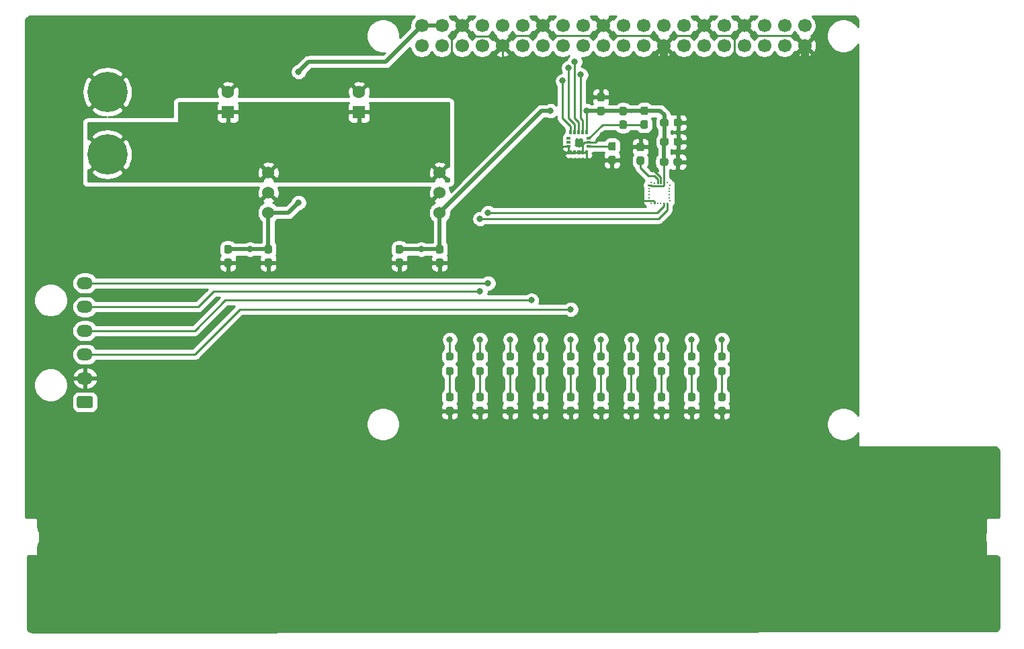
<source format=gbr>
%TF.GenerationSoftware,KiCad,Pcbnew,(5.1.10)-1*%
%TF.CreationDate,2021-11-18T18:33:26-06:00*%
%TF.ProjectId,NavBoard_Hardware,4e617642-6f61-4726-945f-486172647761,rev?*%
%TF.SameCoordinates,Original*%
%TF.FileFunction,Copper,L1,Top*%
%TF.FilePolarity,Positive*%
%FSLAX46Y46*%
G04 Gerber Fmt 4.6, Leading zero omitted, Abs format (unit mm)*
G04 Created by KiCad (PCBNEW (5.1.10)-1) date 2021-11-18 18:33:26*
%MOMM*%
%LPD*%
G01*
G04 APERTURE LIST*
%TA.AperFunction,ComponentPad*%
%ADD10C,1.700000*%
%TD*%
%TA.AperFunction,ComponentPad*%
%ADD11C,1.600000*%
%TD*%
%TA.AperFunction,ComponentPad*%
%ADD12R,1.600000X1.600000*%
%TD*%
%TA.AperFunction,ComponentPad*%
%ADD13C,5.080000*%
%TD*%
%TA.AperFunction,ComponentPad*%
%ADD14O,2.020000X1.500000*%
%TD*%
%TA.AperFunction,ComponentPad*%
%ADD15C,1.524000*%
%TD*%
%TA.AperFunction,SMDPad,CuDef*%
%ADD16R,0.152400X0.228600*%
%TD*%
%TA.AperFunction,SMDPad,CuDef*%
%ADD17R,0.279400X0.228600*%
%TD*%
%TA.AperFunction,SMDPad,CuDef*%
%ADD18R,0.228600X0.152400*%
%TD*%
%TA.AperFunction,SMDPad,CuDef*%
%ADD19R,0.228600X0.279400*%
%TD*%
%TA.AperFunction,SMDPad,CuDef*%
%ADD20R,0.350000X0.490000*%
%TD*%
%TA.AperFunction,SMDPad,CuDef*%
%ADD21R,0.490000X0.350000*%
%TD*%
%TA.AperFunction,ViaPad*%
%ADD22C,1.016000*%
%TD*%
%TA.AperFunction,ViaPad*%
%ADD23C,0.800000*%
%TD*%
%TA.AperFunction,Conductor*%
%ADD24C,1.016000*%
%TD*%
%TA.AperFunction,Conductor*%
%ADD25C,0.254000*%
%TD*%
%TA.AperFunction,Conductor*%
%ADD26C,0.508000*%
%TD*%
%TA.AperFunction,Conductor*%
%ADD27C,0.100000*%
%TD*%
G04 APERTURE END LIST*
D10*
%TO.P,U6,1*%
%TO.N,Net-(U6-Pad1)*%
X90449001Y-42443001D03*
%TO.P,U6,2*%
%TO.N,+5V*%
X90449001Y-39903001D03*
%TO.P,U6,3*%
%TO.N,I2C-SDA*%
X92989001Y-42443001D03*
%TO.P,U6,4*%
%TO.N,+5V*%
X92989001Y-39903001D03*
%TO.P,U6,5*%
%TO.N,I2C-SCL*%
X95529001Y-42443001D03*
%TO.P,U6,6*%
%TO.N,GND*%
X95529001Y-39903001D03*
%TO.P,U6,7*%
%TO.N,Net-(U6-Pad7)*%
X98069001Y-42443001D03*
%TO.P,U6,8*%
%TO.N,M8Q-RX*%
X98069001Y-39903001D03*
%TO.P,U6,9*%
%TO.N,GND*%
X100609001Y-42443001D03*
%TO.P,U6,10*%
%TO.N,M8Q-TX*%
X100609001Y-39903001D03*
%TO.P,U6,11*%
%TO.N,Net-(U6-Pad11)*%
X103149001Y-42443001D03*
%TO.P,U6,12*%
%TO.N,Net-(U6-Pad12)*%
X103149001Y-39903001D03*
%TO.P,U6,13*%
%TO.N,Net-(U6-Pad13)*%
X105689001Y-42443001D03*
%TO.P,U6,14*%
%TO.N,GND*%
X105689001Y-39903001D03*
%TO.P,U6,15*%
%TO.N,Net-(U6-Pad15)*%
X108229001Y-42443001D03*
%TO.P,U6,16*%
%TO.N,Net-(U6-Pad16)*%
X108229001Y-39903001D03*
%TO.P,U6,17*%
%TO.N,Net-(U6-Pad17)*%
X110769001Y-42443001D03*
%TO.P,U6,18*%
%TO.N,N/C*%
X110769001Y-39903001D03*
%TO.P,U6,19*%
%TO.N,ICM-SDI*%
X113309001Y-42443001D03*
%TO.P,U6,20*%
%TO.N,GND*%
X113309001Y-39903001D03*
%TO.P,U6,21*%
%TO.N,ICM-SDO*%
X115849001Y-42443001D03*
%TO.P,U6,22*%
%TO.N,Net-(U6-Pad22)*%
X115849001Y-39903001D03*
%TO.P,U6,23*%
%TO.N,ICM-SCLK*%
X118389001Y-42443001D03*
%TO.P,U6,24*%
%TO.N,ICM-CS*%
X118389001Y-39903001D03*
%TO.P,U6,25*%
%TO.N,GND*%
X120929001Y-42443001D03*
%TO.P,U6,26*%
%TO.N,Net-(U6-Pad26)*%
X120929001Y-39903001D03*
%TO.P,U6,27*%
%TO.N,Net-(U6-Pad27)*%
X123469001Y-42443001D03*
%TO.P,U6,28*%
%TO.N,Net-(U6-Pad28)*%
X123469001Y-39903001D03*
%TO.P,U6,29*%
%TO.N,Net-(U6-Pad29)*%
X126009001Y-42443001D03*
%TO.P,U6,30*%
%TO.N,GND*%
X126009001Y-39903001D03*
%TO.P,U6,31*%
%TO.N,Net-(U6-Pad31)*%
X128549001Y-42443001D03*
%TO.P,U6,32*%
%TO.N,Net-(U6-Pad32)*%
X128549001Y-39903001D03*
%TO.P,U6,33*%
%TO.N,Net-(U6-Pad33)*%
X131089001Y-42443001D03*
%TO.P,U6,34*%
%TO.N,GND*%
X131089001Y-39903001D03*
%TO.P,U6,35*%
%TO.N,Net-(U6-Pad35)*%
X133629001Y-42443001D03*
%TO.P,U6,36*%
%TO.N,Net-(U6-Pad36)*%
X133629001Y-39903001D03*
%TO.P,U6,37*%
%TO.N,Net-(U6-Pad37)*%
X136169001Y-42443001D03*
%TO.P,U6,38*%
%TO.N,Net-(U6-Pad38)*%
X136169001Y-39903001D03*
%TO.P,U6,39*%
%TO.N,GND*%
X138709001Y-42443001D03*
%TO.P,U6,40*%
%TO.N,Net-(U6-Pad40)*%
X138709001Y-39903001D03*
%TD*%
D11*
%TO.P,C1,2*%
%TO.N,GND*%
X66040000Y-48300000D03*
D12*
%TO.P,C1,1*%
%TO.N,+12V*%
X66040000Y-50800000D03*
%TD*%
%TO.P,C2,2*%
%TO.N,GND*%
%TA.AperFunction,SMDPad,CuDef*%
G36*
G01*
X70882500Y-69286000D02*
X71357500Y-69286000D01*
G75*
G02*
X71595000Y-69523500I0J-237500D01*
G01*
X71595000Y-70123500D01*
G75*
G02*
X71357500Y-70361000I-237500J0D01*
G01*
X70882500Y-70361000D01*
G75*
G02*
X70645000Y-70123500I0J237500D01*
G01*
X70645000Y-69523500D01*
G75*
G02*
X70882500Y-69286000I237500J0D01*
G01*
G37*
%TD.AperFunction*%
%TO.P,C2,1*%
%TO.N,+5V*%
%TA.AperFunction,SMDPad,CuDef*%
G36*
G01*
X70882500Y-67561000D02*
X71357500Y-67561000D01*
G75*
G02*
X71595000Y-67798500I0J-237500D01*
G01*
X71595000Y-68398500D01*
G75*
G02*
X71357500Y-68636000I-237500J0D01*
G01*
X70882500Y-68636000D01*
G75*
G02*
X70645000Y-68398500I0J237500D01*
G01*
X70645000Y-67798500D01*
G75*
G02*
X70882500Y-67561000I237500J0D01*
G01*
G37*
%TD.AperFunction*%
%TD*%
%TO.P,C3,1*%
%TO.N,+5V*%
%TA.AperFunction,SMDPad,CuDef*%
G36*
G01*
X65802500Y-67561000D02*
X66277500Y-67561000D01*
G75*
G02*
X66515000Y-67798500I0J-237500D01*
G01*
X66515000Y-68398500D01*
G75*
G02*
X66277500Y-68636000I-237500J0D01*
G01*
X65802500Y-68636000D01*
G75*
G02*
X65565000Y-68398500I0J237500D01*
G01*
X65565000Y-67798500D01*
G75*
G02*
X65802500Y-67561000I237500J0D01*
G01*
G37*
%TD.AperFunction*%
%TO.P,C3,2*%
%TO.N,GND*%
%TA.AperFunction,SMDPad,CuDef*%
G36*
G01*
X65802500Y-69286000D02*
X66277500Y-69286000D01*
G75*
G02*
X66515000Y-69523500I0J-237500D01*
G01*
X66515000Y-70123500D01*
G75*
G02*
X66277500Y-70361000I-237500J0D01*
G01*
X65802500Y-70361000D01*
G75*
G02*
X65565000Y-70123500I0J237500D01*
G01*
X65565000Y-69523500D01*
G75*
G02*
X65802500Y-69286000I237500J0D01*
G01*
G37*
%TD.AperFunction*%
%TD*%
%TO.P,C4,1*%
%TO.N,+12V*%
X82550000Y-50800000D03*
D11*
%TO.P,C4,2*%
%TO.N,GND*%
X82550000Y-48300000D03*
%TD*%
%TO.P,C5,2*%
%TO.N,GND*%
%TA.AperFunction,SMDPad,CuDef*%
G36*
G01*
X87392500Y-69286000D02*
X87867500Y-69286000D01*
G75*
G02*
X88105000Y-69523500I0J-237500D01*
G01*
X88105000Y-70123500D01*
G75*
G02*
X87867500Y-70361000I-237500J0D01*
G01*
X87392500Y-70361000D01*
G75*
G02*
X87155000Y-70123500I0J237500D01*
G01*
X87155000Y-69523500D01*
G75*
G02*
X87392500Y-69286000I237500J0D01*
G01*
G37*
%TD.AperFunction*%
%TO.P,C5,1*%
%TO.N,+3V3*%
%TA.AperFunction,SMDPad,CuDef*%
G36*
G01*
X87392500Y-67561000D02*
X87867500Y-67561000D01*
G75*
G02*
X88105000Y-67798500I0J-237500D01*
G01*
X88105000Y-68398500D01*
G75*
G02*
X87867500Y-68636000I-237500J0D01*
G01*
X87392500Y-68636000D01*
G75*
G02*
X87155000Y-68398500I0J237500D01*
G01*
X87155000Y-67798500D01*
G75*
G02*
X87392500Y-67561000I237500J0D01*
G01*
G37*
%TD.AperFunction*%
%TD*%
%TO.P,C6,1*%
%TO.N,+3V3*%
%TA.AperFunction,SMDPad,CuDef*%
G36*
G01*
X92472500Y-67561000D02*
X92947500Y-67561000D01*
G75*
G02*
X93185000Y-67798500I0J-237500D01*
G01*
X93185000Y-68398500D01*
G75*
G02*
X92947500Y-68636000I-237500J0D01*
G01*
X92472500Y-68636000D01*
G75*
G02*
X92235000Y-68398500I0J237500D01*
G01*
X92235000Y-67798500D01*
G75*
G02*
X92472500Y-67561000I237500J0D01*
G01*
G37*
%TD.AperFunction*%
%TO.P,C6,2*%
%TO.N,GND*%
%TA.AperFunction,SMDPad,CuDef*%
G36*
G01*
X92472500Y-69286000D02*
X92947500Y-69286000D01*
G75*
G02*
X93185000Y-69523500I0J-237500D01*
G01*
X93185000Y-70123500D01*
G75*
G02*
X92947500Y-70361000I-237500J0D01*
G01*
X92472500Y-70361000D01*
G75*
G02*
X92235000Y-70123500I0J237500D01*
G01*
X92235000Y-69523500D01*
G75*
G02*
X92472500Y-69286000I237500J0D01*
G01*
G37*
%TD.AperFunction*%
%TD*%
%TO.P,C7,1*%
%TO.N,+3V3*%
%TA.AperFunction,SMDPad,CuDef*%
G36*
G01*
X115586500Y-50125000D02*
X116061500Y-50125000D01*
G75*
G02*
X116299000Y-50362500I0J-237500D01*
G01*
X116299000Y-50962500D01*
G75*
G02*
X116061500Y-51200000I-237500J0D01*
G01*
X115586500Y-51200000D01*
G75*
G02*
X115349000Y-50962500I0J237500D01*
G01*
X115349000Y-50362500D01*
G75*
G02*
X115586500Y-50125000I237500J0D01*
G01*
G37*
%TD.AperFunction*%
%TO.P,C7,2*%
%TO.N,Net-(C7-Pad2)*%
%TA.AperFunction,SMDPad,CuDef*%
G36*
G01*
X115586500Y-51850000D02*
X116061500Y-51850000D01*
G75*
G02*
X116299000Y-52087500I0J-237500D01*
G01*
X116299000Y-52687500D01*
G75*
G02*
X116061500Y-52925000I-237500J0D01*
G01*
X115586500Y-52925000D01*
G75*
G02*
X115349000Y-52687500I0J237500D01*
G01*
X115349000Y-52087500D01*
G75*
G02*
X115586500Y-51850000I237500J0D01*
G01*
G37*
%TD.AperFunction*%
%TD*%
%TO.P,C8,2*%
%TO.N,Net-(C7-Pad2)*%
%TA.AperFunction,SMDPad,CuDef*%
G36*
G01*
X118253500Y-51823500D02*
X118728500Y-51823500D01*
G75*
G02*
X118966000Y-52061000I0J-237500D01*
G01*
X118966000Y-52661000D01*
G75*
G02*
X118728500Y-52898500I-237500J0D01*
G01*
X118253500Y-52898500D01*
G75*
G02*
X118016000Y-52661000I0J237500D01*
G01*
X118016000Y-52061000D01*
G75*
G02*
X118253500Y-51823500I237500J0D01*
G01*
G37*
%TD.AperFunction*%
%TO.P,C8,1*%
%TO.N,+3V3*%
%TA.AperFunction,SMDPad,CuDef*%
G36*
G01*
X118253500Y-50098500D02*
X118728500Y-50098500D01*
G75*
G02*
X118966000Y-50336000I0J-237500D01*
G01*
X118966000Y-50936000D01*
G75*
G02*
X118728500Y-51173500I-237500J0D01*
G01*
X118253500Y-51173500D01*
G75*
G02*
X118016000Y-50936000I0J237500D01*
G01*
X118016000Y-50336000D01*
G75*
G02*
X118253500Y-50098500I237500J0D01*
G01*
G37*
%TD.AperFunction*%
%TD*%
%TO.P,C9,2*%
%TO.N,+3V3*%
%TA.AperFunction,SMDPad,CuDef*%
G36*
G01*
X121527860Y-56843920D02*
X121527860Y-57318920D01*
G75*
G02*
X121290360Y-57556420I-237500J0D01*
G01*
X120690360Y-57556420D01*
G75*
G02*
X120452860Y-57318920I0J237500D01*
G01*
X120452860Y-56843920D01*
G75*
G02*
X120690360Y-56606420I237500J0D01*
G01*
X121290360Y-56606420D01*
G75*
G02*
X121527860Y-56843920I0J-237500D01*
G01*
G37*
%TD.AperFunction*%
%TO.P,C9,1*%
%TO.N,GND*%
%TA.AperFunction,SMDPad,CuDef*%
G36*
G01*
X123252860Y-56843920D02*
X123252860Y-57318920D01*
G75*
G02*
X123015360Y-57556420I-237500J0D01*
G01*
X122415360Y-57556420D01*
G75*
G02*
X122177860Y-57318920I0J237500D01*
G01*
X122177860Y-56843920D01*
G75*
G02*
X122415360Y-56606420I237500J0D01*
G01*
X123015360Y-56606420D01*
G75*
G02*
X123252860Y-56843920I0J-237500D01*
G01*
G37*
%TD.AperFunction*%
%TD*%
%TO.P,C10,1*%
%TO.N,+3V3*%
%TA.AperFunction,SMDPad,CuDef*%
G36*
G01*
X113267500Y-51184000D02*
X112792500Y-51184000D01*
G75*
G02*
X112555000Y-50946500I0J237500D01*
G01*
X112555000Y-50346500D01*
G75*
G02*
X112792500Y-50109000I237500J0D01*
G01*
X113267500Y-50109000D01*
G75*
G02*
X113505000Y-50346500I0J-237500D01*
G01*
X113505000Y-50946500D01*
G75*
G02*
X113267500Y-51184000I-237500J0D01*
G01*
G37*
%TD.AperFunction*%
%TO.P,C10,2*%
%TO.N,GND*%
%TA.AperFunction,SMDPad,CuDef*%
G36*
G01*
X113267500Y-49459000D02*
X112792500Y-49459000D01*
G75*
G02*
X112555000Y-49221500I0J237500D01*
G01*
X112555000Y-48621500D01*
G75*
G02*
X112792500Y-48384000I237500J0D01*
G01*
X113267500Y-48384000D01*
G75*
G02*
X113505000Y-48621500I0J-237500D01*
G01*
X113505000Y-49221500D01*
G75*
G02*
X113267500Y-49459000I-237500J0D01*
G01*
G37*
%TD.AperFunction*%
%TD*%
%TO.P,C11,2*%
%TO.N,GND*%
%TA.AperFunction,SMDPad,CuDef*%
G36*
G01*
X114189500Y-56305500D02*
X114664500Y-56305500D01*
G75*
G02*
X114902000Y-56543000I0J-237500D01*
G01*
X114902000Y-57143000D01*
G75*
G02*
X114664500Y-57380500I-237500J0D01*
G01*
X114189500Y-57380500D01*
G75*
G02*
X113952000Y-57143000I0J237500D01*
G01*
X113952000Y-56543000D01*
G75*
G02*
X114189500Y-56305500I237500J0D01*
G01*
G37*
%TD.AperFunction*%
%TO.P,C11,1*%
%TO.N,Net-(C11-Pad1)*%
%TA.AperFunction,SMDPad,CuDef*%
G36*
G01*
X114189500Y-54580500D02*
X114664500Y-54580500D01*
G75*
G02*
X114902000Y-54818000I0J-237500D01*
G01*
X114902000Y-55418000D01*
G75*
G02*
X114664500Y-55655500I-237500J0D01*
G01*
X114189500Y-55655500D01*
G75*
G02*
X113952000Y-55418000I0J237500D01*
G01*
X113952000Y-54818000D01*
G75*
G02*
X114189500Y-54580500I237500J0D01*
G01*
G37*
%TD.AperFunction*%
%TD*%
%TO.P,C12,1*%
%TO.N,Net-(C12-Pad1)*%
%TA.AperFunction,SMDPad,CuDef*%
G36*
G01*
X118243360Y-57465420D02*
X117768360Y-57465420D01*
G75*
G02*
X117530860Y-57227920I0J237500D01*
G01*
X117530860Y-56627920D01*
G75*
G02*
X117768360Y-56390420I237500J0D01*
G01*
X118243360Y-56390420D01*
G75*
G02*
X118480860Y-56627920I0J-237500D01*
G01*
X118480860Y-57227920D01*
G75*
G02*
X118243360Y-57465420I-237500J0D01*
G01*
G37*
%TD.AperFunction*%
%TO.P,C12,2*%
%TO.N,GND*%
%TA.AperFunction,SMDPad,CuDef*%
G36*
G01*
X118243360Y-55740420D02*
X117768360Y-55740420D01*
G75*
G02*
X117530860Y-55502920I0J237500D01*
G01*
X117530860Y-54902920D01*
G75*
G02*
X117768360Y-54665420I237500J0D01*
G01*
X118243360Y-54665420D01*
G75*
G02*
X118480860Y-54902920I0J-237500D01*
G01*
X118480860Y-55502920D01*
G75*
G02*
X118243360Y-55740420I-237500J0D01*
G01*
G37*
%TD.AperFunction*%
%TD*%
%TO.P,C13,1*%
%TO.N,+3V3*%
%TA.AperFunction,SMDPad,CuDef*%
G36*
G01*
X120479360Y-52365920D02*
X120479360Y-51890920D01*
G75*
G02*
X120716860Y-51653420I237500J0D01*
G01*
X121316860Y-51653420D01*
G75*
G02*
X121554360Y-51890920I0J-237500D01*
G01*
X121554360Y-52365920D01*
G75*
G02*
X121316860Y-52603420I-237500J0D01*
G01*
X120716860Y-52603420D01*
G75*
G02*
X120479360Y-52365920I0J237500D01*
G01*
G37*
%TD.AperFunction*%
%TO.P,C13,2*%
%TO.N,GND*%
%TA.AperFunction,SMDPad,CuDef*%
G36*
G01*
X122204360Y-52365920D02*
X122204360Y-51890920D01*
G75*
G02*
X122441860Y-51653420I237500J0D01*
G01*
X123041860Y-51653420D01*
G75*
G02*
X123279360Y-51890920I0J-237500D01*
G01*
X123279360Y-52365920D01*
G75*
G02*
X123041860Y-52603420I-237500J0D01*
G01*
X122441860Y-52603420D01*
G75*
G02*
X122204360Y-52365920I0J237500D01*
G01*
G37*
%TD.AperFunction*%
%TD*%
%TO.P,C14,2*%
%TO.N,GND*%
%TA.AperFunction,SMDPad,CuDef*%
G36*
G01*
X122204360Y-54778920D02*
X122204360Y-54303920D01*
G75*
G02*
X122441860Y-54066420I237500J0D01*
G01*
X123041860Y-54066420D01*
G75*
G02*
X123279360Y-54303920I0J-237500D01*
G01*
X123279360Y-54778920D01*
G75*
G02*
X123041860Y-55016420I-237500J0D01*
G01*
X122441860Y-55016420D01*
G75*
G02*
X122204360Y-54778920I0J237500D01*
G01*
G37*
%TD.AperFunction*%
%TO.P,C14,1*%
%TO.N,+3V3*%
%TA.AperFunction,SMDPad,CuDef*%
G36*
G01*
X120479360Y-54778920D02*
X120479360Y-54303920D01*
G75*
G02*
X120716860Y-54066420I237500J0D01*
G01*
X121316860Y-54066420D01*
G75*
G02*
X121554360Y-54303920I0J-237500D01*
G01*
X121554360Y-54778920D01*
G75*
G02*
X121316860Y-55016420I-237500J0D01*
G01*
X120716860Y-55016420D01*
G75*
G02*
X120479360Y-54778920I0J237500D01*
G01*
G37*
%TD.AperFunction*%
%TD*%
D13*
%TO.P,Conn1,2*%
%TO.N,+12V*%
X50825400Y-56134000D03*
%TO.P,Conn1,1*%
%TO.N,GND*%
X50825400Y-48260000D03*
%TD*%
%TO.P,D1,2*%
%TO.N,Net-(D1-Pad2)*%
%TA.AperFunction,SMDPad,CuDef*%
G36*
G01*
X94217500Y-87280000D02*
X93742500Y-87280000D01*
G75*
G02*
X93505000Y-87042500I0J237500D01*
G01*
X93505000Y-86467500D01*
G75*
G02*
X93742500Y-86230000I237500J0D01*
G01*
X94217500Y-86230000D01*
G75*
G02*
X94455000Y-86467500I0J-237500D01*
G01*
X94455000Y-87042500D01*
G75*
G02*
X94217500Y-87280000I-237500J0D01*
G01*
G37*
%TD.AperFunction*%
%TO.P,D1,1*%
%TO.N,GND*%
%TA.AperFunction,SMDPad,CuDef*%
G36*
G01*
X94217500Y-89030000D02*
X93742500Y-89030000D01*
G75*
G02*
X93505000Y-88792500I0J237500D01*
G01*
X93505000Y-88217500D01*
G75*
G02*
X93742500Y-87980000I237500J0D01*
G01*
X94217500Y-87980000D01*
G75*
G02*
X94455000Y-88217500I0J-237500D01*
G01*
X94455000Y-88792500D01*
G75*
G02*
X94217500Y-89030000I-237500J0D01*
G01*
G37*
%TD.AperFunction*%
%TD*%
%TO.P,D2,1*%
%TO.N,GND*%
%TA.AperFunction,SMDPad,CuDef*%
G36*
G01*
X98027500Y-89030000D02*
X97552500Y-89030000D01*
G75*
G02*
X97315000Y-88792500I0J237500D01*
G01*
X97315000Y-88217500D01*
G75*
G02*
X97552500Y-87980000I237500J0D01*
G01*
X98027500Y-87980000D01*
G75*
G02*
X98265000Y-88217500I0J-237500D01*
G01*
X98265000Y-88792500D01*
G75*
G02*
X98027500Y-89030000I-237500J0D01*
G01*
G37*
%TD.AperFunction*%
%TO.P,D2,2*%
%TO.N,Net-(D2-Pad2)*%
%TA.AperFunction,SMDPad,CuDef*%
G36*
G01*
X98027500Y-87280000D02*
X97552500Y-87280000D01*
G75*
G02*
X97315000Y-87042500I0J237500D01*
G01*
X97315000Y-86467500D01*
G75*
G02*
X97552500Y-86230000I237500J0D01*
G01*
X98027500Y-86230000D01*
G75*
G02*
X98265000Y-86467500I0J-237500D01*
G01*
X98265000Y-87042500D01*
G75*
G02*
X98027500Y-87280000I-237500J0D01*
G01*
G37*
%TD.AperFunction*%
%TD*%
%TO.P,D3,1*%
%TO.N,GND*%
%TA.AperFunction,SMDPad,CuDef*%
G36*
G01*
X101837500Y-89030000D02*
X101362500Y-89030000D01*
G75*
G02*
X101125000Y-88792500I0J237500D01*
G01*
X101125000Y-88217500D01*
G75*
G02*
X101362500Y-87980000I237500J0D01*
G01*
X101837500Y-87980000D01*
G75*
G02*
X102075000Y-88217500I0J-237500D01*
G01*
X102075000Y-88792500D01*
G75*
G02*
X101837500Y-89030000I-237500J0D01*
G01*
G37*
%TD.AperFunction*%
%TO.P,D3,2*%
%TO.N,Net-(D3-Pad2)*%
%TA.AperFunction,SMDPad,CuDef*%
G36*
G01*
X101837500Y-87280000D02*
X101362500Y-87280000D01*
G75*
G02*
X101125000Y-87042500I0J237500D01*
G01*
X101125000Y-86467500D01*
G75*
G02*
X101362500Y-86230000I237500J0D01*
G01*
X101837500Y-86230000D01*
G75*
G02*
X102075000Y-86467500I0J-237500D01*
G01*
X102075000Y-87042500D01*
G75*
G02*
X101837500Y-87280000I-237500J0D01*
G01*
G37*
%TD.AperFunction*%
%TD*%
%TO.P,D4,2*%
%TO.N,Net-(D4-Pad2)*%
%TA.AperFunction,SMDPad,CuDef*%
G36*
G01*
X105647500Y-87280000D02*
X105172500Y-87280000D01*
G75*
G02*
X104935000Y-87042500I0J237500D01*
G01*
X104935000Y-86467500D01*
G75*
G02*
X105172500Y-86230000I237500J0D01*
G01*
X105647500Y-86230000D01*
G75*
G02*
X105885000Y-86467500I0J-237500D01*
G01*
X105885000Y-87042500D01*
G75*
G02*
X105647500Y-87280000I-237500J0D01*
G01*
G37*
%TD.AperFunction*%
%TO.P,D4,1*%
%TO.N,GND*%
%TA.AperFunction,SMDPad,CuDef*%
G36*
G01*
X105647500Y-89030000D02*
X105172500Y-89030000D01*
G75*
G02*
X104935000Y-88792500I0J237500D01*
G01*
X104935000Y-88217500D01*
G75*
G02*
X105172500Y-87980000I237500J0D01*
G01*
X105647500Y-87980000D01*
G75*
G02*
X105885000Y-88217500I0J-237500D01*
G01*
X105885000Y-88792500D01*
G75*
G02*
X105647500Y-89030000I-237500J0D01*
G01*
G37*
%TD.AperFunction*%
%TD*%
%TO.P,D5,2*%
%TO.N,Net-(D5-Pad2)*%
%TA.AperFunction,SMDPad,CuDef*%
G36*
G01*
X109457500Y-87280000D02*
X108982500Y-87280000D01*
G75*
G02*
X108745000Y-87042500I0J237500D01*
G01*
X108745000Y-86467500D01*
G75*
G02*
X108982500Y-86230000I237500J0D01*
G01*
X109457500Y-86230000D01*
G75*
G02*
X109695000Y-86467500I0J-237500D01*
G01*
X109695000Y-87042500D01*
G75*
G02*
X109457500Y-87280000I-237500J0D01*
G01*
G37*
%TD.AperFunction*%
%TO.P,D5,1*%
%TO.N,GND*%
%TA.AperFunction,SMDPad,CuDef*%
G36*
G01*
X109457500Y-89030000D02*
X108982500Y-89030000D01*
G75*
G02*
X108745000Y-88792500I0J237500D01*
G01*
X108745000Y-88217500D01*
G75*
G02*
X108982500Y-87980000I237500J0D01*
G01*
X109457500Y-87980000D01*
G75*
G02*
X109695000Y-88217500I0J-237500D01*
G01*
X109695000Y-88792500D01*
G75*
G02*
X109457500Y-89030000I-237500J0D01*
G01*
G37*
%TD.AperFunction*%
%TD*%
%TO.P,D6,1*%
%TO.N,GND*%
%TA.AperFunction,SMDPad,CuDef*%
G36*
G01*
X113267500Y-89030000D02*
X112792500Y-89030000D01*
G75*
G02*
X112555000Y-88792500I0J237500D01*
G01*
X112555000Y-88217500D01*
G75*
G02*
X112792500Y-87980000I237500J0D01*
G01*
X113267500Y-87980000D01*
G75*
G02*
X113505000Y-88217500I0J-237500D01*
G01*
X113505000Y-88792500D01*
G75*
G02*
X113267500Y-89030000I-237500J0D01*
G01*
G37*
%TD.AperFunction*%
%TO.P,D6,2*%
%TO.N,Net-(D6-Pad2)*%
%TA.AperFunction,SMDPad,CuDef*%
G36*
G01*
X113267500Y-87280000D02*
X112792500Y-87280000D01*
G75*
G02*
X112555000Y-87042500I0J237500D01*
G01*
X112555000Y-86467500D01*
G75*
G02*
X112792500Y-86230000I237500J0D01*
G01*
X113267500Y-86230000D01*
G75*
G02*
X113505000Y-86467500I0J-237500D01*
G01*
X113505000Y-87042500D01*
G75*
G02*
X113267500Y-87280000I-237500J0D01*
G01*
G37*
%TD.AperFunction*%
%TD*%
%TO.P,D7,1*%
%TO.N,GND*%
%TA.AperFunction,SMDPad,CuDef*%
G36*
G01*
X117077500Y-89030000D02*
X116602500Y-89030000D01*
G75*
G02*
X116365000Y-88792500I0J237500D01*
G01*
X116365000Y-88217500D01*
G75*
G02*
X116602500Y-87980000I237500J0D01*
G01*
X117077500Y-87980000D01*
G75*
G02*
X117315000Y-88217500I0J-237500D01*
G01*
X117315000Y-88792500D01*
G75*
G02*
X117077500Y-89030000I-237500J0D01*
G01*
G37*
%TD.AperFunction*%
%TO.P,D7,2*%
%TO.N,Net-(D7-Pad2)*%
%TA.AperFunction,SMDPad,CuDef*%
G36*
G01*
X117077500Y-87280000D02*
X116602500Y-87280000D01*
G75*
G02*
X116365000Y-87042500I0J237500D01*
G01*
X116365000Y-86467500D01*
G75*
G02*
X116602500Y-86230000I237500J0D01*
G01*
X117077500Y-86230000D01*
G75*
G02*
X117315000Y-86467500I0J-237500D01*
G01*
X117315000Y-87042500D01*
G75*
G02*
X117077500Y-87280000I-237500J0D01*
G01*
G37*
%TD.AperFunction*%
%TD*%
%TO.P,D8,2*%
%TO.N,Net-(D8-Pad2)*%
%TA.AperFunction,SMDPad,CuDef*%
G36*
G01*
X120887500Y-87280000D02*
X120412500Y-87280000D01*
G75*
G02*
X120175000Y-87042500I0J237500D01*
G01*
X120175000Y-86467500D01*
G75*
G02*
X120412500Y-86230000I237500J0D01*
G01*
X120887500Y-86230000D01*
G75*
G02*
X121125000Y-86467500I0J-237500D01*
G01*
X121125000Y-87042500D01*
G75*
G02*
X120887500Y-87280000I-237500J0D01*
G01*
G37*
%TD.AperFunction*%
%TO.P,D8,1*%
%TO.N,GND*%
%TA.AperFunction,SMDPad,CuDef*%
G36*
G01*
X120887500Y-89030000D02*
X120412500Y-89030000D01*
G75*
G02*
X120175000Y-88792500I0J237500D01*
G01*
X120175000Y-88217500D01*
G75*
G02*
X120412500Y-87980000I237500J0D01*
G01*
X120887500Y-87980000D01*
G75*
G02*
X121125000Y-88217500I0J-237500D01*
G01*
X121125000Y-88792500D01*
G75*
G02*
X120887500Y-89030000I-237500J0D01*
G01*
G37*
%TD.AperFunction*%
%TD*%
%TO.P,D9,1*%
%TO.N,GND*%
%TA.AperFunction,SMDPad,CuDef*%
G36*
G01*
X124697500Y-89030000D02*
X124222500Y-89030000D01*
G75*
G02*
X123985000Y-88792500I0J237500D01*
G01*
X123985000Y-88217500D01*
G75*
G02*
X124222500Y-87980000I237500J0D01*
G01*
X124697500Y-87980000D01*
G75*
G02*
X124935000Y-88217500I0J-237500D01*
G01*
X124935000Y-88792500D01*
G75*
G02*
X124697500Y-89030000I-237500J0D01*
G01*
G37*
%TD.AperFunction*%
%TO.P,D9,2*%
%TO.N,Net-(D9-Pad2)*%
%TA.AperFunction,SMDPad,CuDef*%
G36*
G01*
X124697500Y-87280000D02*
X124222500Y-87280000D01*
G75*
G02*
X123985000Y-87042500I0J237500D01*
G01*
X123985000Y-86467500D01*
G75*
G02*
X124222500Y-86230000I237500J0D01*
G01*
X124697500Y-86230000D01*
G75*
G02*
X124935000Y-86467500I0J-237500D01*
G01*
X124935000Y-87042500D01*
G75*
G02*
X124697500Y-87280000I-237500J0D01*
G01*
G37*
%TD.AperFunction*%
%TD*%
%TO.P,D10,2*%
%TO.N,Net-(D10-Pad2)*%
%TA.AperFunction,SMDPad,CuDef*%
G36*
G01*
X128507500Y-87280000D02*
X128032500Y-87280000D01*
G75*
G02*
X127795000Y-87042500I0J237500D01*
G01*
X127795000Y-86467500D01*
G75*
G02*
X128032500Y-86230000I237500J0D01*
G01*
X128507500Y-86230000D01*
G75*
G02*
X128745000Y-86467500I0J-237500D01*
G01*
X128745000Y-87042500D01*
G75*
G02*
X128507500Y-87280000I-237500J0D01*
G01*
G37*
%TD.AperFunction*%
%TO.P,D10,1*%
%TO.N,GND*%
%TA.AperFunction,SMDPad,CuDef*%
G36*
G01*
X128507500Y-89030000D02*
X128032500Y-89030000D01*
G75*
G02*
X127795000Y-88792500I0J237500D01*
G01*
X127795000Y-88217500D01*
G75*
G02*
X128032500Y-87980000I237500J0D01*
G01*
X128507500Y-87980000D01*
G75*
G02*
X128745000Y-88217500I0J-237500D01*
G01*
X128745000Y-88792500D01*
G75*
G02*
X128507500Y-89030000I-237500J0D01*
G01*
G37*
%TD.AperFunction*%
%TD*%
%TO.P,J1,1*%
%TO.N,+5V*%
%TA.AperFunction,ComponentPad*%
G36*
G01*
X48766000Y-88126000D02*
X47246000Y-88126000D01*
G75*
G02*
X46996000Y-87876000I0J250000D01*
G01*
X46996000Y-86876000D01*
G75*
G02*
X47246000Y-86626000I250000J0D01*
G01*
X48766000Y-86626000D01*
G75*
G02*
X49016000Y-86876000I0J-250000D01*
G01*
X49016000Y-87876000D01*
G75*
G02*
X48766000Y-88126000I-250000J0D01*
G01*
G37*
%TD.AperFunction*%
D14*
%TO.P,J1,2*%
%TO.N,GND*%
X48006000Y-84376000D03*
%TO.P,J1,3*%
%TO.N,M8Q-TX*%
X48006000Y-81376000D03*
%TO.P,J1,4*%
%TO.N,M8Q-RX*%
X48006000Y-78376000D03*
%TO.P,J1,5*%
%TO.N,I2C-SDA*%
X48006000Y-75376000D03*
%TO.P,J1,6*%
%TO.N,I2C-SCL*%
X48006000Y-72376000D03*
%TD*%
%TO.P,R1,2*%
%TO.N,Net-(D1-Pad2)*%
%TA.AperFunction,SMDPad,CuDef*%
G36*
G01*
X93742500Y-82975000D02*
X94217500Y-82975000D01*
G75*
G02*
X94455000Y-83212500I0J-237500D01*
G01*
X94455000Y-83712500D01*
G75*
G02*
X94217500Y-83950000I-237500J0D01*
G01*
X93742500Y-83950000D01*
G75*
G02*
X93505000Y-83712500I0J237500D01*
G01*
X93505000Y-83212500D01*
G75*
G02*
X93742500Y-82975000I237500J0D01*
G01*
G37*
%TD.AperFunction*%
%TO.P,R1,1*%
%TO.N,+5V*%
%TA.AperFunction,SMDPad,CuDef*%
G36*
G01*
X93742500Y-81150000D02*
X94217500Y-81150000D01*
G75*
G02*
X94455000Y-81387500I0J-237500D01*
G01*
X94455000Y-81887500D01*
G75*
G02*
X94217500Y-82125000I-237500J0D01*
G01*
X93742500Y-82125000D01*
G75*
G02*
X93505000Y-81887500I0J237500D01*
G01*
X93505000Y-81387500D01*
G75*
G02*
X93742500Y-81150000I237500J0D01*
G01*
G37*
%TD.AperFunction*%
%TD*%
%TO.P,R2,1*%
%TO.N,+3V3*%
%TA.AperFunction,SMDPad,CuDef*%
G36*
G01*
X97552500Y-81150000D02*
X98027500Y-81150000D01*
G75*
G02*
X98265000Y-81387500I0J-237500D01*
G01*
X98265000Y-81887500D01*
G75*
G02*
X98027500Y-82125000I-237500J0D01*
G01*
X97552500Y-82125000D01*
G75*
G02*
X97315000Y-81887500I0J237500D01*
G01*
X97315000Y-81387500D01*
G75*
G02*
X97552500Y-81150000I237500J0D01*
G01*
G37*
%TD.AperFunction*%
%TO.P,R2,2*%
%TO.N,Net-(D2-Pad2)*%
%TA.AperFunction,SMDPad,CuDef*%
G36*
G01*
X97552500Y-82975000D02*
X98027500Y-82975000D01*
G75*
G02*
X98265000Y-83212500I0J-237500D01*
G01*
X98265000Y-83712500D01*
G75*
G02*
X98027500Y-83950000I-237500J0D01*
G01*
X97552500Y-83950000D01*
G75*
G02*
X97315000Y-83712500I0J237500D01*
G01*
X97315000Y-83212500D01*
G75*
G02*
X97552500Y-82975000I237500J0D01*
G01*
G37*
%TD.AperFunction*%
%TD*%
%TO.P,R3,1*%
%TO.N,I2C-SDA*%
%TA.AperFunction,SMDPad,CuDef*%
G36*
G01*
X101362500Y-81150000D02*
X101837500Y-81150000D01*
G75*
G02*
X102075000Y-81387500I0J-237500D01*
G01*
X102075000Y-81887500D01*
G75*
G02*
X101837500Y-82125000I-237500J0D01*
G01*
X101362500Y-82125000D01*
G75*
G02*
X101125000Y-81887500I0J237500D01*
G01*
X101125000Y-81387500D01*
G75*
G02*
X101362500Y-81150000I237500J0D01*
G01*
G37*
%TD.AperFunction*%
%TO.P,R3,2*%
%TO.N,Net-(D3-Pad2)*%
%TA.AperFunction,SMDPad,CuDef*%
G36*
G01*
X101362500Y-82975000D02*
X101837500Y-82975000D01*
G75*
G02*
X102075000Y-83212500I0J-237500D01*
G01*
X102075000Y-83712500D01*
G75*
G02*
X101837500Y-83950000I-237500J0D01*
G01*
X101362500Y-83950000D01*
G75*
G02*
X101125000Y-83712500I0J237500D01*
G01*
X101125000Y-83212500D01*
G75*
G02*
X101362500Y-82975000I237500J0D01*
G01*
G37*
%TD.AperFunction*%
%TD*%
%TO.P,R4,1*%
%TO.N,I2C-SCL*%
%TA.AperFunction,SMDPad,CuDef*%
G36*
G01*
X105172500Y-81150000D02*
X105647500Y-81150000D01*
G75*
G02*
X105885000Y-81387500I0J-237500D01*
G01*
X105885000Y-81887500D01*
G75*
G02*
X105647500Y-82125000I-237500J0D01*
G01*
X105172500Y-82125000D01*
G75*
G02*
X104935000Y-81887500I0J237500D01*
G01*
X104935000Y-81387500D01*
G75*
G02*
X105172500Y-81150000I237500J0D01*
G01*
G37*
%TD.AperFunction*%
%TO.P,R4,2*%
%TO.N,Net-(D4-Pad2)*%
%TA.AperFunction,SMDPad,CuDef*%
G36*
G01*
X105172500Y-82975000D02*
X105647500Y-82975000D01*
G75*
G02*
X105885000Y-83212500I0J-237500D01*
G01*
X105885000Y-83712500D01*
G75*
G02*
X105647500Y-83950000I-237500J0D01*
G01*
X105172500Y-83950000D01*
G75*
G02*
X104935000Y-83712500I0J237500D01*
G01*
X104935000Y-83212500D01*
G75*
G02*
X105172500Y-82975000I237500J0D01*
G01*
G37*
%TD.AperFunction*%
%TD*%
%TO.P,R5,1*%
%TO.N,M8Q-RX*%
%TA.AperFunction,SMDPad,CuDef*%
G36*
G01*
X108982500Y-81150000D02*
X109457500Y-81150000D01*
G75*
G02*
X109695000Y-81387500I0J-237500D01*
G01*
X109695000Y-81887500D01*
G75*
G02*
X109457500Y-82125000I-237500J0D01*
G01*
X108982500Y-82125000D01*
G75*
G02*
X108745000Y-81887500I0J237500D01*
G01*
X108745000Y-81387500D01*
G75*
G02*
X108982500Y-81150000I237500J0D01*
G01*
G37*
%TD.AperFunction*%
%TO.P,R5,2*%
%TO.N,Net-(D5-Pad2)*%
%TA.AperFunction,SMDPad,CuDef*%
G36*
G01*
X108982500Y-82975000D02*
X109457500Y-82975000D01*
G75*
G02*
X109695000Y-83212500I0J-237500D01*
G01*
X109695000Y-83712500D01*
G75*
G02*
X109457500Y-83950000I-237500J0D01*
G01*
X108982500Y-83950000D01*
G75*
G02*
X108745000Y-83712500I0J237500D01*
G01*
X108745000Y-83212500D01*
G75*
G02*
X108982500Y-82975000I237500J0D01*
G01*
G37*
%TD.AperFunction*%
%TD*%
%TO.P,R6,2*%
%TO.N,Net-(D6-Pad2)*%
%TA.AperFunction,SMDPad,CuDef*%
G36*
G01*
X112792500Y-82975000D02*
X113267500Y-82975000D01*
G75*
G02*
X113505000Y-83212500I0J-237500D01*
G01*
X113505000Y-83712500D01*
G75*
G02*
X113267500Y-83950000I-237500J0D01*
G01*
X112792500Y-83950000D01*
G75*
G02*
X112555000Y-83712500I0J237500D01*
G01*
X112555000Y-83212500D01*
G75*
G02*
X112792500Y-82975000I237500J0D01*
G01*
G37*
%TD.AperFunction*%
%TO.P,R6,1*%
%TO.N,M8Q-TX*%
%TA.AperFunction,SMDPad,CuDef*%
G36*
G01*
X112792500Y-81150000D02*
X113267500Y-81150000D01*
G75*
G02*
X113505000Y-81387500I0J-237500D01*
G01*
X113505000Y-81887500D01*
G75*
G02*
X113267500Y-82125000I-237500J0D01*
G01*
X112792500Y-82125000D01*
G75*
G02*
X112555000Y-81887500I0J237500D01*
G01*
X112555000Y-81387500D01*
G75*
G02*
X112792500Y-81150000I237500J0D01*
G01*
G37*
%TD.AperFunction*%
%TD*%
%TO.P,R7,2*%
%TO.N,Net-(D7-Pad2)*%
%TA.AperFunction,SMDPad,CuDef*%
G36*
G01*
X116602500Y-82975000D02*
X117077500Y-82975000D01*
G75*
G02*
X117315000Y-83212500I0J-237500D01*
G01*
X117315000Y-83712500D01*
G75*
G02*
X117077500Y-83950000I-237500J0D01*
G01*
X116602500Y-83950000D01*
G75*
G02*
X116365000Y-83712500I0J237500D01*
G01*
X116365000Y-83212500D01*
G75*
G02*
X116602500Y-82975000I237500J0D01*
G01*
G37*
%TD.AperFunction*%
%TO.P,R7,1*%
%TO.N,ICM-SDI*%
%TA.AperFunction,SMDPad,CuDef*%
G36*
G01*
X116602500Y-81150000D02*
X117077500Y-81150000D01*
G75*
G02*
X117315000Y-81387500I0J-237500D01*
G01*
X117315000Y-81887500D01*
G75*
G02*
X117077500Y-82125000I-237500J0D01*
G01*
X116602500Y-82125000D01*
G75*
G02*
X116365000Y-81887500I0J237500D01*
G01*
X116365000Y-81387500D01*
G75*
G02*
X116602500Y-81150000I237500J0D01*
G01*
G37*
%TD.AperFunction*%
%TD*%
%TO.P,R8,1*%
%TO.N,ICM-SDO*%
%TA.AperFunction,SMDPad,CuDef*%
G36*
G01*
X120412500Y-81150000D02*
X120887500Y-81150000D01*
G75*
G02*
X121125000Y-81387500I0J-237500D01*
G01*
X121125000Y-81887500D01*
G75*
G02*
X120887500Y-82125000I-237500J0D01*
G01*
X120412500Y-82125000D01*
G75*
G02*
X120175000Y-81887500I0J237500D01*
G01*
X120175000Y-81387500D01*
G75*
G02*
X120412500Y-81150000I237500J0D01*
G01*
G37*
%TD.AperFunction*%
%TO.P,R8,2*%
%TO.N,Net-(D8-Pad2)*%
%TA.AperFunction,SMDPad,CuDef*%
G36*
G01*
X120412500Y-82975000D02*
X120887500Y-82975000D01*
G75*
G02*
X121125000Y-83212500I0J-237500D01*
G01*
X121125000Y-83712500D01*
G75*
G02*
X120887500Y-83950000I-237500J0D01*
G01*
X120412500Y-83950000D01*
G75*
G02*
X120175000Y-83712500I0J237500D01*
G01*
X120175000Y-83212500D01*
G75*
G02*
X120412500Y-82975000I237500J0D01*
G01*
G37*
%TD.AperFunction*%
%TD*%
%TO.P,R9,2*%
%TO.N,Net-(D9-Pad2)*%
%TA.AperFunction,SMDPad,CuDef*%
G36*
G01*
X124222500Y-82975000D02*
X124697500Y-82975000D01*
G75*
G02*
X124935000Y-83212500I0J-237500D01*
G01*
X124935000Y-83712500D01*
G75*
G02*
X124697500Y-83950000I-237500J0D01*
G01*
X124222500Y-83950000D01*
G75*
G02*
X123985000Y-83712500I0J237500D01*
G01*
X123985000Y-83212500D01*
G75*
G02*
X124222500Y-82975000I237500J0D01*
G01*
G37*
%TD.AperFunction*%
%TO.P,R9,1*%
%TO.N,ICM-SCLK*%
%TA.AperFunction,SMDPad,CuDef*%
G36*
G01*
X124222500Y-81150000D02*
X124697500Y-81150000D01*
G75*
G02*
X124935000Y-81387500I0J-237500D01*
G01*
X124935000Y-81887500D01*
G75*
G02*
X124697500Y-82125000I-237500J0D01*
G01*
X124222500Y-82125000D01*
G75*
G02*
X123985000Y-81887500I0J237500D01*
G01*
X123985000Y-81387500D01*
G75*
G02*
X124222500Y-81150000I237500J0D01*
G01*
G37*
%TD.AperFunction*%
%TD*%
%TO.P,R10,2*%
%TO.N,Net-(D10-Pad2)*%
%TA.AperFunction,SMDPad,CuDef*%
G36*
G01*
X128032500Y-82975000D02*
X128507500Y-82975000D01*
G75*
G02*
X128745000Y-83212500I0J-237500D01*
G01*
X128745000Y-83712500D01*
G75*
G02*
X128507500Y-83950000I-237500J0D01*
G01*
X128032500Y-83950000D01*
G75*
G02*
X127795000Y-83712500I0J237500D01*
G01*
X127795000Y-83212500D01*
G75*
G02*
X128032500Y-82975000I237500J0D01*
G01*
G37*
%TD.AperFunction*%
%TO.P,R10,1*%
%TO.N,ICM-CS*%
%TA.AperFunction,SMDPad,CuDef*%
G36*
G01*
X128032500Y-81150000D02*
X128507500Y-81150000D01*
G75*
G02*
X128745000Y-81387500I0J-237500D01*
G01*
X128745000Y-81887500D01*
G75*
G02*
X128507500Y-82125000I-237500J0D01*
G01*
X128032500Y-82125000D01*
G75*
G02*
X127795000Y-81887500I0J237500D01*
G01*
X127795000Y-81387500D01*
G75*
G02*
X128032500Y-81150000I237500J0D01*
G01*
G37*
%TD.AperFunction*%
%TD*%
D15*
%TO.P,U1,3*%
%TO.N,+5V*%
X71120000Y-63500000D03*
%TO.P,U1,2*%
%TO.N,GND*%
X71120000Y-60960000D03*
%TO.P,U1,1*%
%TO.N,+12V*%
X71120000Y-58420000D03*
%TD*%
D16*
%TO.P,U2,1*%
%TO.N,Net-(U2-Pad1)*%
X121705859Y-62018421D03*
D17*
%TO.P,U2,2*%
%TO.N,Net-(U2-Pad2)*%
X121642359Y-61618419D03*
%TO.P,U2,3*%
%TO.N,Net-(U2-Pad3)*%
X121642359Y-61218420D03*
%TO.P,U2,4*%
%TO.N,Net-(U2-Pad4)*%
X121642359Y-60818420D03*
%TO.P,U2,5*%
%TO.N,Net-(U2-Pad5)*%
X121642359Y-60418421D03*
D16*
%TO.P,U2,6*%
%TO.N,Net-(U2-Pad6)*%
X121705859Y-60018419D03*
D18*
%TO.P,U2,7*%
%TO.N,Net-(U2-Pad7)*%
X121372360Y-59684920D03*
D19*
%TO.P,U2,8*%
%TO.N,+3V3*%
X120972358Y-59748420D03*
%TO.P,U2,9*%
%TO.N,GND*%
X120572359Y-59748420D03*
%TO.P,U2,10*%
%TO.N,Net-(C12-Pad1)*%
X120172359Y-59748420D03*
%TO.P,U2,11*%
%TO.N,Net-(U2-Pad11)*%
X119772360Y-59748420D03*
D18*
%TO.P,U2,12*%
%TO.N,Net-(U2-Pad12)*%
X119372358Y-59684920D03*
D16*
%TO.P,U2,13*%
%TO.N,+3V3*%
X119038859Y-60018419D03*
D17*
%TO.P,U2,14*%
%TO.N,Net-(U2-Pad14)*%
X119102359Y-60418421D03*
%TO.P,U2,15*%
%TO.N,Net-(U2-Pad15)*%
X119102359Y-60818420D03*
%TO.P,U2,16*%
%TO.N,Net-(U2-Pad16)*%
X119102359Y-61218420D03*
%TO.P,U2,17*%
%TO.N,Net-(U2-Pad17)*%
X119102359Y-61618419D03*
D16*
%TO.P,U2,18*%
%TO.N,GND*%
X119038859Y-62018421D03*
D18*
%TO.P,U2,19*%
%TO.N,Net-(U2-Pad19)*%
X119372358Y-62351920D03*
D19*
%TO.P,U2,20*%
%TO.N,GND*%
X119772360Y-62288420D03*
%TO.P,U2,21*%
%TO.N,Net-(U2-Pad21)*%
X120172359Y-62288420D03*
%TO.P,U2,22*%
%TO.N,Net-(U2-Pad22)*%
X120572359Y-62288420D03*
%TO.P,U2,23*%
%TO.N,I2C-SCL*%
X120972358Y-62288420D03*
D18*
%TO.P,U2,24*%
%TO.N,I2C-SDA*%
X121372360Y-62351920D03*
%TD*%
D20*
%TO.P,U3,1*%
%TO.N,+3V3*%
X111236000Y-53350000D03*
%TO.P,U3,2*%
%TO.N,ICM-SCLK*%
X110736000Y-53350000D03*
%TO.P,U3,3*%
%TO.N,ICM-SDI*%
X110236000Y-53350000D03*
%TO.P,U3,4*%
%TO.N,ICM-SDO*%
X109736000Y-53350000D03*
%TO.P,U3,5*%
%TO.N,ICM-CS*%
X109236000Y-53350000D03*
D21*
%TO.P,U3,6*%
%TO.N,Net-(U3-Pad6)*%
X108976000Y-54110000D03*
%TO.P,U3,7*%
%TO.N,N/C*%
X108976000Y-54610000D03*
%TO.P,U3,8*%
%TO.N,GND*%
X108976000Y-55110000D03*
D20*
%TO.P,U3,9*%
X109236000Y-55870000D03*
%TO.P,U3,10*%
X109736000Y-55870000D03*
%TO.P,U3,11*%
X110236000Y-55870000D03*
%TO.P,U3,12*%
X110736000Y-55870000D03*
%TO.P,U3,13*%
X111236000Y-55870000D03*
D21*
%TO.P,U3,14*%
%TO.N,Net-(C11-Pad1)*%
X111496000Y-55110000D03*
%TO.P,U3,15*%
%TO.N,GND*%
X111496000Y-54610000D03*
%TO.P,U3,16*%
%TO.N,Net-(C7-Pad2)*%
X111496000Y-54110000D03*
%TD*%
D15*
%TO.P,U4,1*%
%TO.N,+12V*%
X92710000Y-58420000D03*
%TO.P,U4,2*%
%TO.N,GND*%
X92710000Y-60960000D03*
%TO.P,U4,3*%
%TO.N,+3V3*%
X92710000Y-63500000D03*
%TD*%
D22*
%TO.N,GND*%
X138684000Y-45720000D03*
D23*
X119481600Y-57962800D03*
X117551200Y-62026800D03*
X113284000Y-53644800D03*
X111252000Y-57200800D03*
X107746800Y-55168800D03*
D22*
X120904000Y-45720000D03*
D23*
X129794000Y-44958000D03*
X94234000Y-45720000D03*
X101854000Y-45212000D03*
%TO.N,+5V*%
X93980000Y-79502000D03*
X74930000Y-45720000D03*
X74930000Y-62230000D03*
X68807500Y-68098500D03*
%TO.N,+3V3*%
X97790000Y-79502000D03*
X111226600Y-50647600D03*
X90397500Y-68098500D03*
X106680000Y-50647600D03*
%TO.N,M8Q-TX*%
X113030000Y-79502000D03*
X109220000Y-75692000D03*
%TO.N,M8Q-RX*%
X109220000Y-79502000D03*
X104267000Y-74549000D03*
%TO.N,I2C-SDA*%
X101600000Y-79502000D03*
X97790000Y-64262000D03*
X97790000Y-73406000D03*
%TO.N,I2C-SCL*%
X105410000Y-79502000D03*
X98806000Y-63500000D03*
X98806000Y-72390000D03*
%TO.N,ICM-SDI*%
X116840000Y-79502000D03*
X109728000Y-44450000D03*
%TO.N,ICM-SDO*%
X120650000Y-79502000D03*
X108966000Y-45212000D03*
%TO.N,ICM-SCLK*%
X124460000Y-79502000D03*
X110490000Y-46101000D03*
%TO.N,ICM-CS*%
X128270000Y-79502000D03*
X108204000Y-46863000D03*
%TD*%
D24*
%TO.N,GND*%
X138709001Y-42443001D02*
X138709001Y-45694999D01*
D25*
X111236000Y-55870000D02*
X110736000Y-55870000D01*
X110736000Y-55870000D02*
X110236000Y-55870000D01*
X110236000Y-55870000D02*
X109736000Y-55870000D01*
X109736000Y-55870000D02*
X109236000Y-55870000D01*
X109236000Y-55870000D02*
X109083000Y-55870000D01*
X108976000Y-55763000D02*
X108976000Y-55110000D01*
X109083000Y-55870000D02*
X108976000Y-55763000D01*
X110736000Y-54871000D02*
X110736000Y-55870000D01*
X110997000Y-54610000D02*
X110736000Y-54871000D01*
X111496000Y-54610000D02*
X110997000Y-54610000D01*
X100609001Y-42443001D02*
X101904002Y-41148000D01*
X104444002Y-41148000D02*
X105689001Y-39903001D01*
X101904002Y-41148000D02*
X104444002Y-41148000D01*
X105689001Y-39903001D02*
X106934000Y-41148000D01*
X112064002Y-41148000D02*
X113309001Y-39903001D01*
X106934000Y-41148000D02*
X112064002Y-41148000D01*
X95529001Y-39903001D02*
X96901000Y-41275000D01*
X99441000Y-41275000D02*
X100609001Y-42443001D01*
X96901000Y-41275000D02*
X99441000Y-41275000D01*
X119634000Y-41148000D02*
X120929001Y-42443001D01*
X114554000Y-41148000D02*
X119634000Y-41148000D01*
X113309001Y-39903001D02*
X114554000Y-41148000D01*
X122224002Y-41148000D02*
X122428000Y-41148000D01*
X120929001Y-42443001D02*
X122224002Y-41148000D01*
X124764002Y-41148000D02*
X126009001Y-39903001D01*
X122428000Y-41148000D02*
X124764002Y-41148000D01*
X126009001Y-39903001D02*
X127254000Y-41148000D01*
X129844002Y-41148000D02*
X131089001Y-39903001D01*
X127254000Y-41148000D02*
X129844002Y-41148000D01*
X131089001Y-39903001D02*
X132334000Y-41148000D01*
X137414000Y-41148000D02*
X138709001Y-42443001D01*
X132334000Y-41148000D02*
X137414000Y-41148000D01*
X120572359Y-59053559D02*
X119481600Y-57962800D01*
X120572359Y-59748420D02*
X120572359Y-59053559D01*
X119686561Y-62018421D02*
X119038859Y-62018421D01*
X119772360Y-62104220D02*
X119686561Y-62018421D01*
X119772360Y-62288420D02*
X119772360Y-62104220D01*
X117559579Y-62018421D02*
X117551200Y-62026800D01*
X119038859Y-62018421D02*
X117559579Y-62018421D01*
X112318800Y-54610000D02*
X113284000Y-53644800D01*
X111496000Y-54610000D02*
X112318800Y-54610000D01*
X111236000Y-57184800D02*
X111252000Y-57200800D01*
X111236000Y-55870000D02*
X111236000Y-57184800D01*
X107805600Y-55110000D02*
X107746800Y-55168800D01*
X108976000Y-55110000D02*
X107805600Y-55110000D01*
X120929001Y-45694999D02*
X120904000Y-45720000D01*
D24*
X120929001Y-42443001D02*
X120929001Y-45694999D01*
D25*
X129844002Y-44907998D02*
X129794000Y-44958000D01*
X129844002Y-41148000D02*
X129844002Y-44907998D01*
X95529001Y-39903001D02*
X94234000Y-41198002D01*
X94234000Y-41198002D02*
X94234000Y-45720000D01*
X100609001Y-43967001D02*
X101854000Y-45212000D01*
X100609001Y-42443001D02*
X100609001Y-43967001D01*
%TO.N,+5V*%
X93980000Y-79502000D02*
X93980000Y-81637500D01*
D26*
X90449001Y-39903001D02*
X85902002Y-44450000D01*
X76200000Y-44450000D02*
X74930000Y-45720000D01*
X85902002Y-44450000D02*
X76200000Y-44450000D01*
X74930000Y-62230000D02*
X73660000Y-63500000D01*
X73660000Y-63500000D02*
X71120000Y-63500000D01*
X90449001Y-39903001D02*
X92989001Y-39903001D01*
X71120000Y-63500000D02*
X71120000Y-68098500D01*
X71120000Y-68098500D02*
X68807500Y-68098500D01*
X68807500Y-68098500D02*
X66040000Y-68098500D01*
D25*
%TO.N,+3V3*%
X97790000Y-79502000D02*
X97790000Y-81637500D01*
X111225500Y-53339500D02*
X111236000Y-53350000D01*
D26*
X115824000Y-50662500D02*
X118464500Y-50662500D01*
D25*
X116813500Y-50800000D02*
X116840000Y-50773500D01*
D26*
X113046000Y-50662500D02*
X113030000Y-50646500D01*
X115824000Y-50662500D02*
X113046000Y-50662500D01*
D25*
X120990360Y-59730418D02*
X120972358Y-59748420D01*
X120990360Y-60041621D02*
X120990360Y-59430920D01*
X120889860Y-60142121D02*
X120990360Y-60041621D01*
X119454859Y-60142121D02*
X120889860Y-60142121D01*
X119331157Y-60018419D02*
X119454859Y-60142121D01*
X119038859Y-60018419D02*
X119331157Y-60018419D01*
X120990360Y-59430920D02*
X120990360Y-59730418D01*
X120990360Y-57081420D02*
X120990360Y-59430920D01*
D26*
X120990360Y-54567920D02*
X121016860Y-54541420D01*
X120990360Y-57081420D02*
X120990360Y-54567920D01*
X121016860Y-54541420D02*
X121016860Y-52128420D01*
X121027360Y-52117920D02*
X121016860Y-52128420D01*
X111227700Y-50646500D02*
X111226600Y-50647600D01*
X113030000Y-50646500D02*
X111227700Y-50646500D01*
X121028460Y-52116820D02*
X121016860Y-52128420D01*
D25*
X111236000Y-50657000D02*
X111226600Y-50647600D01*
X111236000Y-53350000D02*
X111236000Y-50657000D01*
D26*
X92710000Y-63500000D02*
X92710000Y-68098500D01*
X92710000Y-63500000D02*
X94640400Y-61569600D01*
X92710000Y-68098500D02*
X90397500Y-68098500D01*
X90397500Y-68098500D02*
X87630000Y-68098500D01*
X121016860Y-52128420D02*
X121016860Y-51166860D01*
X120486000Y-50636000D02*
X118491000Y-50636000D01*
X121016860Y-51166860D02*
X120486000Y-50636000D01*
X105562400Y-50647600D02*
X94640400Y-61569600D01*
X106680000Y-50647600D02*
X105562400Y-50647600D01*
D25*
%TO.N,Net-(C7-Pad2)*%
X115824000Y-52387500D02*
X118464500Y-52387500D01*
X111496000Y-54110000D02*
X111498000Y-54110000D01*
X113220500Y-52387500D02*
X115824000Y-52387500D01*
X111498000Y-54110000D02*
X113220500Y-52387500D01*
%TO.N,Net-(C11-Pad1)*%
X114419000Y-55110000D02*
X114427000Y-55118000D01*
X111496000Y-55110000D02*
X114419000Y-55110000D01*
%TO.N,Net-(C12-Pad1)*%
X120172359Y-59247919D02*
X120172359Y-59748420D01*
X119021860Y-58859420D02*
X119783860Y-58859420D01*
X119783860Y-58859420D02*
X120172359Y-59247919D01*
X118005860Y-57843420D02*
X119021860Y-58859420D01*
X118005860Y-57843420D02*
X118005860Y-56927920D01*
%TO.N,Net-(D1-Pad2)*%
X93980000Y-83462500D02*
X93980000Y-86755000D01*
%TO.N,Net-(D2-Pad2)*%
X97790000Y-83462500D02*
X97790000Y-86755000D01*
%TO.N,Net-(D3-Pad2)*%
X101600000Y-83462500D02*
X101600000Y-86755000D01*
%TO.N,Net-(D4-Pad2)*%
X105410000Y-83462500D02*
X105410000Y-86755000D01*
%TO.N,Net-(D5-Pad2)*%
X109220000Y-83462500D02*
X109220000Y-86755000D01*
%TO.N,Net-(D6-Pad2)*%
X113030000Y-83462500D02*
X113030000Y-86755000D01*
%TO.N,Net-(D7-Pad2)*%
X116840000Y-83462500D02*
X116840000Y-86755000D01*
%TO.N,Net-(D8-Pad2)*%
X120650000Y-83462500D02*
X120650000Y-86755000D01*
%TO.N,Net-(D9-Pad2)*%
X124460000Y-83462500D02*
X124460000Y-86755000D01*
%TO.N,Net-(D10-Pad2)*%
X128270000Y-83462500D02*
X128270000Y-86755000D01*
%TO.N,M8Q-TX*%
X113030000Y-79502000D02*
X113030000Y-81637500D01*
X57912000Y-81376000D02*
X61880000Y-81376000D01*
X61880000Y-81376000D02*
X67564000Y-75692000D01*
X67564000Y-75692000D02*
X109220000Y-75692000D01*
X57912000Y-81376000D02*
X48006000Y-81376000D01*
%TO.N,M8Q-RX*%
X109220000Y-79502000D02*
X109220000Y-81637500D01*
X57912000Y-78376000D02*
X61832000Y-78376000D01*
X65659000Y-74549000D02*
X104267000Y-74549000D01*
X61832000Y-78376000D02*
X65659000Y-74549000D01*
X57912000Y-78376000D02*
X48006000Y-78376000D01*
%TO.N,I2C-SDA*%
X101600000Y-79502000D02*
X101600000Y-81637500D01*
X121353368Y-62542632D02*
X121353368Y-63177632D01*
X121372360Y-62523640D02*
X121353368Y-62542632D01*
X121372360Y-62351920D02*
X121372360Y-62523640D01*
X120269000Y-64262000D02*
X97790000Y-64262000D01*
X121353368Y-63177632D02*
X120269000Y-64262000D01*
X57912000Y-75376000D02*
X62292000Y-75376000D01*
X62292000Y-75376000D02*
X64262000Y-73406000D01*
X64262000Y-73406000D02*
X97790000Y-73406000D01*
X57912000Y-75376000D02*
X48006000Y-75376000D01*
%TO.N,I2C-SCL*%
X105410000Y-79502000D02*
X105410000Y-81637500D01*
X120972358Y-62682120D02*
X120154478Y-63500000D01*
X120972358Y-62288420D02*
X120972358Y-62682120D01*
X120154478Y-63500000D02*
X98806000Y-63500000D01*
X98792000Y-72376000D02*
X98806000Y-72390000D01*
X57912000Y-72376000D02*
X98792000Y-72376000D01*
X57912000Y-72376000D02*
X48006000Y-72376000D01*
%TO.N,ICM-SDI*%
X116840000Y-79502000D02*
X116840000Y-81637500D01*
X110236000Y-52070000D02*
X109728000Y-51562000D01*
X110236000Y-53350000D02*
X110236000Y-52070000D01*
X109728000Y-51562000D02*
X109728000Y-44450000D01*
%TO.N,ICM-SDO*%
X120650000Y-79502000D02*
X120650000Y-81637500D01*
X109728000Y-52324000D02*
X108966000Y-51562000D01*
X109728000Y-52843000D02*
X109728000Y-52324000D01*
X109736000Y-52851000D02*
X109728000Y-52843000D01*
X109736000Y-53350000D02*
X109736000Y-52851000D01*
X108966000Y-51562000D02*
X108966000Y-45212000D01*
%TO.N,ICM-SCLK*%
X124460000Y-79502000D02*
X124460000Y-81637500D01*
X110736000Y-53350000D02*
X110736000Y-51808000D01*
X110736000Y-51808000D02*
X110490000Y-51562000D01*
X110490000Y-51562000D02*
X110490000Y-46101000D01*
%TO.N,ICM-CS*%
X128270000Y-79502000D02*
X128270000Y-81637500D01*
X109236000Y-53350000D02*
X109236000Y-52594000D01*
X109236000Y-52594000D02*
X108204000Y-51562000D01*
X108204000Y-51562000D02*
X108204000Y-46863000D01*
%TD*%
%TO.N,GND*%
X89502369Y-38749526D02*
X89295526Y-38956369D01*
X89133011Y-39199590D01*
X89021069Y-39469843D01*
X88964001Y-39756741D01*
X88964001Y-40049261D01*
X88977524Y-40117243D01*
X87714001Y-41380765D01*
X87714001Y-40962722D01*
X87631954Y-40550245D01*
X87471013Y-40161699D01*
X87237364Y-39812018D01*
X86939984Y-39514638D01*
X86590303Y-39280989D01*
X86201757Y-39120048D01*
X85789280Y-39038001D01*
X85368722Y-39038001D01*
X84956245Y-39120048D01*
X84567699Y-39280989D01*
X84218018Y-39514638D01*
X83920638Y-39812018D01*
X83686989Y-40161699D01*
X83526048Y-40550245D01*
X83444001Y-40962722D01*
X83444001Y-41383280D01*
X83526048Y-41795757D01*
X83686989Y-42184303D01*
X83920638Y-42533984D01*
X84218018Y-42831364D01*
X84567699Y-43065013D01*
X84956245Y-43225954D01*
X85368722Y-43308001D01*
X85786766Y-43308001D01*
X85533767Y-43561000D01*
X76243659Y-43561000D01*
X76199999Y-43556700D01*
X76156339Y-43561000D01*
X76156333Y-43561000D01*
X76058924Y-43570594D01*
X76025724Y-43573864D01*
X75924058Y-43604704D01*
X75858149Y-43624697D01*
X75703709Y-43707247D01*
X75568341Y-43818341D01*
X75540506Y-43852259D01*
X74677895Y-44714870D01*
X74628102Y-44724774D01*
X74439744Y-44802795D01*
X74270226Y-44916063D01*
X74126063Y-45060226D01*
X74012795Y-45229744D01*
X73934774Y-45418102D01*
X73895000Y-45618061D01*
X73895000Y-45821939D01*
X73934774Y-46021898D01*
X74012795Y-46210256D01*
X74126063Y-46379774D01*
X74270226Y-46523937D01*
X74439744Y-46637205D01*
X74628102Y-46715226D01*
X74828061Y-46755000D01*
X75031939Y-46755000D01*
X75231898Y-46715226D01*
X75420256Y-46637205D01*
X75589774Y-46523937D01*
X75733937Y-46379774D01*
X75847205Y-46210256D01*
X75925226Y-46021898D01*
X75935130Y-45972105D01*
X76568236Y-45339000D01*
X85858342Y-45339000D01*
X85902002Y-45343300D01*
X85945662Y-45339000D01*
X85945669Y-45339000D01*
X86076276Y-45326136D01*
X86243853Y-45275303D01*
X86398293Y-45192753D01*
X86533661Y-45081659D01*
X86561501Y-45047736D01*
X88973288Y-42635950D01*
X89021069Y-42876159D01*
X89133011Y-43146412D01*
X89295526Y-43389633D01*
X89502369Y-43596476D01*
X89745590Y-43758991D01*
X90015843Y-43870933D01*
X90302741Y-43928001D01*
X90595261Y-43928001D01*
X90882159Y-43870933D01*
X91152412Y-43758991D01*
X91395633Y-43596476D01*
X91602476Y-43389633D01*
X91719001Y-43215241D01*
X91835526Y-43389633D01*
X92042369Y-43596476D01*
X92285590Y-43758991D01*
X92555843Y-43870933D01*
X92842741Y-43928001D01*
X93135261Y-43928001D01*
X93422159Y-43870933D01*
X93692412Y-43758991D01*
X93935633Y-43596476D01*
X94142476Y-43389633D01*
X94259001Y-43215241D01*
X94375526Y-43389633D01*
X94582369Y-43596476D01*
X94825590Y-43758991D01*
X95095843Y-43870933D01*
X95382741Y-43928001D01*
X95675261Y-43928001D01*
X95962159Y-43870933D01*
X96232412Y-43758991D01*
X96475633Y-43596476D01*
X96682476Y-43389633D01*
X96799001Y-43215241D01*
X96915526Y-43389633D01*
X97122369Y-43596476D01*
X97365590Y-43758991D01*
X97635843Y-43870933D01*
X97922741Y-43928001D01*
X98215261Y-43928001D01*
X98502159Y-43870933D01*
X98772412Y-43758991D01*
X99015633Y-43596476D01*
X99140711Y-43471398D01*
X99760209Y-43471398D01*
X99837844Y-43720473D01*
X100101884Y-43846372D01*
X100385412Y-43918340D01*
X100677532Y-43933612D01*
X100967020Y-43891600D01*
X101242748Y-43793920D01*
X101380158Y-43720473D01*
X101457793Y-43471398D01*
X100609001Y-42622606D01*
X99760209Y-43471398D01*
X99140711Y-43471398D01*
X99222476Y-43389633D01*
X99338312Y-43216272D01*
X99580604Y-43291793D01*
X100429396Y-42443001D01*
X99580604Y-41594209D01*
X99338312Y-41669730D01*
X99222476Y-41496369D01*
X99015633Y-41289526D01*
X98841241Y-41173001D01*
X99015633Y-41056476D01*
X99222476Y-40849633D01*
X99339001Y-40675241D01*
X99455526Y-40849633D01*
X99662369Y-41056476D01*
X99835730Y-41172312D01*
X99760209Y-41414604D01*
X100609001Y-42263396D01*
X101457793Y-41414604D01*
X101382272Y-41172312D01*
X101555633Y-41056476D01*
X101762476Y-40849633D01*
X101879001Y-40675241D01*
X101995526Y-40849633D01*
X102202369Y-41056476D01*
X102376761Y-41173001D01*
X102202369Y-41289526D01*
X101995526Y-41496369D01*
X101879690Y-41669730D01*
X101637398Y-41594209D01*
X100788606Y-42443001D01*
X101637398Y-43291793D01*
X101879690Y-43216272D01*
X101995526Y-43389633D01*
X102202369Y-43596476D01*
X102445590Y-43758991D01*
X102715843Y-43870933D01*
X103002741Y-43928001D01*
X103295261Y-43928001D01*
X103582159Y-43870933D01*
X103852412Y-43758991D01*
X104095633Y-43596476D01*
X104302476Y-43389633D01*
X104419001Y-43215241D01*
X104535526Y-43389633D01*
X104742369Y-43596476D01*
X104985590Y-43758991D01*
X105255843Y-43870933D01*
X105542741Y-43928001D01*
X105835261Y-43928001D01*
X106122159Y-43870933D01*
X106392412Y-43758991D01*
X106635633Y-43596476D01*
X106842476Y-43389633D01*
X106959001Y-43215241D01*
X107075526Y-43389633D01*
X107282369Y-43596476D01*
X107525590Y-43758991D01*
X107795843Y-43870933D01*
X108082741Y-43928001D01*
X108375261Y-43928001D01*
X108662159Y-43870933D01*
X108932412Y-43758991D01*
X109001383Y-43712906D01*
X108924063Y-43790226D01*
X108810795Y-43959744D01*
X108732774Y-44148102D01*
X108721381Y-44205381D01*
X108664102Y-44216774D01*
X108475744Y-44294795D01*
X108306226Y-44408063D01*
X108162063Y-44552226D01*
X108048795Y-44721744D01*
X107970774Y-44910102D01*
X107931000Y-45110061D01*
X107931000Y-45313939D01*
X107970774Y-45513898D01*
X108048795Y-45702256D01*
X108132814Y-45828000D01*
X108102061Y-45828000D01*
X107902102Y-45867774D01*
X107713744Y-45945795D01*
X107544226Y-46059063D01*
X107400063Y-46203226D01*
X107286795Y-46372744D01*
X107208774Y-46561102D01*
X107169000Y-46761061D01*
X107169000Y-46964939D01*
X107208774Y-47164898D01*
X107286795Y-47353256D01*
X107400063Y-47522774D01*
X107442001Y-47564712D01*
X107442000Y-49945889D01*
X107339774Y-49843663D01*
X107170256Y-49730395D01*
X106981898Y-49652374D01*
X106781939Y-49612600D01*
X106578061Y-49612600D01*
X106378102Y-49652374D01*
X106189744Y-49730395D01*
X106147532Y-49758600D01*
X105606068Y-49758600D01*
X105562400Y-49754299D01*
X105388125Y-49771464D01*
X105339006Y-49786364D01*
X105220549Y-49822297D01*
X105066109Y-49904847D01*
X105029063Y-49935250D01*
X104966000Y-49987005D01*
X104930741Y-50015941D01*
X104902906Y-50049858D01*
X94105741Y-60847024D01*
X94070922Y-60615867D01*
X93977636Y-60356977D01*
X93960544Y-60325000D01*
X93980000Y-60325000D01*
X94103882Y-60312799D01*
X94223004Y-60276664D01*
X94332787Y-60217983D01*
X94429013Y-60139013D01*
X94507983Y-60042787D01*
X94566664Y-59933004D01*
X94602799Y-59813882D01*
X94615000Y-59690000D01*
X94615000Y-49530000D01*
X94602799Y-49406118D01*
X94566664Y-49286996D01*
X94507983Y-49177213D01*
X94429013Y-49080987D01*
X94332787Y-49002017D01*
X94223004Y-48943336D01*
X94103882Y-48907201D01*
X93980000Y-48895000D01*
X83855997Y-48895000D01*
X83907571Y-48786004D01*
X83976300Y-48511816D01*
X83990217Y-48229488D01*
X83948787Y-47949870D01*
X83853603Y-47683708D01*
X83786671Y-47558486D01*
X83542702Y-47486903D01*
X82729605Y-48300000D01*
X82743748Y-48314143D01*
X82564143Y-48493748D01*
X82550000Y-48479605D01*
X82535858Y-48493748D01*
X82356253Y-48314143D01*
X82370395Y-48300000D01*
X81557298Y-47486903D01*
X81313329Y-47558486D01*
X81192429Y-47813996D01*
X81123700Y-48088184D01*
X81109783Y-48370512D01*
X81151213Y-48650130D01*
X81238783Y-48895000D01*
X67345997Y-48895000D01*
X67397571Y-48786004D01*
X67466300Y-48511816D01*
X67480217Y-48229488D01*
X67438787Y-47949870D01*
X67343603Y-47683708D01*
X67276671Y-47558486D01*
X67032702Y-47486903D01*
X66219605Y-48300000D01*
X66233748Y-48314143D01*
X66054143Y-48493748D01*
X66040000Y-48479605D01*
X66025858Y-48493748D01*
X65846253Y-48314143D01*
X65860395Y-48300000D01*
X65047298Y-47486903D01*
X64803329Y-47558486D01*
X64682429Y-47813996D01*
X64613700Y-48088184D01*
X64599783Y-48370512D01*
X64641213Y-48650130D01*
X64728783Y-48895000D01*
X59690000Y-48895000D01*
X59566118Y-48907201D01*
X59446996Y-48943336D01*
X59337213Y-49002017D01*
X59240987Y-49080987D01*
X59162017Y-49177213D01*
X59103336Y-49286996D01*
X59067201Y-49406118D01*
X59055000Y-49530000D01*
X59055000Y-51435000D01*
X50982239Y-51435000D01*
X51449523Y-51388718D01*
X52047913Y-51206840D01*
X52596416Y-50913659D01*
X52877389Y-50491594D01*
X50825400Y-48439605D01*
X48773411Y-50491594D01*
X49054384Y-50913659D01*
X49606117Y-51208178D01*
X50204706Y-51389400D01*
X50670305Y-51435000D01*
X48260000Y-51435000D01*
X48136118Y-51447201D01*
X48016996Y-51483336D01*
X47907213Y-51542017D01*
X47810987Y-51620987D01*
X47732017Y-51717213D01*
X47673336Y-51826996D01*
X47637201Y-51946118D01*
X47625000Y-52070000D01*
X47625000Y-59690000D01*
X47637201Y-59813882D01*
X47673336Y-59933004D01*
X47732017Y-60042787D01*
X47810987Y-60139013D01*
X47907213Y-60217983D01*
X48016996Y-60276664D01*
X48136118Y-60312799D01*
X48260000Y-60325000D01*
X69874854Y-60325000D01*
X69797244Y-60490048D01*
X69730977Y-60757135D01*
X69718090Y-61032017D01*
X69759078Y-61304133D01*
X69852364Y-61563023D01*
X69914344Y-61678980D01*
X70154435Y-61745960D01*
X70940395Y-60960000D01*
X70926253Y-60945858D01*
X71105858Y-60766253D01*
X71120000Y-60780395D01*
X71134143Y-60766253D01*
X71313748Y-60945858D01*
X71299605Y-60960000D01*
X72085565Y-61745960D01*
X72325656Y-61678980D01*
X72442756Y-61429952D01*
X72509023Y-61162865D01*
X72521910Y-60887983D01*
X72480922Y-60615867D01*
X72387636Y-60356977D01*
X72370544Y-60325000D01*
X91464854Y-60325000D01*
X91387244Y-60490048D01*
X91320977Y-60757135D01*
X91308090Y-61032017D01*
X91349078Y-61304133D01*
X91442364Y-61563023D01*
X91504344Y-61678980D01*
X91744435Y-61745960D01*
X92530395Y-60960000D01*
X92516253Y-60945858D01*
X92695858Y-60766253D01*
X92710000Y-60780395D01*
X92724143Y-60766253D01*
X92903748Y-60945858D01*
X92889605Y-60960000D01*
X92903748Y-60974143D01*
X92724143Y-61153748D01*
X92710000Y-61139605D01*
X91924040Y-61925565D01*
X91991020Y-62165656D01*
X92126760Y-62229485D01*
X92048273Y-62261995D01*
X91819465Y-62414880D01*
X91624880Y-62609465D01*
X91471995Y-62838273D01*
X91366686Y-63092510D01*
X91313000Y-63362408D01*
X91313000Y-63637592D01*
X91366686Y-63907490D01*
X91471995Y-64161727D01*
X91624880Y-64390535D01*
X91819465Y-64585120D01*
X91821000Y-64586146D01*
X91821001Y-67209500D01*
X90929968Y-67209500D01*
X90887756Y-67181295D01*
X90699398Y-67103274D01*
X90499439Y-67063500D01*
X90295561Y-67063500D01*
X90095602Y-67103274D01*
X89907244Y-67181295D01*
X89865032Y-67209500D01*
X88511344Y-67209500D01*
X88486623Y-67179377D01*
X88353942Y-67070488D01*
X88202567Y-66989577D01*
X88038316Y-66939752D01*
X87867500Y-66922928D01*
X87392500Y-66922928D01*
X87221684Y-66939752D01*
X87057433Y-66989577D01*
X86906058Y-67070488D01*
X86773377Y-67179377D01*
X86664488Y-67312058D01*
X86583577Y-67463433D01*
X86533752Y-67627684D01*
X86516928Y-67798500D01*
X86516928Y-68398500D01*
X86533752Y-68569316D01*
X86583577Y-68733567D01*
X86663774Y-68883606D01*
X86624463Y-68931506D01*
X86565498Y-69041820D01*
X86529188Y-69161518D01*
X86516928Y-69286000D01*
X86520000Y-69537750D01*
X86678750Y-69696500D01*
X87503000Y-69696500D01*
X87503000Y-69676500D01*
X87757000Y-69676500D01*
X87757000Y-69696500D01*
X88581250Y-69696500D01*
X88740000Y-69537750D01*
X88743072Y-69286000D01*
X88730812Y-69161518D01*
X88694502Y-69041820D01*
X88665467Y-68987500D01*
X89865032Y-68987500D01*
X89907244Y-69015705D01*
X90095602Y-69093726D01*
X90295561Y-69133500D01*
X90499439Y-69133500D01*
X90699398Y-69093726D01*
X90887756Y-69015705D01*
X90929968Y-68987500D01*
X91674533Y-68987500D01*
X91645498Y-69041820D01*
X91609188Y-69161518D01*
X91596928Y-69286000D01*
X91600000Y-69537750D01*
X91758750Y-69696500D01*
X92583000Y-69696500D01*
X92583000Y-69676500D01*
X92837000Y-69676500D01*
X92837000Y-69696500D01*
X93661250Y-69696500D01*
X93820000Y-69537750D01*
X93823072Y-69286000D01*
X93810812Y-69161518D01*
X93774502Y-69041820D01*
X93715537Y-68931506D01*
X93676226Y-68883606D01*
X93756423Y-68733567D01*
X93806248Y-68569316D01*
X93823072Y-68398500D01*
X93823072Y-67798500D01*
X93806248Y-67627684D01*
X93756423Y-67463433D01*
X93675512Y-67312058D01*
X93599000Y-67218828D01*
X93599000Y-64586146D01*
X93600535Y-64585120D01*
X93795120Y-64390535D01*
X93948005Y-64161727D01*
X94053314Y-63907490D01*
X94107000Y-63637592D01*
X94107000Y-63362408D01*
X94106640Y-63360596D01*
X95299895Y-62167341D01*
X95299900Y-62167335D01*
X100086735Y-57380500D01*
X113313928Y-57380500D01*
X113326188Y-57504982D01*
X113362498Y-57624680D01*
X113421463Y-57734994D01*
X113500815Y-57831685D01*
X113597506Y-57911037D01*
X113707820Y-57970002D01*
X113827518Y-58006312D01*
X113952000Y-58018572D01*
X114141250Y-58015500D01*
X114300000Y-57856750D01*
X114300000Y-56970000D01*
X114554000Y-56970000D01*
X114554000Y-57856750D01*
X114712750Y-58015500D01*
X114902000Y-58018572D01*
X115026482Y-58006312D01*
X115146180Y-57970002D01*
X115256494Y-57911037D01*
X115353185Y-57831685D01*
X115432537Y-57734994D01*
X115491502Y-57624680D01*
X115527812Y-57504982D01*
X115540072Y-57380500D01*
X115537000Y-57128750D01*
X115378250Y-56970000D01*
X114554000Y-56970000D01*
X114300000Y-56970000D01*
X113475750Y-56970000D01*
X113317000Y-57128750D01*
X113313928Y-57380500D01*
X100086735Y-57380500D01*
X105930636Y-51536600D01*
X106147532Y-51536600D01*
X106189744Y-51564805D01*
X106378102Y-51642826D01*
X106578061Y-51682600D01*
X106781939Y-51682600D01*
X106981898Y-51642826D01*
X107170256Y-51564805D01*
X107339774Y-51451537D01*
X107442000Y-51349311D01*
X107442000Y-51524577D01*
X107438314Y-51562000D01*
X107442000Y-51599423D01*
X107442000Y-51599425D01*
X107453026Y-51711377D01*
X107496598Y-51855014D01*
X107525781Y-51909611D01*
X107567355Y-51987392D01*
X107571270Y-51992162D01*
X107662578Y-52103422D01*
X107691654Y-52127284D01*
X108460720Y-52896351D01*
X108435188Y-52980518D01*
X108422928Y-53105000D01*
X108422928Y-53379650D01*
X108376506Y-53404463D01*
X108279815Y-53483815D01*
X108200463Y-53580506D01*
X108141498Y-53690820D01*
X108105188Y-53810518D01*
X108092928Y-53935000D01*
X108092928Y-54285000D01*
X108100315Y-54360000D01*
X108092928Y-54435000D01*
X108092928Y-54785000D01*
X108100662Y-54863526D01*
X108096000Y-54903250D01*
X108106475Y-54913725D01*
X108141498Y-55029180D01*
X108200463Y-55139494D01*
X108233275Y-55179475D01*
X108096000Y-55316750D01*
X108108949Y-55427087D01*
X108148622Y-55545713D01*
X108210674Y-55654320D01*
X108292723Y-55748734D01*
X108391614Y-55825327D01*
X108503548Y-55881156D01*
X108624223Y-55914074D01*
X108699250Y-55920000D01*
X108858000Y-55761250D01*
X108858000Y-55752000D01*
X109094000Y-55752000D01*
X109094000Y-55761250D01*
X109252750Y-55920000D01*
X109327777Y-55914074D01*
X109426000Y-55887281D01*
X109426000Y-55988000D01*
X108584750Y-55988000D01*
X108426000Y-56146750D01*
X108431926Y-56221777D01*
X108464844Y-56342452D01*
X108520673Y-56454386D01*
X108597266Y-56553277D01*
X108691680Y-56635326D01*
X108800287Y-56697378D01*
X108918913Y-56737051D01*
X109029250Y-56750000D01*
X109166129Y-56613121D01*
X109191680Y-56635326D01*
X109300287Y-56697378D01*
X109418913Y-56737051D01*
X109431249Y-56738499D01*
X109442750Y-56750000D01*
X109486000Y-56744924D01*
X109529250Y-56750000D01*
X109540751Y-56738499D01*
X109553087Y-56737051D01*
X109671713Y-56697378D01*
X109736000Y-56660648D01*
X109800287Y-56697378D01*
X109918913Y-56737051D01*
X109931249Y-56738499D01*
X109942750Y-56750000D01*
X109986000Y-56744924D01*
X110029250Y-56750000D01*
X110040751Y-56738499D01*
X110053087Y-56737051D01*
X110171713Y-56697378D01*
X110236000Y-56660648D01*
X110300287Y-56697378D01*
X110418913Y-56737051D01*
X110431249Y-56738499D01*
X110442750Y-56750000D01*
X110486000Y-56744924D01*
X110529250Y-56750000D01*
X110540751Y-56738499D01*
X110553087Y-56737051D01*
X110671713Y-56697378D01*
X110736000Y-56660648D01*
X110800287Y-56697378D01*
X110918913Y-56737051D01*
X110931249Y-56738499D01*
X110942750Y-56750000D01*
X110986000Y-56744924D01*
X111029250Y-56750000D01*
X111040751Y-56738499D01*
X111053087Y-56737051D01*
X111171713Y-56697378D01*
X111280320Y-56635326D01*
X111305871Y-56613121D01*
X111442750Y-56750000D01*
X111553087Y-56737051D01*
X111671713Y-56697378D01*
X111780320Y-56635326D01*
X111874734Y-56553277D01*
X111951327Y-56454386D01*
X112007156Y-56342452D01*
X112040074Y-56221777D01*
X112046000Y-56146750D01*
X111896252Y-55997002D01*
X112046000Y-55997002D01*
X112046000Y-55872000D01*
X113444148Y-55872000D01*
X113460774Y-55903106D01*
X113421463Y-55951006D01*
X113362498Y-56061320D01*
X113326188Y-56181018D01*
X113313928Y-56305500D01*
X113317000Y-56557250D01*
X113475750Y-56716000D01*
X114300000Y-56716000D01*
X114300000Y-56696000D01*
X114554000Y-56696000D01*
X114554000Y-56716000D01*
X115378250Y-56716000D01*
X115537000Y-56557250D01*
X115540072Y-56305500D01*
X115527812Y-56181018D01*
X115491502Y-56061320D01*
X115432537Y-55951006D01*
X115393226Y-55903106D01*
X115473423Y-55753067D01*
X115523248Y-55588816D01*
X115540072Y-55418000D01*
X115540072Y-54818000D01*
X115525045Y-54665420D01*
X116892788Y-54665420D01*
X116895860Y-54917170D01*
X117054610Y-55075920D01*
X117878860Y-55075920D01*
X117878860Y-54189170D01*
X118132860Y-54189170D01*
X118132860Y-55075920D01*
X118957110Y-55075920D01*
X119115860Y-54917170D01*
X119118932Y-54665420D01*
X119106672Y-54540938D01*
X119070362Y-54421240D01*
X119011397Y-54310926D01*
X118932045Y-54214235D01*
X118835354Y-54134883D01*
X118725040Y-54075918D01*
X118605342Y-54039608D01*
X118480860Y-54027348D01*
X118291610Y-54030420D01*
X118132860Y-54189170D01*
X117878860Y-54189170D01*
X117720110Y-54030420D01*
X117530860Y-54027348D01*
X117406378Y-54039608D01*
X117286680Y-54075918D01*
X117176366Y-54134883D01*
X117079675Y-54214235D01*
X117000323Y-54310926D01*
X116941358Y-54421240D01*
X116905048Y-54540938D01*
X116892788Y-54665420D01*
X115525045Y-54665420D01*
X115523248Y-54647184D01*
X115473423Y-54482933D01*
X115392512Y-54331558D01*
X115283623Y-54198877D01*
X115150942Y-54089988D01*
X114999567Y-54009077D01*
X114835316Y-53959252D01*
X114664500Y-53942428D01*
X114189500Y-53942428D01*
X114018684Y-53959252D01*
X113854433Y-54009077D01*
X113703058Y-54089988D01*
X113570377Y-54198877D01*
X113461488Y-54331558D01*
X113452700Y-54348000D01*
X112372867Y-54348000D01*
X112376717Y-54308913D01*
X113536131Y-53149500D01*
X114845424Y-53149500D01*
X114858488Y-53173942D01*
X114967377Y-53306623D01*
X115100058Y-53415512D01*
X115251433Y-53496423D01*
X115415684Y-53546248D01*
X115586500Y-53563072D01*
X116061500Y-53563072D01*
X116232316Y-53546248D01*
X116396567Y-53496423D01*
X116547942Y-53415512D01*
X116680623Y-53306623D01*
X116789512Y-53173942D01*
X116802576Y-53149500D01*
X117527177Y-53149500D01*
X117634377Y-53280123D01*
X117767058Y-53389012D01*
X117918433Y-53469923D01*
X118082684Y-53519748D01*
X118253500Y-53536572D01*
X118728500Y-53536572D01*
X118899316Y-53519748D01*
X119063567Y-53469923D01*
X119214942Y-53389012D01*
X119347623Y-53280123D01*
X119456512Y-53147442D01*
X119537423Y-52996067D01*
X119587248Y-52831816D01*
X119604072Y-52661000D01*
X119604072Y-52061000D01*
X119587248Y-51890184D01*
X119537423Y-51725933D01*
X119456512Y-51574558D01*
X119415841Y-51525000D01*
X119924428Y-51525000D01*
X119907937Y-51555853D01*
X119858112Y-51720104D01*
X119841288Y-51890920D01*
X119841288Y-52365920D01*
X119858112Y-52536736D01*
X119907937Y-52700987D01*
X119988848Y-52852362D01*
X120097737Y-52985043D01*
X120127861Y-53009765D01*
X120127860Y-53660075D01*
X120097737Y-53684797D01*
X119988848Y-53817478D01*
X119907937Y-53968853D01*
X119858112Y-54133104D01*
X119841288Y-54303920D01*
X119841288Y-54778920D01*
X119858112Y-54949736D01*
X119907937Y-55113987D01*
X119988848Y-55265362D01*
X120097737Y-55398043D01*
X120101361Y-55401017D01*
X120101360Y-56200075D01*
X120071237Y-56224797D01*
X119962348Y-56357478D01*
X119881437Y-56508853D01*
X119831612Y-56673104D01*
X119814788Y-56843920D01*
X119814788Y-57318920D01*
X119831612Y-57489736D01*
X119881437Y-57653987D01*
X119962348Y-57805362D01*
X120071237Y-57938043D01*
X120203918Y-58046932D01*
X120228360Y-58059997D01*
X120228360Y-58238457D01*
X120209252Y-58222775D01*
X120076875Y-58152018D01*
X119933238Y-58108446D01*
X119821286Y-58097420D01*
X119821283Y-58097420D01*
X119783860Y-58093734D01*
X119746437Y-58097420D01*
X119337491Y-58097420D01*
X118963736Y-57723666D01*
X118971372Y-57714362D01*
X119052283Y-57562987D01*
X119102108Y-57398736D01*
X119118932Y-57227920D01*
X119118932Y-56627920D01*
X119102108Y-56457104D01*
X119052283Y-56292853D01*
X118972086Y-56142814D01*
X119011397Y-56094914D01*
X119070362Y-55984600D01*
X119106672Y-55864902D01*
X119118932Y-55740420D01*
X119115860Y-55488670D01*
X118957110Y-55329920D01*
X118132860Y-55329920D01*
X118132860Y-55349920D01*
X117878860Y-55349920D01*
X117878860Y-55329920D01*
X117054610Y-55329920D01*
X116895860Y-55488670D01*
X116892788Y-55740420D01*
X116905048Y-55864902D01*
X116941358Y-55984600D01*
X117000323Y-56094914D01*
X117039634Y-56142814D01*
X116959437Y-56292853D01*
X116909612Y-56457104D01*
X116892788Y-56627920D01*
X116892788Y-57227920D01*
X116909612Y-57398736D01*
X116959437Y-57562987D01*
X117040348Y-57714362D01*
X117149237Y-57847043D01*
X117248559Y-57928555D01*
X117254886Y-57992797D01*
X117298458Y-58136434D01*
X117320498Y-58177668D01*
X117369215Y-58268812D01*
X117408843Y-58317098D01*
X117464438Y-58384842D01*
X117493514Y-58408704D01*
X118456581Y-59371771D01*
X118480438Y-59400842D01*
X118509508Y-59424699D01*
X118527693Y-59439623D01*
X118511474Y-59452934D01*
X118432122Y-59549625D01*
X118421454Y-59569583D01*
X118402214Y-59593027D01*
X118331457Y-59725404D01*
X118287885Y-59869041D01*
X118273173Y-60018419D01*
X118287885Y-60167797D01*
X118325727Y-60292545D01*
X118324587Y-60304121D01*
X118324587Y-60532721D01*
X118333027Y-60618421D01*
X118324587Y-60704120D01*
X118324587Y-60932720D01*
X118333027Y-61018420D01*
X118324587Y-61104120D01*
X118324587Y-61332720D01*
X118333027Y-61418420D01*
X118324587Y-61504119D01*
X118324587Y-61732719D01*
X118332740Y-61815496D01*
X118327842Y-61839753D01*
X118327659Y-61859671D01*
X118341923Y-61873935D01*
X118373157Y-61976899D01*
X118427069Y-62077761D01*
X118327659Y-62177171D01*
X118327842Y-62197089D01*
X118352597Y-62319699D01*
X118400797Y-62435123D01*
X118470589Y-62538927D01*
X118559291Y-62627119D01*
X118663494Y-62696313D01*
X118686428Y-62705735D01*
X118703674Y-62738000D01*
X99507711Y-62738000D01*
X99465774Y-62696063D01*
X99296256Y-62582795D01*
X99107898Y-62504774D01*
X98907939Y-62465000D01*
X98704061Y-62465000D01*
X98504102Y-62504774D01*
X98315744Y-62582795D01*
X98146226Y-62696063D01*
X98002063Y-62840226D01*
X97888795Y-63009744D01*
X97810774Y-63198102D01*
X97805026Y-63227000D01*
X97688061Y-63227000D01*
X97488102Y-63266774D01*
X97299744Y-63344795D01*
X97130226Y-63458063D01*
X96986063Y-63602226D01*
X96872795Y-63771744D01*
X96794774Y-63960102D01*
X96755000Y-64160061D01*
X96755000Y-64363939D01*
X96794774Y-64563898D01*
X96872795Y-64752256D01*
X96986063Y-64921774D01*
X97130226Y-65065937D01*
X97299744Y-65179205D01*
X97488102Y-65257226D01*
X97688061Y-65297000D01*
X97891939Y-65297000D01*
X98091898Y-65257226D01*
X98280256Y-65179205D01*
X98449774Y-65065937D01*
X98491711Y-65024000D01*
X120231577Y-65024000D01*
X120269000Y-65027686D01*
X120306423Y-65024000D01*
X120306426Y-65024000D01*
X120418378Y-65012974D01*
X120562015Y-64969402D01*
X120694392Y-64898645D01*
X120810422Y-64803422D01*
X120834284Y-64774346D01*
X121865720Y-63742911D01*
X121894790Y-63719054D01*
X121931540Y-63674274D01*
X121990013Y-63603025D01*
X122060769Y-63470648D01*
X122060770Y-63470647D01*
X122104342Y-63327010D01*
X122115368Y-63215058D01*
X122115368Y-63215055D01*
X122119054Y-63177632D01*
X122115368Y-63140209D01*
X122115368Y-62699277D01*
X122123334Y-62673017D01*
X122123614Y-62670174D01*
X122136553Y-62663258D01*
X122233244Y-62583906D01*
X122312596Y-62487215D01*
X122371561Y-62376901D01*
X122407871Y-62257203D01*
X122420131Y-62132721D01*
X122420131Y-61904121D01*
X122411690Y-61818420D01*
X122420131Y-61732719D01*
X122420131Y-61504119D01*
X122411691Y-61418420D01*
X122420131Y-61332720D01*
X122420131Y-61104120D01*
X122411691Y-61018420D01*
X122420131Y-60932720D01*
X122420131Y-60704120D01*
X122411691Y-60618421D01*
X122420131Y-60532721D01*
X122420131Y-60304121D01*
X122411690Y-60218420D01*
X122420131Y-60132719D01*
X122420131Y-59904119D01*
X122407871Y-59779637D01*
X122371561Y-59659939D01*
X122312596Y-59549625D01*
X122233244Y-59452934D01*
X122136553Y-59373582D01*
X122058772Y-59332007D01*
X122017197Y-59254226D01*
X121937845Y-59157535D01*
X121841154Y-59078183D01*
X121752360Y-59030721D01*
X121752360Y-58059996D01*
X121775466Y-58047646D01*
X121823366Y-58086957D01*
X121933680Y-58145922D01*
X122053378Y-58182232D01*
X122177860Y-58194492D01*
X122429610Y-58191420D01*
X122588360Y-58032670D01*
X122588360Y-57208420D01*
X122842360Y-57208420D01*
X122842360Y-58032670D01*
X123001110Y-58191420D01*
X123252860Y-58194492D01*
X123377342Y-58182232D01*
X123497040Y-58145922D01*
X123607354Y-58086957D01*
X123704045Y-58007605D01*
X123783397Y-57910914D01*
X123842362Y-57800600D01*
X123878672Y-57680902D01*
X123890932Y-57556420D01*
X123887860Y-57367170D01*
X123729110Y-57208420D01*
X122842360Y-57208420D01*
X122588360Y-57208420D01*
X122568360Y-57208420D01*
X122568360Y-56954420D01*
X122588360Y-56954420D01*
X122588360Y-56130170D01*
X122842360Y-56130170D01*
X122842360Y-56954420D01*
X123729110Y-56954420D01*
X123887860Y-56795670D01*
X123890932Y-56606420D01*
X123878672Y-56481938D01*
X123842362Y-56362240D01*
X123783397Y-56251926D01*
X123704045Y-56155235D01*
X123607354Y-56075883D01*
X123497040Y-56016918D01*
X123377342Y-55980608D01*
X123252860Y-55968348D01*
X123001110Y-55971420D01*
X122842360Y-56130170D01*
X122588360Y-56130170D01*
X122429610Y-55971420D01*
X122177860Y-55968348D01*
X122053378Y-55980608D01*
X121933680Y-56016918D01*
X121879360Y-56045953D01*
X121879360Y-55562722D01*
X121960180Y-55605922D01*
X122079878Y-55642232D01*
X122204360Y-55654492D01*
X122456110Y-55651420D01*
X122614860Y-55492670D01*
X122614860Y-54668420D01*
X122868860Y-54668420D01*
X122868860Y-55492670D01*
X123027610Y-55651420D01*
X123279360Y-55654492D01*
X123403842Y-55642232D01*
X123523540Y-55605922D01*
X123633854Y-55546957D01*
X123730545Y-55467605D01*
X123809897Y-55370914D01*
X123868862Y-55260600D01*
X123905172Y-55140902D01*
X123917432Y-55016420D01*
X123914360Y-54827170D01*
X123755610Y-54668420D01*
X122868860Y-54668420D01*
X122614860Y-54668420D01*
X122594860Y-54668420D01*
X122594860Y-54414420D01*
X122614860Y-54414420D01*
X122614860Y-53590170D01*
X122868860Y-53590170D01*
X122868860Y-54414420D01*
X123755610Y-54414420D01*
X123914360Y-54255670D01*
X123917432Y-54066420D01*
X123905172Y-53941938D01*
X123868862Y-53822240D01*
X123809897Y-53711926D01*
X123730545Y-53615235D01*
X123633854Y-53535883D01*
X123523540Y-53476918D01*
X123403842Y-53440608D01*
X123279360Y-53428348D01*
X123027610Y-53431420D01*
X122868860Y-53590170D01*
X122614860Y-53590170D01*
X122456110Y-53431420D01*
X122204360Y-53428348D01*
X122079878Y-53440608D01*
X121960180Y-53476918D01*
X121905860Y-53505953D01*
X121905860Y-53163887D01*
X121960180Y-53192922D01*
X122079878Y-53229232D01*
X122204360Y-53241492D01*
X122456110Y-53238420D01*
X122614860Y-53079670D01*
X122614860Y-52255420D01*
X122868860Y-52255420D01*
X122868860Y-53079670D01*
X123027610Y-53238420D01*
X123279360Y-53241492D01*
X123403842Y-53229232D01*
X123523540Y-53192922D01*
X123633854Y-53133957D01*
X123730545Y-53054605D01*
X123809897Y-52957914D01*
X123868862Y-52847600D01*
X123905172Y-52727902D01*
X123917432Y-52603420D01*
X123914360Y-52414170D01*
X123755610Y-52255420D01*
X122868860Y-52255420D01*
X122614860Y-52255420D01*
X122594860Y-52255420D01*
X122594860Y-52001420D01*
X122614860Y-52001420D01*
X122614860Y-51177170D01*
X122868860Y-51177170D01*
X122868860Y-52001420D01*
X123755610Y-52001420D01*
X123914360Y-51842670D01*
X123917432Y-51653420D01*
X123905172Y-51528938D01*
X123868862Y-51409240D01*
X123809897Y-51298926D01*
X123730545Y-51202235D01*
X123633854Y-51122883D01*
X123523540Y-51063918D01*
X123403842Y-51027608D01*
X123279360Y-51015348D01*
X123027610Y-51018420D01*
X122868860Y-51177170D01*
X122614860Y-51177170D01*
X122456110Y-51018420D01*
X122204360Y-51015348D01*
X122079878Y-51027608D01*
X121960180Y-51063918D01*
X121903031Y-51094466D01*
X121895753Y-51020579D01*
X121892996Y-50992584D01*
X121851139Y-50854599D01*
X121842163Y-50825009D01*
X121759613Y-50670569D01*
X121648519Y-50535201D01*
X121614591Y-50507357D01*
X121145499Y-50038264D01*
X121117659Y-50004341D01*
X120982291Y-49893247D01*
X120827851Y-49810697D01*
X120660274Y-49759864D01*
X120529667Y-49747000D01*
X120529660Y-49747000D01*
X120486000Y-49742700D01*
X120442340Y-49747000D01*
X119372344Y-49747000D01*
X119347623Y-49716877D01*
X119214942Y-49607988D01*
X119063567Y-49527077D01*
X118899316Y-49477252D01*
X118728500Y-49460428D01*
X118253500Y-49460428D01*
X118082684Y-49477252D01*
X117918433Y-49527077D01*
X117767058Y-49607988D01*
X117634377Y-49716877D01*
X117587907Y-49773500D01*
X116705344Y-49773500D01*
X116680623Y-49743377D01*
X116547942Y-49634488D01*
X116396567Y-49553577D01*
X116232316Y-49503752D01*
X116061500Y-49486928D01*
X115586500Y-49486928D01*
X115415684Y-49503752D01*
X115251433Y-49553577D01*
X115100058Y-49634488D01*
X114967377Y-49743377D01*
X114942656Y-49773500D01*
X114056915Y-49773500D01*
X114094502Y-49703180D01*
X114130812Y-49583482D01*
X114143072Y-49459000D01*
X114140000Y-49207250D01*
X113981250Y-49048500D01*
X113157000Y-49048500D01*
X113157000Y-49068500D01*
X112903000Y-49068500D01*
X112903000Y-49048500D01*
X112078750Y-49048500D01*
X111920000Y-49207250D01*
X111916928Y-49459000D01*
X111929188Y-49583482D01*
X111965498Y-49703180D01*
X111994533Y-49757500D01*
X111757422Y-49757500D01*
X111716856Y-49730395D01*
X111528498Y-49652374D01*
X111328539Y-49612600D01*
X111252000Y-49612600D01*
X111252000Y-48384000D01*
X111916928Y-48384000D01*
X111920000Y-48635750D01*
X112078750Y-48794500D01*
X112903000Y-48794500D01*
X112903000Y-47907750D01*
X113157000Y-47907750D01*
X113157000Y-48794500D01*
X113981250Y-48794500D01*
X114140000Y-48635750D01*
X114143072Y-48384000D01*
X114130812Y-48259518D01*
X114094502Y-48139820D01*
X114035537Y-48029506D01*
X113956185Y-47932815D01*
X113859494Y-47853463D01*
X113749180Y-47794498D01*
X113629482Y-47758188D01*
X113505000Y-47745928D01*
X113315750Y-47749000D01*
X113157000Y-47907750D01*
X112903000Y-47907750D01*
X112744250Y-47749000D01*
X112555000Y-47745928D01*
X112430518Y-47758188D01*
X112310820Y-47794498D01*
X112200506Y-47853463D01*
X112103815Y-47932815D01*
X112024463Y-48029506D01*
X111965498Y-48139820D01*
X111929188Y-48259518D01*
X111916928Y-48384000D01*
X111252000Y-48384000D01*
X111252000Y-46802711D01*
X111293937Y-46760774D01*
X111407205Y-46591256D01*
X111485226Y-46402898D01*
X111525000Y-46202939D01*
X111525000Y-45999061D01*
X111485226Y-45799102D01*
X111407205Y-45610744D01*
X111293937Y-45441226D01*
X111149774Y-45297063D01*
X110980256Y-45183795D01*
X110791898Y-45105774D01*
X110591939Y-45066000D01*
X110561186Y-45066000D01*
X110645205Y-44940256D01*
X110723226Y-44751898D01*
X110763000Y-44551939D01*
X110763000Y-44348061D01*
X110723226Y-44148102D01*
X110645205Y-43959744D01*
X110623995Y-43928001D01*
X110915261Y-43928001D01*
X111202159Y-43870933D01*
X111472412Y-43758991D01*
X111715633Y-43596476D01*
X111922476Y-43389633D01*
X112039001Y-43215241D01*
X112155526Y-43389633D01*
X112362369Y-43596476D01*
X112605590Y-43758991D01*
X112875843Y-43870933D01*
X113162741Y-43928001D01*
X113455261Y-43928001D01*
X113742159Y-43870933D01*
X114012412Y-43758991D01*
X114255633Y-43596476D01*
X114462476Y-43389633D01*
X114579001Y-43215241D01*
X114695526Y-43389633D01*
X114902369Y-43596476D01*
X115145590Y-43758991D01*
X115415843Y-43870933D01*
X115702741Y-43928001D01*
X115995261Y-43928001D01*
X116282159Y-43870933D01*
X116552412Y-43758991D01*
X116795633Y-43596476D01*
X117002476Y-43389633D01*
X117119001Y-43215241D01*
X117235526Y-43389633D01*
X117442369Y-43596476D01*
X117685590Y-43758991D01*
X117955843Y-43870933D01*
X118242741Y-43928001D01*
X118535261Y-43928001D01*
X118822159Y-43870933D01*
X119092412Y-43758991D01*
X119335633Y-43596476D01*
X119460711Y-43471398D01*
X120080209Y-43471398D01*
X120157844Y-43720473D01*
X120421884Y-43846372D01*
X120705412Y-43918340D01*
X120997532Y-43933612D01*
X121287020Y-43891600D01*
X121562748Y-43793920D01*
X121700158Y-43720473D01*
X121777793Y-43471398D01*
X120929001Y-42622606D01*
X120080209Y-43471398D01*
X119460711Y-43471398D01*
X119542476Y-43389633D01*
X119658312Y-43216272D01*
X119900604Y-43291793D01*
X120749396Y-42443001D01*
X119900604Y-41594209D01*
X119658312Y-41669730D01*
X119542476Y-41496369D01*
X119335633Y-41289526D01*
X119161241Y-41173001D01*
X119335633Y-41056476D01*
X119542476Y-40849633D01*
X119659001Y-40675241D01*
X119775526Y-40849633D01*
X119982369Y-41056476D01*
X120155730Y-41172312D01*
X120080209Y-41414604D01*
X120929001Y-42263396D01*
X121777793Y-41414604D01*
X121702272Y-41172312D01*
X121875633Y-41056476D01*
X122082476Y-40849633D01*
X122199001Y-40675241D01*
X122315526Y-40849633D01*
X122522369Y-41056476D01*
X122696761Y-41173001D01*
X122522369Y-41289526D01*
X122315526Y-41496369D01*
X122199690Y-41669730D01*
X121957398Y-41594209D01*
X121108606Y-42443001D01*
X121957398Y-43291793D01*
X122199690Y-43216272D01*
X122315526Y-43389633D01*
X122522369Y-43596476D01*
X122765590Y-43758991D01*
X123035843Y-43870933D01*
X123322741Y-43928001D01*
X123615261Y-43928001D01*
X123902159Y-43870933D01*
X124172412Y-43758991D01*
X124415633Y-43596476D01*
X124622476Y-43389633D01*
X124739001Y-43215241D01*
X124855526Y-43389633D01*
X125062369Y-43596476D01*
X125305590Y-43758991D01*
X125575843Y-43870933D01*
X125862741Y-43928001D01*
X126155261Y-43928001D01*
X126442159Y-43870933D01*
X126712412Y-43758991D01*
X126955633Y-43596476D01*
X127162476Y-43389633D01*
X127279001Y-43215241D01*
X127395526Y-43389633D01*
X127602369Y-43596476D01*
X127845590Y-43758991D01*
X128115843Y-43870933D01*
X128402741Y-43928001D01*
X128695261Y-43928001D01*
X128982159Y-43870933D01*
X129252412Y-43758991D01*
X129495633Y-43596476D01*
X129702476Y-43389633D01*
X129819001Y-43215241D01*
X129935526Y-43389633D01*
X130142369Y-43596476D01*
X130385590Y-43758991D01*
X130655843Y-43870933D01*
X130942741Y-43928001D01*
X131235261Y-43928001D01*
X131522159Y-43870933D01*
X131792412Y-43758991D01*
X132035633Y-43596476D01*
X132242476Y-43389633D01*
X132359001Y-43215241D01*
X132475526Y-43389633D01*
X132682369Y-43596476D01*
X132925590Y-43758991D01*
X133195843Y-43870933D01*
X133482741Y-43928001D01*
X133775261Y-43928001D01*
X134062159Y-43870933D01*
X134332412Y-43758991D01*
X134575633Y-43596476D01*
X134782476Y-43389633D01*
X134899001Y-43215241D01*
X135015526Y-43389633D01*
X135222369Y-43596476D01*
X135465590Y-43758991D01*
X135735843Y-43870933D01*
X136022741Y-43928001D01*
X136315261Y-43928001D01*
X136602159Y-43870933D01*
X136872412Y-43758991D01*
X137115633Y-43596476D01*
X137240711Y-43471398D01*
X137860209Y-43471398D01*
X137937844Y-43720473D01*
X138201884Y-43846372D01*
X138485412Y-43918340D01*
X138777532Y-43933612D01*
X139067020Y-43891600D01*
X139342748Y-43793920D01*
X139480158Y-43720473D01*
X139557793Y-43471398D01*
X138709001Y-42622606D01*
X137860209Y-43471398D01*
X137240711Y-43471398D01*
X137322476Y-43389633D01*
X137438312Y-43216272D01*
X137680604Y-43291793D01*
X138529396Y-42443001D01*
X138888606Y-42443001D01*
X139737398Y-43291793D01*
X139986473Y-43214158D01*
X140112372Y-42950118D01*
X140184340Y-42666590D01*
X140199612Y-42374470D01*
X140157600Y-42084982D01*
X140059920Y-41809254D01*
X139986473Y-41671844D01*
X139737398Y-41594209D01*
X138888606Y-42443001D01*
X138529396Y-42443001D01*
X137680604Y-41594209D01*
X137438312Y-41669730D01*
X137322476Y-41496369D01*
X137115633Y-41289526D01*
X136941241Y-41173001D01*
X137115633Y-41056476D01*
X137322476Y-40849633D01*
X137439001Y-40675241D01*
X137555526Y-40849633D01*
X137762369Y-41056476D01*
X137935730Y-41172312D01*
X137860209Y-41414604D01*
X138709001Y-42263396D01*
X139557793Y-41414604D01*
X139482272Y-41172312D01*
X139655633Y-41056476D01*
X139862476Y-40849633D01*
X140024991Y-40606412D01*
X140136933Y-40336159D01*
X140194001Y-40049261D01*
X140194001Y-39756741D01*
X140136933Y-39469843D01*
X140024991Y-39199590D01*
X139862476Y-38956369D01*
X139655633Y-38749526D01*
X139633893Y-38735000D01*
X145001738Y-38735000D01*
X145054904Y-38763269D01*
X145261930Y-38932116D01*
X145415000Y-39117147D01*
X145415000Y-40077869D01*
X145237364Y-39812018D01*
X144939984Y-39514638D01*
X144590303Y-39280989D01*
X144201757Y-39120048D01*
X143789280Y-39038001D01*
X143368722Y-39038001D01*
X142956245Y-39120048D01*
X142567699Y-39280989D01*
X142218018Y-39514638D01*
X141920638Y-39812018D01*
X141686989Y-40161699D01*
X141526048Y-40550245D01*
X141444001Y-40962722D01*
X141444001Y-41383280D01*
X141526048Y-41795757D01*
X141686989Y-42184303D01*
X141920638Y-42533984D01*
X142218018Y-42831364D01*
X142567699Y-43065013D01*
X142956245Y-43225954D01*
X143368722Y-43308001D01*
X143789280Y-43308001D01*
X144201757Y-43225954D01*
X144590303Y-43065013D01*
X144939984Y-42831364D01*
X145237364Y-42533984D01*
X145415000Y-42268133D01*
X145415000Y-89077869D01*
X145237364Y-88812018D01*
X144939984Y-88514638D01*
X144590303Y-88280989D01*
X144201757Y-88120048D01*
X143789280Y-88038001D01*
X143368722Y-88038001D01*
X142956245Y-88120048D01*
X142567699Y-88280989D01*
X142218018Y-88514638D01*
X141920638Y-88812018D01*
X141686989Y-89161699D01*
X141526048Y-89550245D01*
X141444001Y-89962722D01*
X141444001Y-90383280D01*
X141526048Y-90795757D01*
X141686989Y-91184303D01*
X141920638Y-91533984D01*
X142218018Y-91831364D01*
X142567699Y-92065013D01*
X142956245Y-92225954D01*
X143368722Y-92308001D01*
X143789280Y-92308001D01*
X144201757Y-92225954D01*
X144590303Y-92065013D01*
X144939984Y-91831364D01*
X145237364Y-91533984D01*
X145415000Y-91268133D01*
X145415000Y-92964000D01*
X145417440Y-92988776D01*
X145424667Y-93012601D01*
X145436403Y-93034557D01*
X145452197Y-93053803D01*
X145471443Y-93069597D01*
X145493399Y-93081333D01*
X145517224Y-93088560D01*
X145542000Y-93091000D01*
X162781738Y-93091000D01*
X162834904Y-93119269D01*
X163041930Y-93288116D01*
X163195000Y-93473147D01*
X163195000Y-101895440D01*
X163109346Y-101922611D01*
X163054374Y-101946172D01*
X162999059Y-101968971D01*
X162990953Y-101973354D01*
X162977045Y-101981000D01*
X161671000Y-101981000D01*
X161646224Y-101983440D01*
X161622399Y-101990667D01*
X161600443Y-102002403D01*
X161581197Y-102018197D01*
X161565403Y-102037443D01*
X161553667Y-102059399D01*
X161546440Y-102083224D01*
X161544000Y-102108000D01*
X161544000Y-103635675D01*
X161480245Y-103852296D01*
X161469045Y-103911012D01*
X161457007Y-103969654D01*
X161456108Y-103978825D01*
X161420166Y-104373770D01*
X161420584Y-104433586D01*
X161420166Y-104493403D01*
X161421065Y-104502574D01*
X161462518Y-104896977D01*
X161474548Y-104955583D01*
X161485755Y-105014335D01*
X161488419Y-105023157D01*
X161544000Y-105202710D01*
X161544000Y-106680000D01*
X161546440Y-106704776D01*
X161553667Y-106728601D01*
X161565403Y-106750557D01*
X161581197Y-106769803D01*
X161600443Y-106785597D01*
X161622399Y-106797333D01*
X161646224Y-106804560D01*
X161671000Y-106807000D01*
X162886372Y-106807000D01*
X163025213Y-106880823D01*
X163080505Y-106903612D01*
X163135501Y-106927184D01*
X163144305Y-106929909D01*
X163195000Y-106945215D01*
X163195000Y-115872530D01*
X163048689Y-116051925D01*
X162862504Y-116205950D01*
X41687480Y-116456831D01*
X41415524Y-116430166D01*
X41159776Y-116352951D01*
X40923896Y-116227531D01*
X40767000Y-116099570D01*
X40767000Y-106865904D01*
X40767847Y-106865446D01*
X40874160Y-106807000D01*
X41910000Y-106807000D01*
X41934776Y-106804560D01*
X41958601Y-106797333D01*
X41980557Y-106785597D01*
X41999803Y-106769803D01*
X42015597Y-106750557D01*
X42027333Y-106728601D01*
X42034560Y-106704776D01*
X42037000Y-106680000D01*
X42037000Y-105641951D01*
X42118332Y-105486378D01*
X42140737Y-105430923D01*
X42163922Y-105375768D01*
X42166585Y-105366946D01*
X42278555Y-104986504D01*
X42289755Y-104927788D01*
X42301793Y-104869146D01*
X42302692Y-104859975D01*
X42338634Y-104465030D01*
X42338216Y-104405214D01*
X42338634Y-104345397D01*
X42337734Y-104336226D01*
X42296282Y-103941822D01*
X42284255Y-103883229D01*
X42273045Y-103824465D01*
X42270381Y-103815643D01*
X42153110Y-103436801D01*
X42129926Y-103381650D01*
X42107520Y-103326192D01*
X42103194Y-103318055D01*
X42037000Y-103195632D01*
X42037000Y-102108000D01*
X42034560Y-102083224D01*
X42027333Y-102059399D01*
X42015597Y-102037443D01*
X41999803Y-102018197D01*
X41980557Y-102002403D01*
X41958601Y-101990667D01*
X41934776Y-101983440D01*
X41910000Y-101981000D01*
X40776887Y-101981000D01*
X40733587Y-101957977D01*
X40678267Y-101935176D01*
X40623299Y-101911616D01*
X40614499Y-101908892D01*
X40614493Y-101908890D01*
X40513000Y-101878248D01*
X40513000Y-89962722D01*
X83444001Y-89962722D01*
X83444001Y-90383280D01*
X83526048Y-90795757D01*
X83686989Y-91184303D01*
X83920638Y-91533984D01*
X84218018Y-91831364D01*
X84567699Y-92065013D01*
X84956245Y-92225954D01*
X85368722Y-92308001D01*
X85789280Y-92308001D01*
X86201757Y-92225954D01*
X86590303Y-92065013D01*
X86939984Y-91831364D01*
X87237364Y-91533984D01*
X87471013Y-91184303D01*
X87631954Y-90795757D01*
X87714001Y-90383280D01*
X87714001Y-89962722D01*
X87631954Y-89550245D01*
X87471013Y-89161699D01*
X87383015Y-89030000D01*
X92866928Y-89030000D01*
X92879188Y-89154482D01*
X92915498Y-89274180D01*
X92974463Y-89384494D01*
X93053815Y-89481185D01*
X93150506Y-89560537D01*
X93260820Y-89619502D01*
X93380518Y-89655812D01*
X93505000Y-89668072D01*
X93694250Y-89665000D01*
X93853000Y-89506250D01*
X93853000Y-88632000D01*
X94107000Y-88632000D01*
X94107000Y-89506250D01*
X94265750Y-89665000D01*
X94455000Y-89668072D01*
X94579482Y-89655812D01*
X94699180Y-89619502D01*
X94809494Y-89560537D01*
X94906185Y-89481185D01*
X94985537Y-89384494D01*
X95044502Y-89274180D01*
X95080812Y-89154482D01*
X95093072Y-89030000D01*
X96676928Y-89030000D01*
X96689188Y-89154482D01*
X96725498Y-89274180D01*
X96784463Y-89384494D01*
X96863815Y-89481185D01*
X96960506Y-89560537D01*
X97070820Y-89619502D01*
X97190518Y-89655812D01*
X97315000Y-89668072D01*
X97504250Y-89665000D01*
X97663000Y-89506250D01*
X97663000Y-88632000D01*
X97917000Y-88632000D01*
X97917000Y-89506250D01*
X98075750Y-89665000D01*
X98265000Y-89668072D01*
X98389482Y-89655812D01*
X98509180Y-89619502D01*
X98619494Y-89560537D01*
X98716185Y-89481185D01*
X98795537Y-89384494D01*
X98854502Y-89274180D01*
X98890812Y-89154482D01*
X98903072Y-89030000D01*
X100486928Y-89030000D01*
X100499188Y-89154482D01*
X100535498Y-89274180D01*
X100594463Y-89384494D01*
X100673815Y-89481185D01*
X100770506Y-89560537D01*
X100880820Y-89619502D01*
X101000518Y-89655812D01*
X101125000Y-89668072D01*
X101314250Y-89665000D01*
X101473000Y-89506250D01*
X101473000Y-88632000D01*
X101727000Y-88632000D01*
X101727000Y-89506250D01*
X101885750Y-89665000D01*
X102075000Y-89668072D01*
X102199482Y-89655812D01*
X102319180Y-89619502D01*
X102429494Y-89560537D01*
X102526185Y-89481185D01*
X102605537Y-89384494D01*
X102664502Y-89274180D01*
X102700812Y-89154482D01*
X102713072Y-89030000D01*
X104296928Y-89030000D01*
X104309188Y-89154482D01*
X104345498Y-89274180D01*
X104404463Y-89384494D01*
X104483815Y-89481185D01*
X104580506Y-89560537D01*
X104690820Y-89619502D01*
X104810518Y-89655812D01*
X104935000Y-89668072D01*
X105124250Y-89665000D01*
X105283000Y-89506250D01*
X105283000Y-88632000D01*
X105537000Y-88632000D01*
X105537000Y-89506250D01*
X105695750Y-89665000D01*
X105885000Y-89668072D01*
X106009482Y-89655812D01*
X106129180Y-89619502D01*
X106239494Y-89560537D01*
X106336185Y-89481185D01*
X106415537Y-89384494D01*
X106474502Y-89274180D01*
X106510812Y-89154482D01*
X106523072Y-89030000D01*
X108106928Y-89030000D01*
X108119188Y-89154482D01*
X108155498Y-89274180D01*
X108214463Y-89384494D01*
X108293815Y-89481185D01*
X108390506Y-89560537D01*
X108500820Y-89619502D01*
X108620518Y-89655812D01*
X108745000Y-89668072D01*
X108934250Y-89665000D01*
X109093000Y-89506250D01*
X109093000Y-88632000D01*
X109347000Y-88632000D01*
X109347000Y-89506250D01*
X109505750Y-89665000D01*
X109695000Y-89668072D01*
X109819482Y-89655812D01*
X109939180Y-89619502D01*
X110049494Y-89560537D01*
X110146185Y-89481185D01*
X110225537Y-89384494D01*
X110284502Y-89274180D01*
X110320812Y-89154482D01*
X110333072Y-89030000D01*
X111916928Y-89030000D01*
X111929188Y-89154482D01*
X111965498Y-89274180D01*
X112024463Y-89384494D01*
X112103815Y-89481185D01*
X112200506Y-89560537D01*
X112310820Y-89619502D01*
X112430518Y-89655812D01*
X112555000Y-89668072D01*
X112744250Y-89665000D01*
X112903000Y-89506250D01*
X112903000Y-88632000D01*
X113157000Y-88632000D01*
X113157000Y-89506250D01*
X113315750Y-89665000D01*
X113505000Y-89668072D01*
X113629482Y-89655812D01*
X113749180Y-89619502D01*
X113859494Y-89560537D01*
X113956185Y-89481185D01*
X114035537Y-89384494D01*
X114094502Y-89274180D01*
X114130812Y-89154482D01*
X114143072Y-89030000D01*
X115726928Y-89030000D01*
X115739188Y-89154482D01*
X115775498Y-89274180D01*
X115834463Y-89384494D01*
X115913815Y-89481185D01*
X116010506Y-89560537D01*
X116120820Y-89619502D01*
X116240518Y-89655812D01*
X116365000Y-89668072D01*
X116554250Y-89665000D01*
X116713000Y-89506250D01*
X116713000Y-88632000D01*
X116967000Y-88632000D01*
X116967000Y-89506250D01*
X117125750Y-89665000D01*
X117315000Y-89668072D01*
X117439482Y-89655812D01*
X117559180Y-89619502D01*
X117669494Y-89560537D01*
X117766185Y-89481185D01*
X117845537Y-89384494D01*
X117904502Y-89274180D01*
X117940812Y-89154482D01*
X117953072Y-89030000D01*
X119536928Y-89030000D01*
X119549188Y-89154482D01*
X119585498Y-89274180D01*
X119644463Y-89384494D01*
X119723815Y-89481185D01*
X119820506Y-89560537D01*
X119930820Y-89619502D01*
X120050518Y-89655812D01*
X120175000Y-89668072D01*
X120364250Y-89665000D01*
X120523000Y-89506250D01*
X120523000Y-88632000D01*
X120777000Y-88632000D01*
X120777000Y-89506250D01*
X120935750Y-89665000D01*
X121125000Y-89668072D01*
X121249482Y-89655812D01*
X121369180Y-89619502D01*
X121479494Y-89560537D01*
X121576185Y-89481185D01*
X121655537Y-89384494D01*
X121714502Y-89274180D01*
X121750812Y-89154482D01*
X121763072Y-89030000D01*
X123346928Y-89030000D01*
X123359188Y-89154482D01*
X123395498Y-89274180D01*
X123454463Y-89384494D01*
X123533815Y-89481185D01*
X123630506Y-89560537D01*
X123740820Y-89619502D01*
X123860518Y-89655812D01*
X123985000Y-89668072D01*
X124174250Y-89665000D01*
X124333000Y-89506250D01*
X124333000Y-88632000D01*
X124587000Y-88632000D01*
X124587000Y-89506250D01*
X124745750Y-89665000D01*
X124935000Y-89668072D01*
X125059482Y-89655812D01*
X125179180Y-89619502D01*
X125289494Y-89560537D01*
X125386185Y-89481185D01*
X125465537Y-89384494D01*
X125524502Y-89274180D01*
X125560812Y-89154482D01*
X125573072Y-89030000D01*
X127156928Y-89030000D01*
X127169188Y-89154482D01*
X127205498Y-89274180D01*
X127264463Y-89384494D01*
X127343815Y-89481185D01*
X127440506Y-89560537D01*
X127550820Y-89619502D01*
X127670518Y-89655812D01*
X127795000Y-89668072D01*
X127984250Y-89665000D01*
X128143000Y-89506250D01*
X128143000Y-88632000D01*
X128397000Y-88632000D01*
X128397000Y-89506250D01*
X128555750Y-89665000D01*
X128745000Y-89668072D01*
X128869482Y-89655812D01*
X128989180Y-89619502D01*
X129099494Y-89560537D01*
X129196185Y-89481185D01*
X129275537Y-89384494D01*
X129334502Y-89274180D01*
X129370812Y-89154482D01*
X129383072Y-89030000D01*
X129380000Y-88790750D01*
X129221250Y-88632000D01*
X128397000Y-88632000D01*
X128143000Y-88632000D01*
X127318750Y-88632000D01*
X127160000Y-88790750D01*
X127156928Y-89030000D01*
X125573072Y-89030000D01*
X125570000Y-88790750D01*
X125411250Y-88632000D01*
X124587000Y-88632000D01*
X124333000Y-88632000D01*
X123508750Y-88632000D01*
X123350000Y-88790750D01*
X123346928Y-89030000D01*
X121763072Y-89030000D01*
X121760000Y-88790750D01*
X121601250Y-88632000D01*
X120777000Y-88632000D01*
X120523000Y-88632000D01*
X119698750Y-88632000D01*
X119540000Y-88790750D01*
X119536928Y-89030000D01*
X117953072Y-89030000D01*
X117950000Y-88790750D01*
X117791250Y-88632000D01*
X116967000Y-88632000D01*
X116713000Y-88632000D01*
X115888750Y-88632000D01*
X115730000Y-88790750D01*
X115726928Y-89030000D01*
X114143072Y-89030000D01*
X114140000Y-88790750D01*
X113981250Y-88632000D01*
X113157000Y-88632000D01*
X112903000Y-88632000D01*
X112078750Y-88632000D01*
X111920000Y-88790750D01*
X111916928Y-89030000D01*
X110333072Y-89030000D01*
X110330000Y-88790750D01*
X110171250Y-88632000D01*
X109347000Y-88632000D01*
X109093000Y-88632000D01*
X108268750Y-88632000D01*
X108110000Y-88790750D01*
X108106928Y-89030000D01*
X106523072Y-89030000D01*
X106520000Y-88790750D01*
X106361250Y-88632000D01*
X105537000Y-88632000D01*
X105283000Y-88632000D01*
X104458750Y-88632000D01*
X104300000Y-88790750D01*
X104296928Y-89030000D01*
X102713072Y-89030000D01*
X102710000Y-88790750D01*
X102551250Y-88632000D01*
X101727000Y-88632000D01*
X101473000Y-88632000D01*
X100648750Y-88632000D01*
X100490000Y-88790750D01*
X100486928Y-89030000D01*
X98903072Y-89030000D01*
X98900000Y-88790750D01*
X98741250Y-88632000D01*
X97917000Y-88632000D01*
X97663000Y-88632000D01*
X96838750Y-88632000D01*
X96680000Y-88790750D01*
X96676928Y-89030000D01*
X95093072Y-89030000D01*
X95090000Y-88790750D01*
X94931250Y-88632000D01*
X94107000Y-88632000D01*
X93853000Y-88632000D01*
X93028750Y-88632000D01*
X92870000Y-88790750D01*
X92866928Y-89030000D01*
X87383015Y-89030000D01*
X87237364Y-88812018D01*
X86939984Y-88514638D01*
X86590303Y-88280989D01*
X86201757Y-88120048D01*
X85789280Y-88038001D01*
X85368722Y-88038001D01*
X84956245Y-88120048D01*
X84567699Y-88280989D01*
X84218018Y-88514638D01*
X83920638Y-88812018D01*
X83686989Y-89161699D01*
X83526048Y-89550245D01*
X83444001Y-89962722D01*
X40513000Y-89962722D01*
X40513000Y-85015721D01*
X41551000Y-85015721D01*
X41551000Y-85436279D01*
X41633047Y-85848756D01*
X41793988Y-86237302D01*
X42027637Y-86586983D01*
X42325017Y-86884363D01*
X42674698Y-87118012D01*
X43063244Y-87278953D01*
X43475721Y-87361000D01*
X43896279Y-87361000D01*
X44308756Y-87278953D01*
X44697302Y-87118012D01*
X45046983Y-86884363D01*
X45055346Y-86876000D01*
X46357928Y-86876000D01*
X46357928Y-87876000D01*
X46374992Y-88049254D01*
X46425528Y-88215850D01*
X46507595Y-88369386D01*
X46618038Y-88503962D01*
X46752614Y-88614405D01*
X46906150Y-88696472D01*
X47072746Y-88747008D01*
X47246000Y-88764072D01*
X48766000Y-88764072D01*
X48939254Y-88747008D01*
X49105850Y-88696472D01*
X49259386Y-88614405D01*
X49393962Y-88503962D01*
X49504405Y-88369386D01*
X49586472Y-88215850D01*
X49637008Y-88049254D01*
X49654072Y-87876000D01*
X49654072Y-86876000D01*
X49637008Y-86702746D01*
X49586472Y-86536150D01*
X49504405Y-86382614D01*
X49393962Y-86248038D01*
X49259386Y-86137595D01*
X49105850Y-86055528D01*
X48939254Y-86004992D01*
X48766000Y-85987928D01*
X47246000Y-85987928D01*
X47072746Y-86004992D01*
X46906150Y-86055528D01*
X46752614Y-86137595D01*
X46618038Y-86248038D01*
X46507595Y-86382614D01*
X46425528Y-86536150D01*
X46374992Y-86702746D01*
X46357928Y-86876000D01*
X45055346Y-86876000D01*
X45344363Y-86586983D01*
X45578012Y-86237302D01*
X45738953Y-85848756D01*
X45821000Y-85436279D01*
X45821000Y-85015721D01*
X45761618Y-84717185D01*
X46403682Y-84717185D01*
X46417827Y-84788684D01*
X46523858Y-85039868D01*
X46676855Y-85265540D01*
X46870939Y-85457028D01*
X47098651Y-85606972D01*
X47351240Y-85709611D01*
X47619000Y-85761000D01*
X47879000Y-85761000D01*
X47879000Y-84503000D01*
X48133000Y-84503000D01*
X48133000Y-85761000D01*
X48393000Y-85761000D01*
X48660760Y-85709611D01*
X48913349Y-85606972D01*
X49141061Y-85457028D01*
X49335145Y-85265540D01*
X49488142Y-85039868D01*
X49594173Y-84788684D01*
X49608318Y-84717185D01*
X49485656Y-84503000D01*
X48133000Y-84503000D01*
X47879000Y-84503000D01*
X46526344Y-84503000D01*
X46403682Y-84717185D01*
X45761618Y-84717185D01*
X45738953Y-84603244D01*
X45578012Y-84214698D01*
X45457819Y-84034815D01*
X46403682Y-84034815D01*
X46526344Y-84249000D01*
X47879000Y-84249000D01*
X47879000Y-82991000D01*
X48133000Y-82991000D01*
X48133000Y-84249000D01*
X49485656Y-84249000D01*
X49608318Y-84034815D01*
X49594173Y-83963316D01*
X49488142Y-83712132D01*
X49335145Y-83486460D01*
X49141061Y-83294972D01*
X48913349Y-83145028D01*
X48660760Y-83042389D01*
X48393000Y-82991000D01*
X48133000Y-82991000D01*
X47879000Y-82991000D01*
X47619000Y-82991000D01*
X47351240Y-83042389D01*
X47098651Y-83145028D01*
X46870939Y-83294972D01*
X46676855Y-83486460D01*
X46523858Y-83712132D01*
X46417827Y-83963316D01*
X46403682Y-84034815D01*
X45457819Y-84034815D01*
X45344363Y-83865017D01*
X45046983Y-83567637D01*
X44697302Y-83333988D01*
X44308756Y-83173047D01*
X43896279Y-83091000D01*
X43475721Y-83091000D01*
X43063244Y-83173047D01*
X42674698Y-83333988D01*
X42325017Y-83567637D01*
X42027637Y-83865017D01*
X41793988Y-84214698D01*
X41633047Y-84603244D01*
X41551000Y-85015721D01*
X40513000Y-85015721D01*
X40513000Y-74315721D01*
X41551000Y-74315721D01*
X41551000Y-74736279D01*
X41633047Y-75148756D01*
X41793988Y-75537302D01*
X42027637Y-75886983D01*
X42325017Y-76184363D01*
X42674698Y-76418012D01*
X43063244Y-76578953D01*
X43475721Y-76661000D01*
X43896279Y-76661000D01*
X44308756Y-76578953D01*
X44697302Y-76418012D01*
X45046983Y-76184363D01*
X45344363Y-75886983D01*
X45578012Y-75537302D01*
X45738953Y-75148756D01*
X45821000Y-74736279D01*
X45821000Y-74315721D01*
X45738953Y-73903244D01*
X45578012Y-73514698D01*
X45344363Y-73165017D01*
X45046983Y-72867637D01*
X44697302Y-72633988D01*
X44308756Y-72473047D01*
X43896279Y-72391000D01*
X43475721Y-72391000D01*
X43063244Y-72473047D01*
X42674698Y-72633988D01*
X42325017Y-72867637D01*
X42027637Y-73165017D01*
X41793988Y-73514698D01*
X41633047Y-73903244D01*
X41551000Y-74315721D01*
X40513000Y-74315721D01*
X40513000Y-72376000D01*
X46354299Y-72376000D01*
X46381040Y-72647507D01*
X46460236Y-72908581D01*
X46588843Y-73149188D01*
X46761919Y-73360081D01*
X46972812Y-73533157D01*
X47213419Y-73661764D01*
X47474493Y-73740960D01*
X47677963Y-73761000D01*
X48334037Y-73761000D01*
X48537507Y-73740960D01*
X48798581Y-73661764D01*
X49039188Y-73533157D01*
X49250081Y-73360081D01*
X49423157Y-73149188D01*
X49429137Y-73138000D01*
X63452370Y-73138000D01*
X61976370Y-74614000D01*
X49429137Y-74614000D01*
X49423157Y-74602812D01*
X49250081Y-74391919D01*
X49039188Y-74218843D01*
X48798581Y-74090236D01*
X48537507Y-74011040D01*
X48334037Y-73991000D01*
X47677963Y-73991000D01*
X47474493Y-74011040D01*
X47213419Y-74090236D01*
X46972812Y-74218843D01*
X46761919Y-74391919D01*
X46588843Y-74602812D01*
X46460236Y-74843419D01*
X46381040Y-75104493D01*
X46354299Y-75376000D01*
X46381040Y-75647507D01*
X46460236Y-75908581D01*
X46588843Y-76149188D01*
X46761919Y-76360081D01*
X46972812Y-76533157D01*
X47213419Y-76661764D01*
X47474493Y-76740960D01*
X47677963Y-76761000D01*
X48334037Y-76761000D01*
X48537507Y-76740960D01*
X48798581Y-76661764D01*
X49039188Y-76533157D01*
X49250081Y-76360081D01*
X49423157Y-76149188D01*
X49429137Y-76138000D01*
X62254577Y-76138000D01*
X62292000Y-76141686D01*
X62329423Y-76138000D01*
X62329426Y-76138000D01*
X62441378Y-76126974D01*
X62585015Y-76083402D01*
X62717392Y-76012645D01*
X62833422Y-75917422D01*
X62857284Y-75888346D01*
X64577630Y-74168000D01*
X64962369Y-74168000D01*
X61516370Y-77614000D01*
X49429137Y-77614000D01*
X49423157Y-77602812D01*
X49250081Y-77391919D01*
X49039188Y-77218843D01*
X48798581Y-77090236D01*
X48537507Y-77011040D01*
X48334037Y-76991000D01*
X47677963Y-76991000D01*
X47474493Y-77011040D01*
X47213419Y-77090236D01*
X46972812Y-77218843D01*
X46761919Y-77391919D01*
X46588843Y-77602812D01*
X46460236Y-77843419D01*
X46381040Y-78104493D01*
X46354299Y-78376000D01*
X46381040Y-78647507D01*
X46460236Y-78908581D01*
X46588843Y-79149188D01*
X46761919Y-79360081D01*
X46972812Y-79533157D01*
X47213419Y-79661764D01*
X47474493Y-79740960D01*
X47677963Y-79761000D01*
X48334037Y-79761000D01*
X48537507Y-79740960D01*
X48798581Y-79661764D01*
X49039188Y-79533157D01*
X49250081Y-79360081D01*
X49423157Y-79149188D01*
X49429137Y-79138000D01*
X61794577Y-79138000D01*
X61832000Y-79141686D01*
X61869423Y-79138000D01*
X61869426Y-79138000D01*
X61981378Y-79126974D01*
X62125015Y-79083402D01*
X62257392Y-79012645D01*
X62373422Y-78917422D01*
X62397284Y-78888346D01*
X65974631Y-75311000D01*
X66867369Y-75311000D01*
X61564370Y-80614000D01*
X49429137Y-80614000D01*
X49423157Y-80602812D01*
X49250081Y-80391919D01*
X49039188Y-80218843D01*
X48798581Y-80090236D01*
X48537507Y-80011040D01*
X48334037Y-79991000D01*
X47677963Y-79991000D01*
X47474493Y-80011040D01*
X47213419Y-80090236D01*
X46972812Y-80218843D01*
X46761919Y-80391919D01*
X46588843Y-80602812D01*
X46460236Y-80843419D01*
X46381040Y-81104493D01*
X46354299Y-81376000D01*
X46381040Y-81647507D01*
X46460236Y-81908581D01*
X46588843Y-82149188D01*
X46761919Y-82360081D01*
X46972812Y-82533157D01*
X47213419Y-82661764D01*
X47474493Y-82740960D01*
X47677963Y-82761000D01*
X48334037Y-82761000D01*
X48537507Y-82740960D01*
X48798581Y-82661764D01*
X49039188Y-82533157D01*
X49250081Y-82360081D01*
X49423157Y-82149188D01*
X49429137Y-82138000D01*
X61842577Y-82138000D01*
X61880000Y-82141686D01*
X61917423Y-82138000D01*
X61917426Y-82138000D01*
X62029378Y-82126974D01*
X62173015Y-82083402D01*
X62305392Y-82012645D01*
X62421422Y-81917422D01*
X62445284Y-81888346D01*
X62946130Y-81387500D01*
X92866928Y-81387500D01*
X92866928Y-81887500D01*
X92883752Y-82058316D01*
X92933577Y-82222567D01*
X93014488Y-82373942D01*
X93123377Y-82506623D01*
X93176232Y-82550000D01*
X93123377Y-82593377D01*
X93014488Y-82726058D01*
X92933577Y-82877433D01*
X92883752Y-83041684D01*
X92866928Y-83212500D01*
X92866928Y-83712500D01*
X92883752Y-83883316D01*
X92933577Y-84047567D01*
X93014488Y-84198942D01*
X93123377Y-84331623D01*
X93218000Y-84409279D01*
X93218001Y-85770721D01*
X93123377Y-85848377D01*
X93014488Y-85981058D01*
X92933577Y-86132433D01*
X92883752Y-86296684D01*
X92866928Y-86467500D01*
X92866928Y-87042500D01*
X92883752Y-87213316D01*
X92933577Y-87377567D01*
X93014488Y-87528942D01*
X93034099Y-87552839D01*
X92974463Y-87625506D01*
X92915498Y-87735820D01*
X92879188Y-87855518D01*
X92866928Y-87980000D01*
X92870000Y-88219250D01*
X93028750Y-88378000D01*
X93853000Y-88378000D01*
X93853000Y-88358000D01*
X94107000Y-88358000D01*
X94107000Y-88378000D01*
X94931250Y-88378000D01*
X95090000Y-88219250D01*
X95093072Y-87980000D01*
X95080812Y-87855518D01*
X95044502Y-87735820D01*
X94985537Y-87625506D01*
X94925901Y-87552839D01*
X94945512Y-87528942D01*
X95026423Y-87377567D01*
X95076248Y-87213316D01*
X95093072Y-87042500D01*
X95093072Y-86467500D01*
X95076248Y-86296684D01*
X95026423Y-86132433D01*
X94945512Y-85981058D01*
X94836623Y-85848377D01*
X94742000Y-85770722D01*
X94742000Y-84409278D01*
X94836623Y-84331623D01*
X94945512Y-84198942D01*
X95026423Y-84047567D01*
X95076248Y-83883316D01*
X95093072Y-83712500D01*
X95093072Y-83212500D01*
X95076248Y-83041684D01*
X95026423Y-82877433D01*
X94945512Y-82726058D01*
X94836623Y-82593377D01*
X94783768Y-82550000D01*
X94836623Y-82506623D01*
X94945512Y-82373942D01*
X95026423Y-82222567D01*
X95076248Y-82058316D01*
X95093072Y-81887500D01*
X95093072Y-81387500D01*
X96676928Y-81387500D01*
X96676928Y-81887500D01*
X96693752Y-82058316D01*
X96743577Y-82222567D01*
X96824488Y-82373942D01*
X96933377Y-82506623D01*
X96986232Y-82550000D01*
X96933377Y-82593377D01*
X96824488Y-82726058D01*
X96743577Y-82877433D01*
X96693752Y-83041684D01*
X96676928Y-83212500D01*
X96676928Y-83712500D01*
X96693752Y-83883316D01*
X96743577Y-84047567D01*
X96824488Y-84198942D01*
X96933377Y-84331623D01*
X97028000Y-84409279D01*
X97028001Y-85770721D01*
X96933377Y-85848377D01*
X96824488Y-85981058D01*
X96743577Y-86132433D01*
X96693752Y-86296684D01*
X96676928Y-86467500D01*
X96676928Y-87042500D01*
X96693752Y-87213316D01*
X96743577Y-87377567D01*
X96824488Y-87528942D01*
X96844099Y-87552839D01*
X96784463Y-87625506D01*
X96725498Y-87735820D01*
X96689188Y-87855518D01*
X96676928Y-87980000D01*
X96680000Y-88219250D01*
X96838750Y-88378000D01*
X97663000Y-88378000D01*
X97663000Y-88358000D01*
X97917000Y-88358000D01*
X97917000Y-88378000D01*
X98741250Y-88378000D01*
X98900000Y-88219250D01*
X98903072Y-87980000D01*
X98890812Y-87855518D01*
X98854502Y-87735820D01*
X98795537Y-87625506D01*
X98735901Y-87552839D01*
X98755512Y-87528942D01*
X98836423Y-87377567D01*
X98886248Y-87213316D01*
X98903072Y-87042500D01*
X98903072Y-86467500D01*
X98886248Y-86296684D01*
X98836423Y-86132433D01*
X98755512Y-85981058D01*
X98646623Y-85848377D01*
X98552000Y-85770722D01*
X98552000Y-84409278D01*
X98646623Y-84331623D01*
X98755512Y-84198942D01*
X98836423Y-84047567D01*
X98886248Y-83883316D01*
X98903072Y-83712500D01*
X98903072Y-83212500D01*
X98886248Y-83041684D01*
X98836423Y-82877433D01*
X98755512Y-82726058D01*
X98646623Y-82593377D01*
X98593768Y-82550000D01*
X98646623Y-82506623D01*
X98755512Y-82373942D01*
X98836423Y-82222567D01*
X98886248Y-82058316D01*
X98903072Y-81887500D01*
X98903072Y-81387500D01*
X100486928Y-81387500D01*
X100486928Y-81887500D01*
X100503752Y-82058316D01*
X100553577Y-82222567D01*
X100634488Y-82373942D01*
X100743377Y-82506623D01*
X100796232Y-82550000D01*
X100743377Y-82593377D01*
X100634488Y-82726058D01*
X100553577Y-82877433D01*
X100503752Y-83041684D01*
X100486928Y-83212500D01*
X100486928Y-83712500D01*
X100503752Y-83883316D01*
X100553577Y-84047567D01*
X100634488Y-84198942D01*
X100743377Y-84331623D01*
X100838000Y-84409279D01*
X100838001Y-85770721D01*
X100743377Y-85848377D01*
X100634488Y-85981058D01*
X100553577Y-86132433D01*
X100503752Y-86296684D01*
X100486928Y-86467500D01*
X100486928Y-87042500D01*
X100503752Y-87213316D01*
X100553577Y-87377567D01*
X100634488Y-87528942D01*
X100654099Y-87552839D01*
X100594463Y-87625506D01*
X100535498Y-87735820D01*
X100499188Y-87855518D01*
X100486928Y-87980000D01*
X100490000Y-88219250D01*
X100648750Y-88378000D01*
X101473000Y-88378000D01*
X101473000Y-88358000D01*
X101727000Y-88358000D01*
X101727000Y-88378000D01*
X102551250Y-88378000D01*
X102710000Y-88219250D01*
X102713072Y-87980000D01*
X102700812Y-87855518D01*
X102664502Y-87735820D01*
X102605537Y-87625506D01*
X102545901Y-87552839D01*
X102565512Y-87528942D01*
X102646423Y-87377567D01*
X102696248Y-87213316D01*
X102713072Y-87042500D01*
X102713072Y-86467500D01*
X102696248Y-86296684D01*
X102646423Y-86132433D01*
X102565512Y-85981058D01*
X102456623Y-85848377D01*
X102362000Y-85770722D01*
X102362000Y-84409278D01*
X102456623Y-84331623D01*
X102565512Y-84198942D01*
X102646423Y-84047567D01*
X102696248Y-83883316D01*
X102713072Y-83712500D01*
X102713072Y-83212500D01*
X102696248Y-83041684D01*
X102646423Y-82877433D01*
X102565512Y-82726058D01*
X102456623Y-82593377D01*
X102403768Y-82550000D01*
X102456623Y-82506623D01*
X102565512Y-82373942D01*
X102646423Y-82222567D01*
X102696248Y-82058316D01*
X102713072Y-81887500D01*
X102713072Y-81387500D01*
X104296928Y-81387500D01*
X104296928Y-81887500D01*
X104313752Y-82058316D01*
X104363577Y-82222567D01*
X104444488Y-82373942D01*
X104553377Y-82506623D01*
X104606232Y-82550000D01*
X104553377Y-82593377D01*
X104444488Y-82726058D01*
X104363577Y-82877433D01*
X104313752Y-83041684D01*
X104296928Y-83212500D01*
X104296928Y-83712500D01*
X104313752Y-83883316D01*
X104363577Y-84047567D01*
X104444488Y-84198942D01*
X104553377Y-84331623D01*
X104648000Y-84409279D01*
X104648001Y-85770721D01*
X104553377Y-85848377D01*
X104444488Y-85981058D01*
X104363577Y-86132433D01*
X104313752Y-86296684D01*
X104296928Y-86467500D01*
X104296928Y-87042500D01*
X104313752Y-87213316D01*
X104363577Y-87377567D01*
X104444488Y-87528942D01*
X104464099Y-87552839D01*
X104404463Y-87625506D01*
X104345498Y-87735820D01*
X104309188Y-87855518D01*
X104296928Y-87980000D01*
X104300000Y-88219250D01*
X104458750Y-88378000D01*
X105283000Y-88378000D01*
X105283000Y-88358000D01*
X105537000Y-88358000D01*
X105537000Y-88378000D01*
X106361250Y-88378000D01*
X106520000Y-88219250D01*
X106523072Y-87980000D01*
X106510812Y-87855518D01*
X106474502Y-87735820D01*
X106415537Y-87625506D01*
X106355901Y-87552839D01*
X106375512Y-87528942D01*
X106456423Y-87377567D01*
X106506248Y-87213316D01*
X106523072Y-87042500D01*
X106523072Y-86467500D01*
X106506248Y-86296684D01*
X106456423Y-86132433D01*
X106375512Y-85981058D01*
X106266623Y-85848377D01*
X106172000Y-85770722D01*
X106172000Y-84409278D01*
X106266623Y-84331623D01*
X106375512Y-84198942D01*
X106456423Y-84047567D01*
X106506248Y-83883316D01*
X106523072Y-83712500D01*
X106523072Y-83212500D01*
X106506248Y-83041684D01*
X106456423Y-82877433D01*
X106375512Y-82726058D01*
X106266623Y-82593377D01*
X106213768Y-82550000D01*
X106266623Y-82506623D01*
X106375512Y-82373942D01*
X106456423Y-82222567D01*
X106506248Y-82058316D01*
X106523072Y-81887500D01*
X106523072Y-81387500D01*
X108106928Y-81387500D01*
X108106928Y-81887500D01*
X108123752Y-82058316D01*
X108173577Y-82222567D01*
X108254488Y-82373942D01*
X108363377Y-82506623D01*
X108416232Y-82550000D01*
X108363377Y-82593377D01*
X108254488Y-82726058D01*
X108173577Y-82877433D01*
X108123752Y-83041684D01*
X108106928Y-83212500D01*
X108106928Y-83712500D01*
X108123752Y-83883316D01*
X108173577Y-84047567D01*
X108254488Y-84198942D01*
X108363377Y-84331623D01*
X108458000Y-84409279D01*
X108458001Y-85770721D01*
X108363377Y-85848377D01*
X108254488Y-85981058D01*
X108173577Y-86132433D01*
X108123752Y-86296684D01*
X108106928Y-86467500D01*
X108106928Y-87042500D01*
X108123752Y-87213316D01*
X108173577Y-87377567D01*
X108254488Y-87528942D01*
X108274099Y-87552839D01*
X108214463Y-87625506D01*
X108155498Y-87735820D01*
X108119188Y-87855518D01*
X108106928Y-87980000D01*
X108110000Y-88219250D01*
X108268750Y-88378000D01*
X109093000Y-88378000D01*
X109093000Y-88358000D01*
X109347000Y-88358000D01*
X109347000Y-88378000D01*
X110171250Y-88378000D01*
X110330000Y-88219250D01*
X110333072Y-87980000D01*
X110320812Y-87855518D01*
X110284502Y-87735820D01*
X110225537Y-87625506D01*
X110165901Y-87552839D01*
X110185512Y-87528942D01*
X110266423Y-87377567D01*
X110316248Y-87213316D01*
X110333072Y-87042500D01*
X110333072Y-86467500D01*
X110316248Y-86296684D01*
X110266423Y-86132433D01*
X110185512Y-85981058D01*
X110076623Y-85848377D01*
X109982000Y-85770722D01*
X109982000Y-84409278D01*
X110076623Y-84331623D01*
X110185512Y-84198942D01*
X110266423Y-84047567D01*
X110316248Y-83883316D01*
X110333072Y-83712500D01*
X110333072Y-83212500D01*
X110316248Y-83041684D01*
X110266423Y-82877433D01*
X110185512Y-82726058D01*
X110076623Y-82593377D01*
X110023768Y-82550000D01*
X110076623Y-82506623D01*
X110185512Y-82373942D01*
X110266423Y-82222567D01*
X110316248Y-82058316D01*
X110333072Y-81887500D01*
X110333072Y-81387500D01*
X111916928Y-81387500D01*
X111916928Y-81887500D01*
X111933752Y-82058316D01*
X111983577Y-82222567D01*
X112064488Y-82373942D01*
X112173377Y-82506623D01*
X112226232Y-82550000D01*
X112173377Y-82593377D01*
X112064488Y-82726058D01*
X111983577Y-82877433D01*
X111933752Y-83041684D01*
X111916928Y-83212500D01*
X111916928Y-83712500D01*
X111933752Y-83883316D01*
X111983577Y-84047567D01*
X112064488Y-84198942D01*
X112173377Y-84331623D01*
X112268000Y-84409279D01*
X112268001Y-85770721D01*
X112173377Y-85848377D01*
X112064488Y-85981058D01*
X111983577Y-86132433D01*
X111933752Y-86296684D01*
X111916928Y-86467500D01*
X111916928Y-87042500D01*
X111933752Y-87213316D01*
X111983577Y-87377567D01*
X112064488Y-87528942D01*
X112084099Y-87552839D01*
X112024463Y-87625506D01*
X111965498Y-87735820D01*
X111929188Y-87855518D01*
X111916928Y-87980000D01*
X111920000Y-88219250D01*
X112078750Y-88378000D01*
X112903000Y-88378000D01*
X112903000Y-88358000D01*
X113157000Y-88358000D01*
X113157000Y-88378000D01*
X113981250Y-88378000D01*
X114140000Y-88219250D01*
X114143072Y-87980000D01*
X114130812Y-87855518D01*
X114094502Y-87735820D01*
X114035537Y-87625506D01*
X113975901Y-87552839D01*
X113995512Y-87528942D01*
X114076423Y-87377567D01*
X114126248Y-87213316D01*
X114143072Y-87042500D01*
X114143072Y-86467500D01*
X114126248Y-86296684D01*
X114076423Y-86132433D01*
X113995512Y-85981058D01*
X113886623Y-85848377D01*
X113792000Y-85770722D01*
X113792000Y-84409278D01*
X113886623Y-84331623D01*
X113995512Y-84198942D01*
X114076423Y-84047567D01*
X114126248Y-83883316D01*
X114143072Y-83712500D01*
X114143072Y-83212500D01*
X114126248Y-83041684D01*
X114076423Y-82877433D01*
X113995512Y-82726058D01*
X113886623Y-82593377D01*
X113833768Y-82550000D01*
X113886623Y-82506623D01*
X113995512Y-82373942D01*
X114076423Y-82222567D01*
X114126248Y-82058316D01*
X114143072Y-81887500D01*
X114143072Y-81387500D01*
X115726928Y-81387500D01*
X115726928Y-81887500D01*
X115743752Y-82058316D01*
X115793577Y-82222567D01*
X115874488Y-82373942D01*
X115983377Y-82506623D01*
X116036232Y-82550000D01*
X115983377Y-82593377D01*
X115874488Y-82726058D01*
X115793577Y-82877433D01*
X115743752Y-83041684D01*
X115726928Y-83212500D01*
X115726928Y-83712500D01*
X115743752Y-83883316D01*
X115793577Y-84047567D01*
X115874488Y-84198942D01*
X115983377Y-84331623D01*
X116078000Y-84409279D01*
X116078001Y-85770721D01*
X115983377Y-85848377D01*
X115874488Y-85981058D01*
X115793577Y-86132433D01*
X115743752Y-86296684D01*
X115726928Y-86467500D01*
X115726928Y-87042500D01*
X115743752Y-87213316D01*
X115793577Y-87377567D01*
X115874488Y-87528942D01*
X115894099Y-87552839D01*
X115834463Y-87625506D01*
X115775498Y-87735820D01*
X115739188Y-87855518D01*
X115726928Y-87980000D01*
X115730000Y-88219250D01*
X115888750Y-88378000D01*
X116713000Y-88378000D01*
X116713000Y-88358000D01*
X116967000Y-88358000D01*
X116967000Y-88378000D01*
X117791250Y-88378000D01*
X117950000Y-88219250D01*
X117953072Y-87980000D01*
X117940812Y-87855518D01*
X117904502Y-87735820D01*
X117845537Y-87625506D01*
X117785901Y-87552839D01*
X117805512Y-87528942D01*
X117886423Y-87377567D01*
X117936248Y-87213316D01*
X117953072Y-87042500D01*
X117953072Y-86467500D01*
X117936248Y-86296684D01*
X117886423Y-86132433D01*
X117805512Y-85981058D01*
X117696623Y-85848377D01*
X117602000Y-85770722D01*
X117602000Y-84409278D01*
X117696623Y-84331623D01*
X117805512Y-84198942D01*
X117886423Y-84047567D01*
X117936248Y-83883316D01*
X117953072Y-83712500D01*
X117953072Y-83212500D01*
X117936248Y-83041684D01*
X117886423Y-82877433D01*
X117805512Y-82726058D01*
X117696623Y-82593377D01*
X117643768Y-82550000D01*
X117696623Y-82506623D01*
X117805512Y-82373942D01*
X117886423Y-82222567D01*
X117936248Y-82058316D01*
X117953072Y-81887500D01*
X117953072Y-81387500D01*
X119536928Y-81387500D01*
X119536928Y-81887500D01*
X119553752Y-82058316D01*
X119603577Y-82222567D01*
X119684488Y-82373942D01*
X119793377Y-82506623D01*
X119846232Y-82550000D01*
X119793377Y-82593377D01*
X119684488Y-82726058D01*
X119603577Y-82877433D01*
X119553752Y-83041684D01*
X119536928Y-83212500D01*
X119536928Y-83712500D01*
X119553752Y-83883316D01*
X119603577Y-84047567D01*
X119684488Y-84198942D01*
X119793377Y-84331623D01*
X119888000Y-84409279D01*
X119888001Y-85770721D01*
X119793377Y-85848377D01*
X119684488Y-85981058D01*
X119603577Y-86132433D01*
X119553752Y-86296684D01*
X119536928Y-86467500D01*
X119536928Y-87042500D01*
X119553752Y-87213316D01*
X119603577Y-87377567D01*
X119684488Y-87528942D01*
X119704099Y-87552839D01*
X119644463Y-87625506D01*
X119585498Y-87735820D01*
X119549188Y-87855518D01*
X119536928Y-87980000D01*
X119540000Y-88219250D01*
X119698750Y-88378000D01*
X120523000Y-88378000D01*
X120523000Y-88358000D01*
X120777000Y-88358000D01*
X120777000Y-88378000D01*
X121601250Y-88378000D01*
X121760000Y-88219250D01*
X121763072Y-87980000D01*
X121750812Y-87855518D01*
X121714502Y-87735820D01*
X121655537Y-87625506D01*
X121595901Y-87552839D01*
X121615512Y-87528942D01*
X121696423Y-87377567D01*
X121746248Y-87213316D01*
X121763072Y-87042500D01*
X121763072Y-86467500D01*
X121746248Y-86296684D01*
X121696423Y-86132433D01*
X121615512Y-85981058D01*
X121506623Y-85848377D01*
X121412000Y-85770722D01*
X121412000Y-84409278D01*
X121506623Y-84331623D01*
X121615512Y-84198942D01*
X121696423Y-84047567D01*
X121746248Y-83883316D01*
X121763072Y-83712500D01*
X121763072Y-83212500D01*
X121746248Y-83041684D01*
X121696423Y-82877433D01*
X121615512Y-82726058D01*
X121506623Y-82593377D01*
X121453768Y-82550000D01*
X121506623Y-82506623D01*
X121615512Y-82373942D01*
X121696423Y-82222567D01*
X121746248Y-82058316D01*
X121763072Y-81887500D01*
X121763072Y-81387500D01*
X123346928Y-81387500D01*
X123346928Y-81887500D01*
X123363752Y-82058316D01*
X123413577Y-82222567D01*
X123494488Y-82373942D01*
X123603377Y-82506623D01*
X123656232Y-82550000D01*
X123603377Y-82593377D01*
X123494488Y-82726058D01*
X123413577Y-82877433D01*
X123363752Y-83041684D01*
X123346928Y-83212500D01*
X123346928Y-83712500D01*
X123363752Y-83883316D01*
X123413577Y-84047567D01*
X123494488Y-84198942D01*
X123603377Y-84331623D01*
X123698000Y-84409279D01*
X123698001Y-85770721D01*
X123603377Y-85848377D01*
X123494488Y-85981058D01*
X123413577Y-86132433D01*
X123363752Y-86296684D01*
X123346928Y-86467500D01*
X123346928Y-87042500D01*
X123363752Y-87213316D01*
X123413577Y-87377567D01*
X123494488Y-87528942D01*
X123514099Y-87552839D01*
X123454463Y-87625506D01*
X123395498Y-87735820D01*
X123359188Y-87855518D01*
X123346928Y-87980000D01*
X123350000Y-88219250D01*
X123508750Y-88378000D01*
X124333000Y-88378000D01*
X124333000Y-88358000D01*
X124587000Y-88358000D01*
X124587000Y-88378000D01*
X125411250Y-88378000D01*
X125570000Y-88219250D01*
X125573072Y-87980000D01*
X125560812Y-87855518D01*
X125524502Y-87735820D01*
X125465537Y-87625506D01*
X125405901Y-87552839D01*
X125425512Y-87528942D01*
X125506423Y-87377567D01*
X125556248Y-87213316D01*
X125573072Y-87042500D01*
X125573072Y-86467500D01*
X125556248Y-86296684D01*
X125506423Y-86132433D01*
X125425512Y-85981058D01*
X125316623Y-85848377D01*
X125222000Y-85770722D01*
X125222000Y-84409278D01*
X125316623Y-84331623D01*
X125425512Y-84198942D01*
X125506423Y-84047567D01*
X125556248Y-83883316D01*
X125573072Y-83712500D01*
X125573072Y-83212500D01*
X125556248Y-83041684D01*
X125506423Y-82877433D01*
X125425512Y-82726058D01*
X125316623Y-82593377D01*
X125263768Y-82550000D01*
X125316623Y-82506623D01*
X125425512Y-82373942D01*
X125506423Y-82222567D01*
X125556248Y-82058316D01*
X125573072Y-81887500D01*
X125573072Y-81387500D01*
X127156928Y-81387500D01*
X127156928Y-81887500D01*
X127173752Y-82058316D01*
X127223577Y-82222567D01*
X127304488Y-82373942D01*
X127413377Y-82506623D01*
X127466232Y-82550000D01*
X127413377Y-82593377D01*
X127304488Y-82726058D01*
X127223577Y-82877433D01*
X127173752Y-83041684D01*
X127156928Y-83212500D01*
X127156928Y-83712500D01*
X127173752Y-83883316D01*
X127223577Y-84047567D01*
X127304488Y-84198942D01*
X127413377Y-84331623D01*
X127508000Y-84409279D01*
X127508001Y-85770721D01*
X127413377Y-85848377D01*
X127304488Y-85981058D01*
X127223577Y-86132433D01*
X127173752Y-86296684D01*
X127156928Y-86467500D01*
X127156928Y-87042500D01*
X127173752Y-87213316D01*
X127223577Y-87377567D01*
X127304488Y-87528942D01*
X127324099Y-87552839D01*
X127264463Y-87625506D01*
X127205498Y-87735820D01*
X127169188Y-87855518D01*
X127156928Y-87980000D01*
X127160000Y-88219250D01*
X127318750Y-88378000D01*
X128143000Y-88378000D01*
X128143000Y-88358000D01*
X128397000Y-88358000D01*
X128397000Y-88378000D01*
X129221250Y-88378000D01*
X129380000Y-88219250D01*
X129383072Y-87980000D01*
X129370812Y-87855518D01*
X129334502Y-87735820D01*
X129275537Y-87625506D01*
X129215901Y-87552839D01*
X129235512Y-87528942D01*
X129316423Y-87377567D01*
X129366248Y-87213316D01*
X129383072Y-87042500D01*
X129383072Y-86467500D01*
X129366248Y-86296684D01*
X129316423Y-86132433D01*
X129235512Y-85981058D01*
X129126623Y-85848377D01*
X129032000Y-85770722D01*
X129032000Y-84409278D01*
X129126623Y-84331623D01*
X129235512Y-84198942D01*
X129316423Y-84047567D01*
X129366248Y-83883316D01*
X129383072Y-83712500D01*
X129383072Y-83212500D01*
X129366248Y-83041684D01*
X129316423Y-82877433D01*
X129235512Y-82726058D01*
X129126623Y-82593377D01*
X129073768Y-82550000D01*
X129126623Y-82506623D01*
X129235512Y-82373942D01*
X129316423Y-82222567D01*
X129366248Y-82058316D01*
X129383072Y-81887500D01*
X129383072Y-81387500D01*
X129366248Y-81216684D01*
X129316423Y-81052433D01*
X129235512Y-80901058D01*
X129126623Y-80768377D01*
X129032000Y-80690722D01*
X129032000Y-80203711D01*
X129073937Y-80161774D01*
X129187205Y-79992256D01*
X129265226Y-79803898D01*
X129305000Y-79603939D01*
X129305000Y-79400061D01*
X129265226Y-79200102D01*
X129187205Y-79011744D01*
X129073937Y-78842226D01*
X128929774Y-78698063D01*
X128760256Y-78584795D01*
X128571898Y-78506774D01*
X128371939Y-78467000D01*
X128168061Y-78467000D01*
X127968102Y-78506774D01*
X127779744Y-78584795D01*
X127610226Y-78698063D01*
X127466063Y-78842226D01*
X127352795Y-79011744D01*
X127274774Y-79200102D01*
X127235000Y-79400061D01*
X127235000Y-79603939D01*
X127274774Y-79803898D01*
X127352795Y-79992256D01*
X127466063Y-80161774D01*
X127508000Y-80203711D01*
X127508001Y-80690721D01*
X127413377Y-80768377D01*
X127304488Y-80901058D01*
X127223577Y-81052433D01*
X127173752Y-81216684D01*
X127156928Y-81387500D01*
X125573072Y-81387500D01*
X125556248Y-81216684D01*
X125506423Y-81052433D01*
X125425512Y-80901058D01*
X125316623Y-80768377D01*
X125222000Y-80690722D01*
X125222000Y-80203711D01*
X125263937Y-80161774D01*
X125377205Y-79992256D01*
X125455226Y-79803898D01*
X125495000Y-79603939D01*
X125495000Y-79400061D01*
X125455226Y-79200102D01*
X125377205Y-79011744D01*
X125263937Y-78842226D01*
X125119774Y-78698063D01*
X124950256Y-78584795D01*
X124761898Y-78506774D01*
X124561939Y-78467000D01*
X124358061Y-78467000D01*
X124158102Y-78506774D01*
X123969744Y-78584795D01*
X123800226Y-78698063D01*
X123656063Y-78842226D01*
X123542795Y-79011744D01*
X123464774Y-79200102D01*
X123425000Y-79400061D01*
X123425000Y-79603939D01*
X123464774Y-79803898D01*
X123542795Y-79992256D01*
X123656063Y-80161774D01*
X123698000Y-80203711D01*
X123698001Y-80690721D01*
X123603377Y-80768377D01*
X123494488Y-80901058D01*
X123413577Y-81052433D01*
X123363752Y-81216684D01*
X123346928Y-81387500D01*
X121763072Y-81387500D01*
X121746248Y-81216684D01*
X121696423Y-81052433D01*
X121615512Y-80901058D01*
X121506623Y-80768377D01*
X121412000Y-80690722D01*
X121412000Y-80203711D01*
X121453937Y-80161774D01*
X121567205Y-79992256D01*
X121645226Y-79803898D01*
X121685000Y-79603939D01*
X121685000Y-79400061D01*
X121645226Y-79200102D01*
X121567205Y-79011744D01*
X121453937Y-78842226D01*
X121309774Y-78698063D01*
X121140256Y-78584795D01*
X120951898Y-78506774D01*
X120751939Y-78467000D01*
X120548061Y-78467000D01*
X120348102Y-78506774D01*
X120159744Y-78584795D01*
X119990226Y-78698063D01*
X119846063Y-78842226D01*
X119732795Y-79011744D01*
X119654774Y-79200102D01*
X119615000Y-79400061D01*
X119615000Y-79603939D01*
X119654774Y-79803898D01*
X119732795Y-79992256D01*
X119846063Y-80161774D01*
X119888000Y-80203711D01*
X119888001Y-80690721D01*
X119793377Y-80768377D01*
X119684488Y-80901058D01*
X119603577Y-81052433D01*
X119553752Y-81216684D01*
X119536928Y-81387500D01*
X117953072Y-81387500D01*
X117936248Y-81216684D01*
X117886423Y-81052433D01*
X117805512Y-80901058D01*
X117696623Y-80768377D01*
X117602000Y-80690722D01*
X117602000Y-80203711D01*
X117643937Y-80161774D01*
X117757205Y-79992256D01*
X117835226Y-79803898D01*
X117875000Y-79603939D01*
X117875000Y-79400061D01*
X117835226Y-79200102D01*
X117757205Y-79011744D01*
X117643937Y-78842226D01*
X117499774Y-78698063D01*
X117330256Y-78584795D01*
X117141898Y-78506774D01*
X116941939Y-78467000D01*
X116738061Y-78467000D01*
X116538102Y-78506774D01*
X116349744Y-78584795D01*
X116180226Y-78698063D01*
X116036063Y-78842226D01*
X115922795Y-79011744D01*
X115844774Y-79200102D01*
X115805000Y-79400061D01*
X115805000Y-79603939D01*
X115844774Y-79803898D01*
X115922795Y-79992256D01*
X116036063Y-80161774D01*
X116078000Y-80203711D01*
X116078001Y-80690721D01*
X115983377Y-80768377D01*
X115874488Y-80901058D01*
X115793577Y-81052433D01*
X115743752Y-81216684D01*
X115726928Y-81387500D01*
X114143072Y-81387500D01*
X114126248Y-81216684D01*
X114076423Y-81052433D01*
X113995512Y-80901058D01*
X113886623Y-80768377D01*
X113792000Y-80690722D01*
X113792000Y-80203711D01*
X113833937Y-80161774D01*
X113947205Y-79992256D01*
X114025226Y-79803898D01*
X114065000Y-79603939D01*
X114065000Y-79400061D01*
X114025226Y-79200102D01*
X113947205Y-79011744D01*
X113833937Y-78842226D01*
X113689774Y-78698063D01*
X113520256Y-78584795D01*
X113331898Y-78506774D01*
X113131939Y-78467000D01*
X112928061Y-78467000D01*
X112728102Y-78506774D01*
X112539744Y-78584795D01*
X112370226Y-78698063D01*
X112226063Y-78842226D01*
X112112795Y-79011744D01*
X112034774Y-79200102D01*
X111995000Y-79400061D01*
X111995000Y-79603939D01*
X112034774Y-79803898D01*
X112112795Y-79992256D01*
X112226063Y-80161774D01*
X112268000Y-80203711D01*
X112268001Y-80690721D01*
X112173377Y-80768377D01*
X112064488Y-80901058D01*
X111983577Y-81052433D01*
X111933752Y-81216684D01*
X111916928Y-81387500D01*
X110333072Y-81387500D01*
X110316248Y-81216684D01*
X110266423Y-81052433D01*
X110185512Y-80901058D01*
X110076623Y-80768377D01*
X109982000Y-80690722D01*
X109982000Y-80203711D01*
X110023937Y-80161774D01*
X110137205Y-79992256D01*
X110215226Y-79803898D01*
X110255000Y-79603939D01*
X110255000Y-79400061D01*
X110215226Y-79200102D01*
X110137205Y-79011744D01*
X110023937Y-78842226D01*
X109879774Y-78698063D01*
X109710256Y-78584795D01*
X109521898Y-78506774D01*
X109321939Y-78467000D01*
X109118061Y-78467000D01*
X108918102Y-78506774D01*
X108729744Y-78584795D01*
X108560226Y-78698063D01*
X108416063Y-78842226D01*
X108302795Y-79011744D01*
X108224774Y-79200102D01*
X108185000Y-79400061D01*
X108185000Y-79603939D01*
X108224774Y-79803898D01*
X108302795Y-79992256D01*
X108416063Y-80161774D01*
X108458000Y-80203711D01*
X108458001Y-80690721D01*
X108363377Y-80768377D01*
X108254488Y-80901058D01*
X108173577Y-81052433D01*
X108123752Y-81216684D01*
X108106928Y-81387500D01*
X106523072Y-81387500D01*
X106506248Y-81216684D01*
X106456423Y-81052433D01*
X106375512Y-80901058D01*
X106266623Y-80768377D01*
X106172000Y-80690722D01*
X106172000Y-80203711D01*
X106213937Y-80161774D01*
X106327205Y-79992256D01*
X106405226Y-79803898D01*
X106445000Y-79603939D01*
X106445000Y-79400061D01*
X106405226Y-79200102D01*
X106327205Y-79011744D01*
X106213937Y-78842226D01*
X106069774Y-78698063D01*
X105900256Y-78584795D01*
X105711898Y-78506774D01*
X105511939Y-78467000D01*
X105308061Y-78467000D01*
X105108102Y-78506774D01*
X104919744Y-78584795D01*
X104750226Y-78698063D01*
X104606063Y-78842226D01*
X104492795Y-79011744D01*
X104414774Y-79200102D01*
X104375000Y-79400061D01*
X104375000Y-79603939D01*
X104414774Y-79803898D01*
X104492795Y-79992256D01*
X104606063Y-80161774D01*
X104648000Y-80203711D01*
X104648001Y-80690721D01*
X104553377Y-80768377D01*
X104444488Y-80901058D01*
X104363577Y-81052433D01*
X104313752Y-81216684D01*
X104296928Y-81387500D01*
X102713072Y-81387500D01*
X102696248Y-81216684D01*
X102646423Y-81052433D01*
X102565512Y-80901058D01*
X102456623Y-80768377D01*
X102362000Y-80690722D01*
X102362000Y-80203711D01*
X102403937Y-80161774D01*
X102517205Y-79992256D01*
X102595226Y-79803898D01*
X102635000Y-79603939D01*
X102635000Y-79400061D01*
X102595226Y-79200102D01*
X102517205Y-79011744D01*
X102403937Y-78842226D01*
X102259774Y-78698063D01*
X102090256Y-78584795D01*
X101901898Y-78506774D01*
X101701939Y-78467000D01*
X101498061Y-78467000D01*
X101298102Y-78506774D01*
X101109744Y-78584795D01*
X100940226Y-78698063D01*
X100796063Y-78842226D01*
X100682795Y-79011744D01*
X100604774Y-79200102D01*
X100565000Y-79400061D01*
X100565000Y-79603939D01*
X100604774Y-79803898D01*
X100682795Y-79992256D01*
X100796063Y-80161774D01*
X100838000Y-80203711D01*
X100838001Y-80690721D01*
X100743377Y-80768377D01*
X100634488Y-80901058D01*
X100553577Y-81052433D01*
X100503752Y-81216684D01*
X100486928Y-81387500D01*
X98903072Y-81387500D01*
X98886248Y-81216684D01*
X98836423Y-81052433D01*
X98755512Y-80901058D01*
X98646623Y-80768377D01*
X98552000Y-80690722D01*
X98552000Y-80203711D01*
X98593937Y-80161774D01*
X98707205Y-79992256D01*
X98785226Y-79803898D01*
X98825000Y-79603939D01*
X98825000Y-79400061D01*
X98785226Y-79200102D01*
X98707205Y-79011744D01*
X98593937Y-78842226D01*
X98449774Y-78698063D01*
X98280256Y-78584795D01*
X98091898Y-78506774D01*
X97891939Y-78467000D01*
X97688061Y-78467000D01*
X97488102Y-78506774D01*
X97299744Y-78584795D01*
X97130226Y-78698063D01*
X96986063Y-78842226D01*
X96872795Y-79011744D01*
X96794774Y-79200102D01*
X96755000Y-79400061D01*
X96755000Y-79603939D01*
X96794774Y-79803898D01*
X96872795Y-79992256D01*
X96986063Y-80161774D01*
X97028000Y-80203711D01*
X97028001Y-80690721D01*
X96933377Y-80768377D01*
X96824488Y-80901058D01*
X96743577Y-81052433D01*
X96693752Y-81216684D01*
X96676928Y-81387500D01*
X95093072Y-81387500D01*
X95076248Y-81216684D01*
X95026423Y-81052433D01*
X94945512Y-80901058D01*
X94836623Y-80768377D01*
X94742000Y-80690722D01*
X94742000Y-80203711D01*
X94783937Y-80161774D01*
X94897205Y-79992256D01*
X94975226Y-79803898D01*
X95015000Y-79603939D01*
X95015000Y-79400061D01*
X94975226Y-79200102D01*
X94897205Y-79011744D01*
X94783937Y-78842226D01*
X94639774Y-78698063D01*
X94470256Y-78584795D01*
X94281898Y-78506774D01*
X94081939Y-78467000D01*
X93878061Y-78467000D01*
X93678102Y-78506774D01*
X93489744Y-78584795D01*
X93320226Y-78698063D01*
X93176063Y-78842226D01*
X93062795Y-79011744D01*
X92984774Y-79200102D01*
X92945000Y-79400061D01*
X92945000Y-79603939D01*
X92984774Y-79803898D01*
X93062795Y-79992256D01*
X93176063Y-80161774D01*
X93218000Y-80203711D01*
X93218001Y-80690721D01*
X93123377Y-80768377D01*
X93014488Y-80901058D01*
X92933577Y-81052433D01*
X92883752Y-81216684D01*
X92866928Y-81387500D01*
X62946130Y-81387500D01*
X67879631Y-76454000D01*
X108518289Y-76454000D01*
X108560226Y-76495937D01*
X108729744Y-76609205D01*
X108918102Y-76687226D01*
X109118061Y-76727000D01*
X109321939Y-76727000D01*
X109521898Y-76687226D01*
X109710256Y-76609205D01*
X109879774Y-76495937D01*
X110023937Y-76351774D01*
X110137205Y-76182256D01*
X110215226Y-75993898D01*
X110255000Y-75793939D01*
X110255000Y-75590061D01*
X110215226Y-75390102D01*
X110137205Y-75201744D01*
X110023937Y-75032226D01*
X109879774Y-74888063D01*
X109710256Y-74774795D01*
X109521898Y-74696774D01*
X109321939Y-74657000D01*
X109118061Y-74657000D01*
X108918102Y-74696774D01*
X108729744Y-74774795D01*
X108560226Y-74888063D01*
X108518289Y-74930000D01*
X105229461Y-74930000D01*
X105262226Y-74850898D01*
X105302000Y-74650939D01*
X105302000Y-74447061D01*
X105262226Y-74247102D01*
X105184205Y-74058744D01*
X105070937Y-73889226D01*
X104926774Y-73745063D01*
X104757256Y-73631795D01*
X104568898Y-73553774D01*
X104368939Y-73514000D01*
X104165061Y-73514000D01*
X103965102Y-73553774D01*
X103776744Y-73631795D01*
X103607226Y-73745063D01*
X103565289Y-73787000D01*
X98752461Y-73787000D01*
X98785226Y-73707898D01*
X98825000Y-73507939D01*
X98825000Y-73425000D01*
X98907939Y-73425000D01*
X99107898Y-73385226D01*
X99296256Y-73307205D01*
X99465774Y-73193937D01*
X99609937Y-73049774D01*
X99723205Y-72880256D01*
X99801226Y-72691898D01*
X99841000Y-72491939D01*
X99841000Y-72288061D01*
X99801226Y-72088102D01*
X99723205Y-71899744D01*
X99609937Y-71730226D01*
X99465774Y-71586063D01*
X99296256Y-71472795D01*
X99107898Y-71394774D01*
X98907939Y-71355000D01*
X98704061Y-71355000D01*
X98504102Y-71394774D01*
X98315744Y-71472795D01*
X98146226Y-71586063D01*
X98118289Y-71614000D01*
X49429137Y-71614000D01*
X49423157Y-71602812D01*
X49250081Y-71391919D01*
X49039188Y-71218843D01*
X48798581Y-71090236D01*
X48537507Y-71011040D01*
X48334037Y-70991000D01*
X47677963Y-70991000D01*
X47474493Y-71011040D01*
X47213419Y-71090236D01*
X46972812Y-71218843D01*
X46761919Y-71391919D01*
X46588843Y-71602812D01*
X46460236Y-71843419D01*
X46381040Y-72104493D01*
X46354299Y-72376000D01*
X40513000Y-72376000D01*
X40513000Y-70361000D01*
X64926928Y-70361000D01*
X64939188Y-70485482D01*
X64975498Y-70605180D01*
X65034463Y-70715494D01*
X65113815Y-70812185D01*
X65210506Y-70891537D01*
X65320820Y-70950502D01*
X65440518Y-70986812D01*
X65565000Y-70999072D01*
X65754250Y-70996000D01*
X65913000Y-70837250D01*
X65913000Y-69950500D01*
X66167000Y-69950500D01*
X66167000Y-70837250D01*
X66325750Y-70996000D01*
X66515000Y-70999072D01*
X66639482Y-70986812D01*
X66759180Y-70950502D01*
X66869494Y-70891537D01*
X66966185Y-70812185D01*
X67045537Y-70715494D01*
X67104502Y-70605180D01*
X67140812Y-70485482D01*
X67153072Y-70361000D01*
X70006928Y-70361000D01*
X70019188Y-70485482D01*
X70055498Y-70605180D01*
X70114463Y-70715494D01*
X70193815Y-70812185D01*
X70290506Y-70891537D01*
X70400820Y-70950502D01*
X70520518Y-70986812D01*
X70645000Y-70999072D01*
X70834250Y-70996000D01*
X70993000Y-70837250D01*
X70993000Y-69950500D01*
X71247000Y-69950500D01*
X71247000Y-70837250D01*
X71405750Y-70996000D01*
X71595000Y-70999072D01*
X71719482Y-70986812D01*
X71839180Y-70950502D01*
X71949494Y-70891537D01*
X72046185Y-70812185D01*
X72125537Y-70715494D01*
X72184502Y-70605180D01*
X72220812Y-70485482D01*
X72233072Y-70361000D01*
X86516928Y-70361000D01*
X86529188Y-70485482D01*
X86565498Y-70605180D01*
X86624463Y-70715494D01*
X86703815Y-70812185D01*
X86800506Y-70891537D01*
X86910820Y-70950502D01*
X87030518Y-70986812D01*
X87155000Y-70999072D01*
X87344250Y-70996000D01*
X87503000Y-70837250D01*
X87503000Y-69950500D01*
X87757000Y-69950500D01*
X87757000Y-70837250D01*
X87915750Y-70996000D01*
X88105000Y-70999072D01*
X88229482Y-70986812D01*
X88349180Y-70950502D01*
X88459494Y-70891537D01*
X88556185Y-70812185D01*
X88635537Y-70715494D01*
X88694502Y-70605180D01*
X88730812Y-70485482D01*
X88743072Y-70361000D01*
X91596928Y-70361000D01*
X91609188Y-70485482D01*
X91645498Y-70605180D01*
X91704463Y-70715494D01*
X91783815Y-70812185D01*
X91880506Y-70891537D01*
X91990820Y-70950502D01*
X92110518Y-70986812D01*
X92235000Y-70999072D01*
X92424250Y-70996000D01*
X92583000Y-70837250D01*
X92583000Y-69950500D01*
X92837000Y-69950500D01*
X92837000Y-70837250D01*
X92995750Y-70996000D01*
X93185000Y-70999072D01*
X93309482Y-70986812D01*
X93429180Y-70950502D01*
X93539494Y-70891537D01*
X93636185Y-70812185D01*
X93715537Y-70715494D01*
X93774502Y-70605180D01*
X93810812Y-70485482D01*
X93823072Y-70361000D01*
X93820000Y-70109250D01*
X93661250Y-69950500D01*
X92837000Y-69950500D01*
X92583000Y-69950500D01*
X91758750Y-69950500D01*
X91600000Y-70109250D01*
X91596928Y-70361000D01*
X88743072Y-70361000D01*
X88740000Y-70109250D01*
X88581250Y-69950500D01*
X87757000Y-69950500D01*
X87503000Y-69950500D01*
X86678750Y-69950500D01*
X86520000Y-70109250D01*
X86516928Y-70361000D01*
X72233072Y-70361000D01*
X72230000Y-70109250D01*
X72071250Y-69950500D01*
X71247000Y-69950500D01*
X70993000Y-69950500D01*
X70168750Y-69950500D01*
X70010000Y-70109250D01*
X70006928Y-70361000D01*
X67153072Y-70361000D01*
X67150000Y-70109250D01*
X66991250Y-69950500D01*
X66167000Y-69950500D01*
X65913000Y-69950500D01*
X65088750Y-69950500D01*
X64930000Y-70109250D01*
X64926928Y-70361000D01*
X40513000Y-70361000D01*
X40513000Y-67798500D01*
X64926928Y-67798500D01*
X64926928Y-68398500D01*
X64943752Y-68569316D01*
X64993577Y-68733567D01*
X65073774Y-68883606D01*
X65034463Y-68931506D01*
X64975498Y-69041820D01*
X64939188Y-69161518D01*
X64926928Y-69286000D01*
X64930000Y-69537750D01*
X65088750Y-69696500D01*
X65913000Y-69696500D01*
X65913000Y-69676500D01*
X66167000Y-69676500D01*
X66167000Y-69696500D01*
X66991250Y-69696500D01*
X67150000Y-69537750D01*
X67153072Y-69286000D01*
X67140812Y-69161518D01*
X67104502Y-69041820D01*
X67075467Y-68987500D01*
X68275032Y-68987500D01*
X68317244Y-69015705D01*
X68505602Y-69093726D01*
X68705561Y-69133500D01*
X68909439Y-69133500D01*
X69109398Y-69093726D01*
X69297756Y-69015705D01*
X69339968Y-68987500D01*
X70084533Y-68987500D01*
X70055498Y-69041820D01*
X70019188Y-69161518D01*
X70006928Y-69286000D01*
X70010000Y-69537750D01*
X70168750Y-69696500D01*
X70993000Y-69696500D01*
X70993000Y-69676500D01*
X71247000Y-69676500D01*
X71247000Y-69696500D01*
X72071250Y-69696500D01*
X72230000Y-69537750D01*
X72233072Y-69286000D01*
X72220812Y-69161518D01*
X72184502Y-69041820D01*
X72125537Y-68931506D01*
X72086226Y-68883606D01*
X72166423Y-68733567D01*
X72216248Y-68569316D01*
X72233072Y-68398500D01*
X72233072Y-67798500D01*
X72216248Y-67627684D01*
X72166423Y-67463433D01*
X72085512Y-67312058D01*
X72009000Y-67218828D01*
X72009000Y-64586146D01*
X72010535Y-64585120D01*
X72205120Y-64390535D01*
X72206146Y-64389000D01*
X73616340Y-64389000D01*
X73660000Y-64393300D01*
X73703660Y-64389000D01*
X73703667Y-64389000D01*
X73834274Y-64376136D01*
X74001851Y-64325303D01*
X74156291Y-64242753D01*
X74291659Y-64131659D01*
X74319499Y-64097736D01*
X75182105Y-63235130D01*
X75231898Y-63225226D01*
X75420256Y-63147205D01*
X75589774Y-63033937D01*
X75733937Y-62889774D01*
X75847205Y-62720256D01*
X75925226Y-62531898D01*
X75965000Y-62331939D01*
X75965000Y-62128061D01*
X75925226Y-61928102D01*
X75847205Y-61739744D01*
X75733937Y-61570226D01*
X75589774Y-61426063D01*
X75420256Y-61312795D01*
X75231898Y-61234774D01*
X75031939Y-61195000D01*
X74828061Y-61195000D01*
X74628102Y-61234774D01*
X74439744Y-61312795D01*
X74270226Y-61426063D01*
X74126063Y-61570226D01*
X74012795Y-61739744D01*
X73934774Y-61928102D01*
X73924870Y-61977895D01*
X73291765Y-62611000D01*
X72206146Y-62611000D01*
X72205120Y-62609465D01*
X72010535Y-62414880D01*
X71781727Y-62261995D01*
X71710057Y-62232308D01*
X71723023Y-62227636D01*
X71838980Y-62165656D01*
X71905960Y-61925565D01*
X71120000Y-61139605D01*
X70334040Y-61925565D01*
X70401020Y-62165656D01*
X70536760Y-62229485D01*
X70458273Y-62261995D01*
X70229465Y-62414880D01*
X70034880Y-62609465D01*
X69881995Y-62838273D01*
X69776686Y-63092510D01*
X69723000Y-63362408D01*
X69723000Y-63637592D01*
X69776686Y-63907490D01*
X69881995Y-64161727D01*
X70034880Y-64390535D01*
X70229465Y-64585120D01*
X70231000Y-64586146D01*
X70231001Y-67209500D01*
X69339968Y-67209500D01*
X69297756Y-67181295D01*
X69109398Y-67103274D01*
X68909439Y-67063500D01*
X68705561Y-67063500D01*
X68505602Y-67103274D01*
X68317244Y-67181295D01*
X68275032Y-67209500D01*
X66921344Y-67209500D01*
X66896623Y-67179377D01*
X66763942Y-67070488D01*
X66612567Y-66989577D01*
X66448316Y-66939752D01*
X66277500Y-66922928D01*
X65802500Y-66922928D01*
X65631684Y-66939752D01*
X65467433Y-66989577D01*
X65316058Y-67070488D01*
X65183377Y-67179377D01*
X65074488Y-67312058D01*
X64993577Y-67463433D01*
X64943752Y-67627684D01*
X64926928Y-67798500D01*
X40513000Y-67798500D01*
X40513000Y-48261748D01*
X47635039Y-48261748D01*
X47696682Y-48884123D01*
X47878560Y-49482513D01*
X48171741Y-50031016D01*
X48593806Y-50311989D01*
X50645795Y-48260000D01*
X51005005Y-48260000D01*
X53056994Y-50311989D01*
X53479059Y-50031016D01*
X53773578Y-49479283D01*
X53954800Y-48880694D01*
X54015761Y-48258252D01*
X53954118Y-47635877D01*
X53854248Y-47307298D01*
X65226903Y-47307298D01*
X66040000Y-48120395D01*
X66853097Y-47307298D01*
X81736903Y-47307298D01*
X82550000Y-48120395D01*
X83363097Y-47307298D01*
X83291514Y-47063329D01*
X83036004Y-46942429D01*
X82761816Y-46873700D01*
X82479488Y-46859783D01*
X82199870Y-46901213D01*
X81933708Y-46996397D01*
X81808486Y-47063329D01*
X81736903Y-47307298D01*
X66853097Y-47307298D01*
X66781514Y-47063329D01*
X66526004Y-46942429D01*
X66251816Y-46873700D01*
X65969488Y-46859783D01*
X65689870Y-46901213D01*
X65423708Y-46996397D01*
X65298486Y-47063329D01*
X65226903Y-47307298D01*
X53854248Y-47307298D01*
X53772240Y-47037487D01*
X53479059Y-46488984D01*
X53056994Y-46208011D01*
X51005005Y-48260000D01*
X50645795Y-48260000D01*
X48593806Y-46208011D01*
X48171741Y-46488984D01*
X47877222Y-47040717D01*
X47696000Y-47639306D01*
X47635039Y-48261748D01*
X40513000Y-48261748D01*
X40513000Y-46028406D01*
X48773411Y-46028406D01*
X50825400Y-48080395D01*
X52877389Y-46028406D01*
X52596416Y-45606341D01*
X52044683Y-45311822D01*
X51446094Y-45130600D01*
X50823652Y-45069639D01*
X50201277Y-45131282D01*
X49602887Y-45313160D01*
X49054384Y-45606341D01*
X48773411Y-46028406D01*
X40513000Y-46028406D01*
X40513000Y-39199062D01*
X40541269Y-39145896D01*
X40710116Y-38938870D01*
X40915954Y-38768587D01*
X40978071Y-38735000D01*
X89524109Y-38735000D01*
X89502369Y-38749526D01*
%TA.AperFunction,Conductor*%
D27*
G36*
X89502369Y-38749526D02*
G01*
X89295526Y-38956369D01*
X89133011Y-39199590D01*
X89021069Y-39469843D01*
X88964001Y-39756741D01*
X88964001Y-40049261D01*
X88977524Y-40117243D01*
X87714001Y-41380765D01*
X87714001Y-40962722D01*
X87631954Y-40550245D01*
X87471013Y-40161699D01*
X87237364Y-39812018D01*
X86939984Y-39514638D01*
X86590303Y-39280989D01*
X86201757Y-39120048D01*
X85789280Y-39038001D01*
X85368722Y-39038001D01*
X84956245Y-39120048D01*
X84567699Y-39280989D01*
X84218018Y-39514638D01*
X83920638Y-39812018D01*
X83686989Y-40161699D01*
X83526048Y-40550245D01*
X83444001Y-40962722D01*
X83444001Y-41383280D01*
X83526048Y-41795757D01*
X83686989Y-42184303D01*
X83920638Y-42533984D01*
X84218018Y-42831364D01*
X84567699Y-43065013D01*
X84956245Y-43225954D01*
X85368722Y-43308001D01*
X85786766Y-43308001D01*
X85533767Y-43561000D01*
X76243659Y-43561000D01*
X76199999Y-43556700D01*
X76156339Y-43561000D01*
X76156333Y-43561000D01*
X76058924Y-43570594D01*
X76025724Y-43573864D01*
X75924058Y-43604704D01*
X75858149Y-43624697D01*
X75703709Y-43707247D01*
X75568341Y-43818341D01*
X75540506Y-43852259D01*
X74677895Y-44714870D01*
X74628102Y-44724774D01*
X74439744Y-44802795D01*
X74270226Y-44916063D01*
X74126063Y-45060226D01*
X74012795Y-45229744D01*
X73934774Y-45418102D01*
X73895000Y-45618061D01*
X73895000Y-45821939D01*
X73934774Y-46021898D01*
X74012795Y-46210256D01*
X74126063Y-46379774D01*
X74270226Y-46523937D01*
X74439744Y-46637205D01*
X74628102Y-46715226D01*
X74828061Y-46755000D01*
X75031939Y-46755000D01*
X75231898Y-46715226D01*
X75420256Y-46637205D01*
X75589774Y-46523937D01*
X75733937Y-46379774D01*
X75847205Y-46210256D01*
X75925226Y-46021898D01*
X75935130Y-45972105D01*
X76568236Y-45339000D01*
X85858342Y-45339000D01*
X85902002Y-45343300D01*
X85945662Y-45339000D01*
X85945669Y-45339000D01*
X86076276Y-45326136D01*
X86243853Y-45275303D01*
X86398293Y-45192753D01*
X86533661Y-45081659D01*
X86561501Y-45047736D01*
X88973288Y-42635950D01*
X89021069Y-42876159D01*
X89133011Y-43146412D01*
X89295526Y-43389633D01*
X89502369Y-43596476D01*
X89745590Y-43758991D01*
X90015843Y-43870933D01*
X90302741Y-43928001D01*
X90595261Y-43928001D01*
X90882159Y-43870933D01*
X91152412Y-43758991D01*
X91395633Y-43596476D01*
X91602476Y-43389633D01*
X91719001Y-43215241D01*
X91835526Y-43389633D01*
X92042369Y-43596476D01*
X92285590Y-43758991D01*
X92555843Y-43870933D01*
X92842741Y-43928001D01*
X93135261Y-43928001D01*
X93422159Y-43870933D01*
X93692412Y-43758991D01*
X93935633Y-43596476D01*
X94142476Y-43389633D01*
X94259001Y-43215241D01*
X94375526Y-43389633D01*
X94582369Y-43596476D01*
X94825590Y-43758991D01*
X95095843Y-43870933D01*
X95382741Y-43928001D01*
X95675261Y-43928001D01*
X95962159Y-43870933D01*
X96232412Y-43758991D01*
X96475633Y-43596476D01*
X96682476Y-43389633D01*
X96799001Y-43215241D01*
X96915526Y-43389633D01*
X97122369Y-43596476D01*
X97365590Y-43758991D01*
X97635843Y-43870933D01*
X97922741Y-43928001D01*
X98215261Y-43928001D01*
X98502159Y-43870933D01*
X98772412Y-43758991D01*
X99015633Y-43596476D01*
X99140711Y-43471398D01*
X99760209Y-43471398D01*
X99837844Y-43720473D01*
X100101884Y-43846372D01*
X100385412Y-43918340D01*
X100677532Y-43933612D01*
X100967020Y-43891600D01*
X101242748Y-43793920D01*
X101380158Y-43720473D01*
X101457793Y-43471398D01*
X100609001Y-42622606D01*
X99760209Y-43471398D01*
X99140711Y-43471398D01*
X99222476Y-43389633D01*
X99338312Y-43216272D01*
X99580604Y-43291793D01*
X100429396Y-42443001D01*
X99580604Y-41594209D01*
X99338312Y-41669730D01*
X99222476Y-41496369D01*
X99015633Y-41289526D01*
X98841241Y-41173001D01*
X99015633Y-41056476D01*
X99222476Y-40849633D01*
X99339001Y-40675241D01*
X99455526Y-40849633D01*
X99662369Y-41056476D01*
X99835730Y-41172312D01*
X99760209Y-41414604D01*
X100609001Y-42263396D01*
X101457793Y-41414604D01*
X101382272Y-41172312D01*
X101555633Y-41056476D01*
X101762476Y-40849633D01*
X101879001Y-40675241D01*
X101995526Y-40849633D01*
X102202369Y-41056476D01*
X102376761Y-41173001D01*
X102202369Y-41289526D01*
X101995526Y-41496369D01*
X101879690Y-41669730D01*
X101637398Y-41594209D01*
X100788606Y-42443001D01*
X101637398Y-43291793D01*
X101879690Y-43216272D01*
X101995526Y-43389633D01*
X102202369Y-43596476D01*
X102445590Y-43758991D01*
X102715843Y-43870933D01*
X103002741Y-43928001D01*
X103295261Y-43928001D01*
X103582159Y-43870933D01*
X103852412Y-43758991D01*
X104095633Y-43596476D01*
X104302476Y-43389633D01*
X104419001Y-43215241D01*
X104535526Y-43389633D01*
X104742369Y-43596476D01*
X104985590Y-43758991D01*
X105255843Y-43870933D01*
X105542741Y-43928001D01*
X105835261Y-43928001D01*
X106122159Y-43870933D01*
X106392412Y-43758991D01*
X106635633Y-43596476D01*
X106842476Y-43389633D01*
X106959001Y-43215241D01*
X107075526Y-43389633D01*
X107282369Y-43596476D01*
X107525590Y-43758991D01*
X107795843Y-43870933D01*
X108082741Y-43928001D01*
X108375261Y-43928001D01*
X108662159Y-43870933D01*
X108932412Y-43758991D01*
X109001383Y-43712906D01*
X108924063Y-43790226D01*
X108810795Y-43959744D01*
X108732774Y-44148102D01*
X108721381Y-44205381D01*
X108664102Y-44216774D01*
X108475744Y-44294795D01*
X108306226Y-44408063D01*
X108162063Y-44552226D01*
X108048795Y-44721744D01*
X107970774Y-44910102D01*
X107931000Y-45110061D01*
X107931000Y-45313939D01*
X107970774Y-45513898D01*
X108048795Y-45702256D01*
X108132814Y-45828000D01*
X108102061Y-45828000D01*
X107902102Y-45867774D01*
X107713744Y-45945795D01*
X107544226Y-46059063D01*
X107400063Y-46203226D01*
X107286795Y-46372744D01*
X107208774Y-46561102D01*
X107169000Y-46761061D01*
X107169000Y-46964939D01*
X107208774Y-47164898D01*
X107286795Y-47353256D01*
X107400063Y-47522774D01*
X107442001Y-47564712D01*
X107442000Y-49945889D01*
X107339774Y-49843663D01*
X107170256Y-49730395D01*
X106981898Y-49652374D01*
X106781939Y-49612600D01*
X106578061Y-49612600D01*
X106378102Y-49652374D01*
X106189744Y-49730395D01*
X106147532Y-49758600D01*
X105606068Y-49758600D01*
X105562400Y-49754299D01*
X105388125Y-49771464D01*
X105339006Y-49786364D01*
X105220549Y-49822297D01*
X105066109Y-49904847D01*
X105029063Y-49935250D01*
X104966000Y-49987005D01*
X104930741Y-50015941D01*
X104902906Y-50049858D01*
X94105741Y-60847024D01*
X94070922Y-60615867D01*
X93977636Y-60356977D01*
X93960544Y-60325000D01*
X93980000Y-60325000D01*
X94103882Y-60312799D01*
X94223004Y-60276664D01*
X94332787Y-60217983D01*
X94429013Y-60139013D01*
X94507983Y-60042787D01*
X94566664Y-59933004D01*
X94602799Y-59813882D01*
X94615000Y-59690000D01*
X94615000Y-49530000D01*
X94602799Y-49406118D01*
X94566664Y-49286996D01*
X94507983Y-49177213D01*
X94429013Y-49080987D01*
X94332787Y-49002017D01*
X94223004Y-48943336D01*
X94103882Y-48907201D01*
X93980000Y-48895000D01*
X83855997Y-48895000D01*
X83907571Y-48786004D01*
X83976300Y-48511816D01*
X83990217Y-48229488D01*
X83948787Y-47949870D01*
X83853603Y-47683708D01*
X83786671Y-47558486D01*
X83542702Y-47486903D01*
X82729605Y-48300000D01*
X82743748Y-48314143D01*
X82564143Y-48493748D01*
X82550000Y-48479605D01*
X82535858Y-48493748D01*
X82356253Y-48314143D01*
X82370395Y-48300000D01*
X81557298Y-47486903D01*
X81313329Y-47558486D01*
X81192429Y-47813996D01*
X81123700Y-48088184D01*
X81109783Y-48370512D01*
X81151213Y-48650130D01*
X81238783Y-48895000D01*
X67345997Y-48895000D01*
X67397571Y-48786004D01*
X67466300Y-48511816D01*
X67480217Y-48229488D01*
X67438787Y-47949870D01*
X67343603Y-47683708D01*
X67276671Y-47558486D01*
X67032702Y-47486903D01*
X66219605Y-48300000D01*
X66233748Y-48314143D01*
X66054143Y-48493748D01*
X66040000Y-48479605D01*
X66025858Y-48493748D01*
X65846253Y-48314143D01*
X65860395Y-48300000D01*
X65047298Y-47486903D01*
X64803329Y-47558486D01*
X64682429Y-47813996D01*
X64613700Y-48088184D01*
X64599783Y-48370512D01*
X64641213Y-48650130D01*
X64728783Y-48895000D01*
X59690000Y-48895000D01*
X59566118Y-48907201D01*
X59446996Y-48943336D01*
X59337213Y-49002017D01*
X59240987Y-49080987D01*
X59162017Y-49177213D01*
X59103336Y-49286996D01*
X59067201Y-49406118D01*
X59055000Y-49530000D01*
X59055000Y-51435000D01*
X50982239Y-51435000D01*
X51449523Y-51388718D01*
X52047913Y-51206840D01*
X52596416Y-50913659D01*
X52877389Y-50491594D01*
X50825400Y-48439605D01*
X48773411Y-50491594D01*
X49054384Y-50913659D01*
X49606117Y-51208178D01*
X50204706Y-51389400D01*
X50670305Y-51435000D01*
X48260000Y-51435000D01*
X48136118Y-51447201D01*
X48016996Y-51483336D01*
X47907213Y-51542017D01*
X47810987Y-51620987D01*
X47732017Y-51717213D01*
X47673336Y-51826996D01*
X47637201Y-51946118D01*
X47625000Y-52070000D01*
X47625000Y-59690000D01*
X47637201Y-59813882D01*
X47673336Y-59933004D01*
X47732017Y-60042787D01*
X47810987Y-60139013D01*
X47907213Y-60217983D01*
X48016996Y-60276664D01*
X48136118Y-60312799D01*
X48260000Y-60325000D01*
X69874854Y-60325000D01*
X69797244Y-60490048D01*
X69730977Y-60757135D01*
X69718090Y-61032017D01*
X69759078Y-61304133D01*
X69852364Y-61563023D01*
X69914344Y-61678980D01*
X70154435Y-61745960D01*
X70940395Y-60960000D01*
X70926253Y-60945858D01*
X71105858Y-60766253D01*
X71120000Y-60780395D01*
X71134143Y-60766253D01*
X71313748Y-60945858D01*
X71299605Y-60960000D01*
X72085565Y-61745960D01*
X72325656Y-61678980D01*
X72442756Y-61429952D01*
X72509023Y-61162865D01*
X72521910Y-60887983D01*
X72480922Y-60615867D01*
X72387636Y-60356977D01*
X72370544Y-60325000D01*
X91464854Y-60325000D01*
X91387244Y-60490048D01*
X91320977Y-60757135D01*
X91308090Y-61032017D01*
X91349078Y-61304133D01*
X91442364Y-61563023D01*
X91504344Y-61678980D01*
X91744435Y-61745960D01*
X92530395Y-60960000D01*
X92516253Y-60945858D01*
X92695858Y-60766253D01*
X92710000Y-60780395D01*
X92724143Y-60766253D01*
X92903748Y-60945858D01*
X92889605Y-60960000D01*
X92903748Y-60974143D01*
X92724143Y-61153748D01*
X92710000Y-61139605D01*
X91924040Y-61925565D01*
X91991020Y-62165656D01*
X92126760Y-62229485D01*
X92048273Y-62261995D01*
X91819465Y-62414880D01*
X91624880Y-62609465D01*
X91471995Y-62838273D01*
X91366686Y-63092510D01*
X91313000Y-63362408D01*
X91313000Y-63637592D01*
X91366686Y-63907490D01*
X91471995Y-64161727D01*
X91624880Y-64390535D01*
X91819465Y-64585120D01*
X91821000Y-64586146D01*
X91821001Y-67209500D01*
X90929968Y-67209500D01*
X90887756Y-67181295D01*
X90699398Y-67103274D01*
X90499439Y-67063500D01*
X90295561Y-67063500D01*
X90095602Y-67103274D01*
X89907244Y-67181295D01*
X89865032Y-67209500D01*
X88511344Y-67209500D01*
X88486623Y-67179377D01*
X88353942Y-67070488D01*
X88202567Y-66989577D01*
X88038316Y-66939752D01*
X87867500Y-66922928D01*
X87392500Y-66922928D01*
X87221684Y-66939752D01*
X87057433Y-66989577D01*
X86906058Y-67070488D01*
X86773377Y-67179377D01*
X86664488Y-67312058D01*
X86583577Y-67463433D01*
X86533752Y-67627684D01*
X86516928Y-67798500D01*
X86516928Y-68398500D01*
X86533752Y-68569316D01*
X86583577Y-68733567D01*
X86663774Y-68883606D01*
X86624463Y-68931506D01*
X86565498Y-69041820D01*
X86529188Y-69161518D01*
X86516928Y-69286000D01*
X86520000Y-69537750D01*
X86678750Y-69696500D01*
X87503000Y-69696500D01*
X87503000Y-69676500D01*
X87757000Y-69676500D01*
X87757000Y-69696500D01*
X88581250Y-69696500D01*
X88740000Y-69537750D01*
X88743072Y-69286000D01*
X88730812Y-69161518D01*
X88694502Y-69041820D01*
X88665467Y-68987500D01*
X89865032Y-68987500D01*
X89907244Y-69015705D01*
X90095602Y-69093726D01*
X90295561Y-69133500D01*
X90499439Y-69133500D01*
X90699398Y-69093726D01*
X90887756Y-69015705D01*
X90929968Y-68987500D01*
X91674533Y-68987500D01*
X91645498Y-69041820D01*
X91609188Y-69161518D01*
X91596928Y-69286000D01*
X91600000Y-69537750D01*
X91758750Y-69696500D01*
X92583000Y-69696500D01*
X92583000Y-69676500D01*
X92837000Y-69676500D01*
X92837000Y-69696500D01*
X93661250Y-69696500D01*
X93820000Y-69537750D01*
X93823072Y-69286000D01*
X93810812Y-69161518D01*
X93774502Y-69041820D01*
X93715537Y-68931506D01*
X93676226Y-68883606D01*
X93756423Y-68733567D01*
X93806248Y-68569316D01*
X93823072Y-68398500D01*
X93823072Y-67798500D01*
X93806248Y-67627684D01*
X93756423Y-67463433D01*
X93675512Y-67312058D01*
X93599000Y-67218828D01*
X93599000Y-64586146D01*
X93600535Y-64585120D01*
X93795120Y-64390535D01*
X93948005Y-64161727D01*
X94053314Y-63907490D01*
X94107000Y-63637592D01*
X94107000Y-63362408D01*
X94106640Y-63360596D01*
X95299895Y-62167341D01*
X95299900Y-62167335D01*
X100086735Y-57380500D01*
X113313928Y-57380500D01*
X113326188Y-57504982D01*
X113362498Y-57624680D01*
X113421463Y-57734994D01*
X113500815Y-57831685D01*
X113597506Y-57911037D01*
X113707820Y-57970002D01*
X113827518Y-58006312D01*
X113952000Y-58018572D01*
X114141250Y-58015500D01*
X114300000Y-57856750D01*
X114300000Y-56970000D01*
X114554000Y-56970000D01*
X114554000Y-57856750D01*
X114712750Y-58015500D01*
X114902000Y-58018572D01*
X115026482Y-58006312D01*
X115146180Y-57970002D01*
X115256494Y-57911037D01*
X115353185Y-57831685D01*
X115432537Y-57734994D01*
X115491502Y-57624680D01*
X115527812Y-57504982D01*
X115540072Y-57380500D01*
X115537000Y-57128750D01*
X115378250Y-56970000D01*
X114554000Y-56970000D01*
X114300000Y-56970000D01*
X113475750Y-56970000D01*
X113317000Y-57128750D01*
X113313928Y-57380500D01*
X100086735Y-57380500D01*
X105930636Y-51536600D01*
X106147532Y-51536600D01*
X106189744Y-51564805D01*
X106378102Y-51642826D01*
X106578061Y-51682600D01*
X106781939Y-51682600D01*
X106981898Y-51642826D01*
X107170256Y-51564805D01*
X107339774Y-51451537D01*
X107442000Y-51349311D01*
X107442000Y-51524577D01*
X107438314Y-51562000D01*
X107442000Y-51599423D01*
X107442000Y-51599425D01*
X107453026Y-51711377D01*
X107496598Y-51855014D01*
X107525781Y-51909611D01*
X107567355Y-51987392D01*
X107571270Y-51992162D01*
X107662578Y-52103422D01*
X107691654Y-52127284D01*
X108460720Y-52896351D01*
X108435188Y-52980518D01*
X108422928Y-53105000D01*
X108422928Y-53379650D01*
X108376506Y-53404463D01*
X108279815Y-53483815D01*
X108200463Y-53580506D01*
X108141498Y-53690820D01*
X108105188Y-53810518D01*
X108092928Y-53935000D01*
X108092928Y-54285000D01*
X108100315Y-54360000D01*
X108092928Y-54435000D01*
X108092928Y-54785000D01*
X108100662Y-54863526D01*
X108096000Y-54903250D01*
X108106475Y-54913725D01*
X108141498Y-55029180D01*
X108200463Y-55139494D01*
X108233275Y-55179475D01*
X108096000Y-55316750D01*
X108108949Y-55427087D01*
X108148622Y-55545713D01*
X108210674Y-55654320D01*
X108292723Y-55748734D01*
X108391614Y-55825327D01*
X108503548Y-55881156D01*
X108624223Y-55914074D01*
X108699250Y-55920000D01*
X108858000Y-55761250D01*
X108858000Y-55752000D01*
X109094000Y-55752000D01*
X109094000Y-55761250D01*
X109252750Y-55920000D01*
X109327777Y-55914074D01*
X109426000Y-55887281D01*
X109426000Y-55988000D01*
X108584750Y-55988000D01*
X108426000Y-56146750D01*
X108431926Y-56221777D01*
X108464844Y-56342452D01*
X108520673Y-56454386D01*
X108597266Y-56553277D01*
X108691680Y-56635326D01*
X108800287Y-56697378D01*
X108918913Y-56737051D01*
X109029250Y-56750000D01*
X109166129Y-56613121D01*
X109191680Y-56635326D01*
X109300287Y-56697378D01*
X109418913Y-56737051D01*
X109431249Y-56738499D01*
X109442750Y-56750000D01*
X109486000Y-56744924D01*
X109529250Y-56750000D01*
X109540751Y-56738499D01*
X109553087Y-56737051D01*
X109671713Y-56697378D01*
X109736000Y-56660648D01*
X109800287Y-56697378D01*
X109918913Y-56737051D01*
X109931249Y-56738499D01*
X109942750Y-56750000D01*
X109986000Y-56744924D01*
X110029250Y-56750000D01*
X110040751Y-56738499D01*
X110053087Y-56737051D01*
X110171713Y-56697378D01*
X110236000Y-56660648D01*
X110300287Y-56697378D01*
X110418913Y-56737051D01*
X110431249Y-56738499D01*
X110442750Y-56750000D01*
X110486000Y-56744924D01*
X110529250Y-56750000D01*
X110540751Y-56738499D01*
X110553087Y-56737051D01*
X110671713Y-56697378D01*
X110736000Y-56660648D01*
X110800287Y-56697378D01*
X110918913Y-56737051D01*
X110931249Y-56738499D01*
X110942750Y-56750000D01*
X110986000Y-56744924D01*
X111029250Y-56750000D01*
X111040751Y-56738499D01*
X111053087Y-56737051D01*
X111171713Y-56697378D01*
X111280320Y-56635326D01*
X111305871Y-56613121D01*
X111442750Y-56750000D01*
X111553087Y-56737051D01*
X111671713Y-56697378D01*
X111780320Y-56635326D01*
X111874734Y-56553277D01*
X111951327Y-56454386D01*
X112007156Y-56342452D01*
X112040074Y-56221777D01*
X112046000Y-56146750D01*
X111896252Y-55997002D01*
X112046000Y-55997002D01*
X112046000Y-55872000D01*
X113444148Y-55872000D01*
X113460774Y-55903106D01*
X113421463Y-55951006D01*
X113362498Y-56061320D01*
X113326188Y-56181018D01*
X113313928Y-56305500D01*
X113317000Y-56557250D01*
X113475750Y-56716000D01*
X114300000Y-56716000D01*
X114300000Y-56696000D01*
X114554000Y-56696000D01*
X114554000Y-56716000D01*
X115378250Y-56716000D01*
X115537000Y-56557250D01*
X115540072Y-56305500D01*
X115527812Y-56181018D01*
X115491502Y-56061320D01*
X115432537Y-55951006D01*
X115393226Y-55903106D01*
X115473423Y-55753067D01*
X115523248Y-55588816D01*
X115540072Y-55418000D01*
X115540072Y-54818000D01*
X115525045Y-54665420D01*
X116892788Y-54665420D01*
X116895860Y-54917170D01*
X117054610Y-55075920D01*
X117878860Y-55075920D01*
X117878860Y-54189170D01*
X118132860Y-54189170D01*
X118132860Y-55075920D01*
X118957110Y-55075920D01*
X119115860Y-54917170D01*
X119118932Y-54665420D01*
X119106672Y-54540938D01*
X119070362Y-54421240D01*
X119011397Y-54310926D01*
X118932045Y-54214235D01*
X118835354Y-54134883D01*
X118725040Y-54075918D01*
X118605342Y-54039608D01*
X118480860Y-54027348D01*
X118291610Y-54030420D01*
X118132860Y-54189170D01*
X117878860Y-54189170D01*
X117720110Y-54030420D01*
X117530860Y-54027348D01*
X117406378Y-54039608D01*
X117286680Y-54075918D01*
X117176366Y-54134883D01*
X117079675Y-54214235D01*
X117000323Y-54310926D01*
X116941358Y-54421240D01*
X116905048Y-54540938D01*
X116892788Y-54665420D01*
X115525045Y-54665420D01*
X115523248Y-54647184D01*
X115473423Y-54482933D01*
X115392512Y-54331558D01*
X115283623Y-54198877D01*
X115150942Y-54089988D01*
X114999567Y-54009077D01*
X114835316Y-53959252D01*
X114664500Y-53942428D01*
X114189500Y-53942428D01*
X114018684Y-53959252D01*
X113854433Y-54009077D01*
X113703058Y-54089988D01*
X113570377Y-54198877D01*
X113461488Y-54331558D01*
X113452700Y-54348000D01*
X112372867Y-54348000D01*
X112376717Y-54308913D01*
X113536131Y-53149500D01*
X114845424Y-53149500D01*
X114858488Y-53173942D01*
X114967377Y-53306623D01*
X115100058Y-53415512D01*
X115251433Y-53496423D01*
X115415684Y-53546248D01*
X115586500Y-53563072D01*
X116061500Y-53563072D01*
X116232316Y-53546248D01*
X116396567Y-53496423D01*
X116547942Y-53415512D01*
X116680623Y-53306623D01*
X116789512Y-53173942D01*
X116802576Y-53149500D01*
X117527177Y-53149500D01*
X117634377Y-53280123D01*
X117767058Y-53389012D01*
X117918433Y-53469923D01*
X118082684Y-53519748D01*
X118253500Y-53536572D01*
X118728500Y-53536572D01*
X118899316Y-53519748D01*
X119063567Y-53469923D01*
X119214942Y-53389012D01*
X119347623Y-53280123D01*
X119456512Y-53147442D01*
X119537423Y-52996067D01*
X119587248Y-52831816D01*
X119604072Y-52661000D01*
X119604072Y-52061000D01*
X119587248Y-51890184D01*
X119537423Y-51725933D01*
X119456512Y-51574558D01*
X119415841Y-51525000D01*
X119924428Y-51525000D01*
X119907937Y-51555853D01*
X119858112Y-51720104D01*
X119841288Y-51890920D01*
X119841288Y-52365920D01*
X119858112Y-52536736D01*
X119907937Y-52700987D01*
X119988848Y-52852362D01*
X120097737Y-52985043D01*
X120127861Y-53009765D01*
X120127860Y-53660075D01*
X120097737Y-53684797D01*
X119988848Y-53817478D01*
X119907937Y-53968853D01*
X119858112Y-54133104D01*
X119841288Y-54303920D01*
X119841288Y-54778920D01*
X119858112Y-54949736D01*
X119907937Y-55113987D01*
X119988848Y-55265362D01*
X120097737Y-55398043D01*
X120101361Y-55401017D01*
X120101360Y-56200075D01*
X120071237Y-56224797D01*
X119962348Y-56357478D01*
X119881437Y-56508853D01*
X119831612Y-56673104D01*
X119814788Y-56843920D01*
X119814788Y-57318920D01*
X119831612Y-57489736D01*
X119881437Y-57653987D01*
X119962348Y-57805362D01*
X120071237Y-57938043D01*
X120203918Y-58046932D01*
X120228360Y-58059997D01*
X120228360Y-58238457D01*
X120209252Y-58222775D01*
X120076875Y-58152018D01*
X119933238Y-58108446D01*
X119821286Y-58097420D01*
X119821283Y-58097420D01*
X119783860Y-58093734D01*
X119746437Y-58097420D01*
X119337491Y-58097420D01*
X118963736Y-57723666D01*
X118971372Y-57714362D01*
X119052283Y-57562987D01*
X119102108Y-57398736D01*
X119118932Y-57227920D01*
X119118932Y-56627920D01*
X119102108Y-56457104D01*
X119052283Y-56292853D01*
X118972086Y-56142814D01*
X119011397Y-56094914D01*
X119070362Y-55984600D01*
X119106672Y-55864902D01*
X119118932Y-55740420D01*
X119115860Y-55488670D01*
X118957110Y-55329920D01*
X118132860Y-55329920D01*
X118132860Y-55349920D01*
X117878860Y-55349920D01*
X117878860Y-55329920D01*
X117054610Y-55329920D01*
X116895860Y-55488670D01*
X116892788Y-55740420D01*
X116905048Y-55864902D01*
X116941358Y-55984600D01*
X117000323Y-56094914D01*
X117039634Y-56142814D01*
X116959437Y-56292853D01*
X116909612Y-56457104D01*
X116892788Y-56627920D01*
X116892788Y-57227920D01*
X116909612Y-57398736D01*
X116959437Y-57562987D01*
X117040348Y-57714362D01*
X117149237Y-57847043D01*
X117248559Y-57928555D01*
X117254886Y-57992797D01*
X117298458Y-58136434D01*
X117320498Y-58177668D01*
X117369215Y-58268812D01*
X117408843Y-58317098D01*
X117464438Y-58384842D01*
X117493514Y-58408704D01*
X118456581Y-59371771D01*
X118480438Y-59400842D01*
X118509508Y-59424699D01*
X118527693Y-59439623D01*
X118511474Y-59452934D01*
X118432122Y-59549625D01*
X118421454Y-59569583D01*
X118402214Y-59593027D01*
X118331457Y-59725404D01*
X118287885Y-59869041D01*
X118273173Y-60018419D01*
X118287885Y-60167797D01*
X118325727Y-60292545D01*
X118324587Y-60304121D01*
X118324587Y-60532721D01*
X118333027Y-60618421D01*
X118324587Y-60704120D01*
X118324587Y-60932720D01*
X118333027Y-61018420D01*
X118324587Y-61104120D01*
X118324587Y-61332720D01*
X118333027Y-61418420D01*
X118324587Y-61504119D01*
X118324587Y-61732719D01*
X118332740Y-61815496D01*
X118327842Y-61839753D01*
X118327659Y-61859671D01*
X118341923Y-61873935D01*
X118373157Y-61976899D01*
X118427069Y-62077761D01*
X118327659Y-62177171D01*
X118327842Y-62197089D01*
X118352597Y-62319699D01*
X118400797Y-62435123D01*
X118470589Y-62538927D01*
X118559291Y-62627119D01*
X118663494Y-62696313D01*
X118686428Y-62705735D01*
X118703674Y-62738000D01*
X99507711Y-62738000D01*
X99465774Y-62696063D01*
X99296256Y-62582795D01*
X99107898Y-62504774D01*
X98907939Y-62465000D01*
X98704061Y-62465000D01*
X98504102Y-62504774D01*
X98315744Y-62582795D01*
X98146226Y-62696063D01*
X98002063Y-62840226D01*
X97888795Y-63009744D01*
X97810774Y-63198102D01*
X97805026Y-63227000D01*
X97688061Y-63227000D01*
X97488102Y-63266774D01*
X97299744Y-63344795D01*
X97130226Y-63458063D01*
X96986063Y-63602226D01*
X96872795Y-63771744D01*
X96794774Y-63960102D01*
X96755000Y-64160061D01*
X96755000Y-64363939D01*
X96794774Y-64563898D01*
X96872795Y-64752256D01*
X96986063Y-64921774D01*
X97130226Y-65065937D01*
X97299744Y-65179205D01*
X97488102Y-65257226D01*
X97688061Y-65297000D01*
X97891939Y-65297000D01*
X98091898Y-65257226D01*
X98280256Y-65179205D01*
X98449774Y-65065937D01*
X98491711Y-65024000D01*
X120231577Y-65024000D01*
X120269000Y-65027686D01*
X120306423Y-65024000D01*
X120306426Y-65024000D01*
X120418378Y-65012974D01*
X120562015Y-64969402D01*
X120694392Y-64898645D01*
X120810422Y-64803422D01*
X120834284Y-64774346D01*
X121865720Y-63742911D01*
X121894790Y-63719054D01*
X121931540Y-63674274D01*
X121990013Y-63603025D01*
X122060769Y-63470648D01*
X122060770Y-63470647D01*
X122104342Y-63327010D01*
X122115368Y-63215058D01*
X122115368Y-63215055D01*
X122119054Y-63177632D01*
X122115368Y-63140209D01*
X122115368Y-62699277D01*
X122123334Y-62673017D01*
X122123614Y-62670174D01*
X122136553Y-62663258D01*
X122233244Y-62583906D01*
X122312596Y-62487215D01*
X122371561Y-62376901D01*
X122407871Y-62257203D01*
X122420131Y-62132721D01*
X122420131Y-61904121D01*
X122411690Y-61818420D01*
X122420131Y-61732719D01*
X122420131Y-61504119D01*
X122411691Y-61418420D01*
X122420131Y-61332720D01*
X122420131Y-61104120D01*
X122411691Y-61018420D01*
X122420131Y-60932720D01*
X122420131Y-60704120D01*
X122411691Y-60618421D01*
X122420131Y-60532721D01*
X122420131Y-60304121D01*
X122411690Y-60218420D01*
X122420131Y-60132719D01*
X122420131Y-59904119D01*
X122407871Y-59779637D01*
X122371561Y-59659939D01*
X122312596Y-59549625D01*
X122233244Y-59452934D01*
X122136553Y-59373582D01*
X122058772Y-59332007D01*
X122017197Y-59254226D01*
X121937845Y-59157535D01*
X121841154Y-59078183D01*
X121752360Y-59030721D01*
X121752360Y-58059996D01*
X121775466Y-58047646D01*
X121823366Y-58086957D01*
X121933680Y-58145922D01*
X122053378Y-58182232D01*
X122177860Y-58194492D01*
X122429610Y-58191420D01*
X122588360Y-58032670D01*
X122588360Y-57208420D01*
X122842360Y-57208420D01*
X122842360Y-58032670D01*
X123001110Y-58191420D01*
X123252860Y-58194492D01*
X123377342Y-58182232D01*
X123497040Y-58145922D01*
X123607354Y-58086957D01*
X123704045Y-58007605D01*
X123783397Y-57910914D01*
X123842362Y-57800600D01*
X123878672Y-57680902D01*
X123890932Y-57556420D01*
X123887860Y-57367170D01*
X123729110Y-57208420D01*
X122842360Y-57208420D01*
X122588360Y-57208420D01*
X122568360Y-57208420D01*
X122568360Y-56954420D01*
X122588360Y-56954420D01*
X122588360Y-56130170D01*
X122842360Y-56130170D01*
X122842360Y-56954420D01*
X123729110Y-56954420D01*
X123887860Y-56795670D01*
X123890932Y-56606420D01*
X123878672Y-56481938D01*
X123842362Y-56362240D01*
X123783397Y-56251926D01*
X123704045Y-56155235D01*
X123607354Y-56075883D01*
X123497040Y-56016918D01*
X123377342Y-55980608D01*
X123252860Y-55968348D01*
X123001110Y-55971420D01*
X122842360Y-56130170D01*
X122588360Y-56130170D01*
X122429610Y-55971420D01*
X122177860Y-55968348D01*
X122053378Y-55980608D01*
X121933680Y-56016918D01*
X121879360Y-56045953D01*
X121879360Y-55562722D01*
X121960180Y-55605922D01*
X122079878Y-55642232D01*
X122204360Y-55654492D01*
X122456110Y-55651420D01*
X122614860Y-55492670D01*
X122614860Y-54668420D01*
X122868860Y-54668420D01*
X122868860Y-55492670D01*
X123027610Y-55651420D01*
X123279360Y-55654492D01*
X123403842Y-55642232D01*
X123523540Y-55605922D01*
X123633854Y-55546957D01*
X123730545Y-55467605D01*
X123809897Y-55370914D01*
X123868862Y-55260600D01*
X123905172Y-55140902D01*
X123917432Y-55016420D01*
X123914360Y-54827170D01*
X123755610Y-54668420D01*
X122868860Y-54668420D01*
X122614860Y-54668420D01*
X122594860Y-54668420D01*
X122594860Y-54414420D01*
X122614860Y-54414420D01*
X122614860Y-53590170D01*
X122868860Y-53590170D01*
X122868860Y-54414420D01*
X123755610Y-54414420D01*
X123914360Y-54255670D01*
X123917432Y-54066420D01*
X123905172Y-53941938D01*
X123868862Y-53822240D01*
X123809897Y-53711926D01*
X123730545Y-53615235D01*
X123633854Y-53535883D01*
X123523540Y-53476918D01*
X123403842Y-53440608D01*
X123279360Y-53428348D01*
X123027610Y-53431420D01*
X122868860Y-53590170D01*
X122614860Y-53590170D01*
X122456110Y-53431420D01*
X122204360Y-53428348D01*
X122079878Y-53440608D01*
X121960180Y-53476918D01*
X121905860Y-53505953D01*
X121905860Y-53163887D01*
X121960180Y-53192922D01*
X122079878Y-53229232D01*
X122204360Y-53241492D01*
X122456110Y-53238420D01*
X122614860Y-53079670D01*
X122614860Y-52255420D01*
X122868860Y-52255420D01*
X122868860Y-53079670D01*
X123027610Y-53238420D01*
X123279360Y-53241492D01*
X123403842Y-53229232D01*
X123523540Y-53192922D01*
X123633854Y-53133957D01*
X123730545Y-53054605D01*
X123809897Y-52957914D01*
X123868862Y-52847600D01*
X123905172Y-52727902D01*
X123917432Y-52603420D01*
X123914360Y-52414170D01*
X123755610Y-52255420D01*
X122868860Y-52255420D01*
X122614860Y-52255420D01*
X122594860Y-52255420D01*
X122594860Y-52001420D01*
X122614860Y-52001420D01*
X122614860Y-51177170D01*
X122868860Y-51177170D01*
X122868860Y-52001420D01*
X123755610Y-52001420D01*
X123914360Y-51842670D01*
X123917432Y-51653420D01*
X123905172Y-51528938D01*
X123868862Y-51409240D01*
X123809897Y-51298926D01*
X123730545Y-51202235D01*
X123633854Y-51122883D01*
X123523540Y-51063918D01*
X123403842Y-51027608D01*
X123279360Y-51015348D01*
X123027610Y-51018420D01*
X122868860Y-51177170D01*
X122614860Y-51177170D01*
X122456110Y-51018420D01*
X122204360Y-51015348D01*
X122079878Y-51027608D01*
X121960180Y-51063918D01*
X121903031Y-51094466D01*
X121895753Y-51020579D01*
X121892996Y-50992584D01*
X121851139Y-50854599D01*
X121842163Y-50825009D01*
X121759613Y-50670569D01*
X121648519Y-50535201D01*
X121614591Y-50507357D01*
X121145499Y-50038264D01*
X121117659Y-50004341D01*
X120982291Y-49893247D01*
X120827851Y-49810697D01*
X120660274Y-49759864D01*
X120529667Y-49747000D01*
X120529660Y-49747000D01*
X120486000Y-49742700D01*
X120442340Y-49747000D01*
X119372344Y-49747000D01*
X119347623Y-49716877D01*
X119214942Y-49607988D01*
X119063567Y-49527077D01*
X118899316Y-49477252D01*
X118728500Y-49460428D01*
X118253500Y-49460428D01*
X118082684Y-49477252D01*
X117918433Y-49527077D01*
X117767058Y-49607988D01*
X117634377Y-49716877D01*
X117587907Y-49773500D01*
X116705344Y-49773500D01*
X116680623Y-49743377D01*
X116547942Y-49634488D01*
X116396567Y-49553577D01*
X116232316Y-49503752D01*
X116061500Y-49486928D01*
X115586500Y-49486928D01*
X115415684Y-49503752D01*
X115251433Y-49553577D01*
X115100058Y-49634488D01*
X114967377Y-49743377D01*
X114942656Y-49773500D01*
X114056915Y-49773500D01*
X114094502Y-49703180D01*
X114130812Y-49583482D01*
X114143072Y-49459000D01*
X114140000Y-49207250D01*
X113981250Y-49048500D01*
X113157000Y-49048500D01*
X113157000Y-49068500D01*
X112903000Y-49068500D01*
X112903000Y-49048500D01*
X112078750Y-49048500D01*
X111920000Y-49207250D01*
X111916928Y-49459000D01*
X111929188Y-49583482D01*
X111965498Y-49703180D01*
X111994533Y-49757500D01*
X111757422Y-49757500D01*
X111716856Y-49730395D01*
X111528498Y-49652374D01*
X111328539Y-49612600D01*
X111252000Y-49612600D01*
X111252000Y-48384000D01*
X111916928Y-48384000D01*
X111920000Y-48635750D01*
X112078750Y-48794500D01*
X112903000Y-48794500D01*
X112903000Y-47907750D01*
X113157000Y-47907750D01*
X113157000Y-48794500D01*
X113981250Y-48794500D01*
X114140000Y-48635750D01*
X114143072Y-48384000D01*
X114130812Y-48259518D01*
X114094502Y-48139820D01*
X114035537Y-48029506D01*
X113956185Y-47932815D01*
X113859494Y-47853463D01*
X113749180Y-47794498D01*
X113629482Y-47758188D01*
X113505000Y-47745928D01*
X113315750Y-47749000D01*
X113157000Y-47907750D01*
X112903000Y-47907750D01*
X112744250Y-47749000D01*
X112555000Y-47745928D01*
X112430518Y-47758188D01*
X112310820Y-47794498D01*
X112200506Y-47853463D01*
X112103815Y-47932815D01*
X112024463Y-48029506D01*
X111965498Y-48139820D01*
X111929188Y-48259518D01*
X111916928Y-48384000D01*
X111252000Y-48384000D01*
X111252000Y-46802711D01*
X111293937Y-46760774D01*
X111407205Y-46591256D01*
X111485226Y-46402898D01*
X111525000Y-46202939D01*
X111525000Y-45999061D01*
X111485226Y-45799102D01*
X111407205Y-45610744D01*
X111293937Y-45441226D01*
X111149774Y-45297063D01*
X110980256Y-45183795D01*
X110791898Y-45105774D01*
X110591939Y-45066000D01*
X110561186Y-45066000D01*
X110645205Y-44940256D01*
X110723226Y-44751898D01*
X110763000Y-44551939D01*
X110763000Y-44348061D01*
X110723226Y-44148102D01*
X110645205Y-43959744D01*
X110623995Y-43928001D01*
X110915261Y-43928001D01*
X111202159Y-43870933D01*
X111472412Y-43758991D01*
X111715633Y-43596476D01*
X111922476Y-43389633D01*
X112039001Y-43215241D01*
X112155526Y-43389633D01*
X112362369Y-43596476D01*
X112605590Y-43758991D01*
X112875843Y-43870933D01*
X113162741Y-43928001D01*
X113455261Y-43928001D01*
X113742159Y-43870933D01*
X114012412Y-43758991D01*
X114255633Y-43596476D01*
X114462476Y-43389633D01*
X114579001Y-43215241D01*
X114695526Y-43389633D01*
X114902369Y-43596476D01*
X115145590Y-43758991D01*
X115415843Y-43870933D01*
X115702741Y-43928001D01*
X115995261Y-43928001D01*
X116282159Y-43870933D01*
X116552412Y-43758991D01*
X116795633Y-43596476D01*
X117002476Y-43389633D01*
X117119001Y-43215241D01*
X117235526Y-43389633D01*
X117442369Y-43596476D01*
X117685590Y-43758991D01*
X117955843Y-43870933D01*
X118242741Y-43928001D01*
X118535261Y-43928001D01*
X118822159Y-43870933D01*
X119092412Y-43758991D01*
X119335633Y-43596476D01*
X119460711Y-43471398D01*
X120080209Y-43471398D01*
X120157844Y-43720473D01*
X120421884Y-43846372D01*
X120705412Y-43918340D01*
X120997532Y-43933612D01*
X121287020Y-43891600D01*
X121562748Y-43793920D01*
X121700158Y-43720473D01*
X121777793Y-43471398D01*
X120929001Y-42622606D01*
X120080209Y-43471398D01*
X119460711Y-43471398D01*
X119542476Y-43389633D01*
X119658312Y-43216272D01*
X119900604Y-43291793D01*
X120749396Y-42443001D01*
X119900604Y-41594209D01*
X119658312Y-41669730D01*
X119542476Y-41496369D01*
X119335633Y-41289526D01*
X119161241Y-41173001D01*
X119335633Y-41056476D01*
X119542476Y-40849633D01*
X119659001Y-40675241D01*
X119775526Y-40849633D01*
X119982369Y-41056476D01*
X120155730Y-41172312D01*
X120080209Y-41414604D01*
X120929001Y-42263396D01*
X121777793Y-41414604D01*
X121702272Y-41172312D01*
X121875633Y-41056476D01*
X122082476Y-40849633D01*
X122199001Y-40675241D01*
X122315526Y-40849633D01*
X122522369Y-41056476D01*
X122696761Y-41173001D01*
X122522369Y-41289526D01*
X122315526Y-41496369D01*
X122199690Y-41669730D01*
X121957398Y-41594209D01*
X121108606Y-42443001D01*
X121957398Y-43291793D01*
X122199690Y-43216272D01*
X122315526Y-43389633D01*
X122522369Y-43596476D01*
X122765590Y-43758991D01*
X123035843Y-43870933D01*
X123322741Y-43928001D01*
X123615261Y-43928001D01*
X123902159Y-43870933D01*
X124172412Y-43758991D01*
X124415633Y-43596476D01*
X124622476Y-43389633D01*
X124739001Y-43215241D01*
X124855526Y-43389633D01*
X125062369Y-43596476D01*
X125305590Y-43758991D01*
X125575843Y-43870933D01*
X125862741Y-43928001D01*
X126155261Y-43928001D01*
X126442159Y-43870933D01*
X126712412Y-43758991D01*
X126955633Y-43596476D01*
X127162476Y-43389633D01*
X127279001Y-43215241D01*
X127395526Y-43389633D01*
X127602369Y-43596476D01*
X127845590Y-43758991D01*
X128115843Y-43870933D01*
X128402741Y-43928001D01*
X128695261Y-43928001D01*
X128982159Y-43870933D01*
X129252412Y-43758991D01*
X129495633Y-43596476D01*
X129702476Y-43389633D01*
X129819001Y-43215241D01*
X129935526Y-43389633D01*
X130142369Y-43596476D01*
X130385590Y-43758991D01*
X130655843Y-43870933D01*
X130942741Y-43928001D01*
X131235261Y-43928001D01*
X131522159Y-43870933D01*
X131792412Y-43758991D01*
X132035633Y-43596476D01*
X132242476Y-43389633D01*
X132359001Y-43215241D01*
X132475526Y-43389633D01*
X132682369Y-43596476D01*
X132925590Y-43758991D01*
X133195843Y-43870933D01*
X133482741Y-43928001D01*
X133775261Y-43928001D01*
X134062159Y-43870933D01*
X134332412Y-43758991D01*
X134575633Y-43596476D01*
X134782476Y-43389633D01*
X134899001Y-43215241D01*
X135015526Y-43389633D01*
X135222369Y-43596476D01*
X135465590Y-43758991D01*
X135735843Y-43870933D01*
X136022741Y-43928001D01*
X136315261Y-43928001D01*
X136602159Y-43870933D01*
X136872412Y-43758991D01*
X137115633Y-43596476D01*
X137240711Y-43471398D01*
X137860209Y-43471398D01*
X137937844Y-43720473D01*
X138201884Y-43846372D01*
X138485412Y-43918340D01*
X138777532Y-43933612D01*
X139067020Y-43891600D01*
X139342748Y-43793920D01*
X139480158Y-43720473D01*
X139557793Y-43471398D01*
X138709001Y-42622606D01*
X137860209Y-43471398D01*
X137240711Y-43471398D01*
X137322476Y-43389633D01*
X137438312Y-43216272D01*
X137680604Y-43291793D01*
X138529396Y-42443001D01*
X138888606Y-42443001D01*
X139737398Y-43291793D01*
X139986473Y-43214158D01*
X140112372Y-42950118D01*
X140184340Y-42666590D01*
X140199612Y-42374470D01*
X140157600Y-42084982D01*
X140059920Y-41809254D01*
X139986473Y-41671844D01*
X139737398Y-41594209D01*
X138888606Y-42443001D01*
X138529396Y-42443001D01*
X137680604Y-41594209D01*
X137438312Y-41669730D01*
X137322476Y-41496369D01*
X137115633Y-41289526D01*
X136941241Y-41173001D01*
X137115633Y-41056476D01*
X137322476Y-40849633D01*
X137439001Y-40675241D01*
X137555526Y-40849633D01*
X137762369Y-41056476D01*
X137935730Y-41172312D01*
X137860209Y-41414604D01*
X138709001Y-42263396D01*
X139557793Y-41414604D01*
X139482272Y-41172312D01*
X139655633Y-41056476D01*
X139862476Y-40849633D01*
X140024991Y-40606412D01*
X140136933Y-40336159D01*
X140194001Y-40049261D01*
X140194001Y-39756741D01*
X140136933Y-39469843D01*
X140024991Y-39199590D01*
X139862476Y-38956369D01*
X139655633Y-38749526D01*
X139633893Y-38735000D01*
X145001738Y-38735000D01*
X145054904Y-38763269D01*
X145261930Y-38932116D01*
X145415000Y-39117147D01*
X145415000Y-40077869D01*
X145237364Y-39812018D01*
X144939984Y-39514638D01*
X144590303Y-39280989D01*
X144201757Y-39120048D01*
X143789280Y-39038001D01*
X143368722Y-39038001D01*
X142956245Y-39120048D01*
X142567699Y-39280989D01*
X142218018Y-39514638D01*
X141920638Y-39812018D01*
X141686989Y-40161699D01*
X141526048Y-40550245D01*
X141444001Y-40962722D01*
X141444001Y-41383280D01*
X141526048Y-41795757D01*
X141686989Y-42184303D01*
X141920638Y-42533984D01*
X142218018Y-42831364D01*
X142567699Y-43065013D01*
X142956245Y-43225954D01*
X143368722Y-43308001D01*
X143789280Y-43308001D01*
X144201757Y-43225954D01*
X144590303Y-43065013D01*
X144939984Y-42831364D01*
X145237364Y-42533984D01*
X145415000Y-42268133D01*
X145415000Y-89077869D01*
X145237364Y-88812018D01*
X144939984Y-88514638D01*
X144590303Y-88280989D01*
X144201757Y-88120048D01*
X143789280Y-88038001D01*
X143368722Y-88038001D01*
X142956245Y-88120048D01*
X142567699Y-88280989D01*
X142218018Y-88514638D01*
X141920638Y-88812018D01*
X141686989Y-89161699D01*
X141526048Y-89550245D01*
X141444001Y-89962722D01*
X141444001Y-90383280D01*
X141526048Y-90795757D01*
X141686989Y-91184303D01*
X141920638Y-91533984D01*
X142218018Y-91831364D01*
X142567699Y-92065013D01*
X142956245Y-92225954D01*
X143368722Y-92308001D01*
X143789280Y-92308001D01*
X144201757Y-92225954D01*
X144590303Y-92065013D01*
X144939984Y-91831364D01*
X145237364Y-91533984D01*
X145415000Y-91268133D01*
X145415000Y-92964000D01*
X145417440Y-92988776D01*
X145424667Y-93012601D01*
X145436403Y-93034557D01*
X145452197Y-93053803D01*
X145471443Y-93069597D01*
X145493399Y-93081333D01*
X145517224Y-93088560D01*
X145542000Y-93091000D01*
X162781738Y-93091000D01*
X162834904Y-93119269D01*
X163041930Y-93288116D01*
X163195000Y-93473147D01*
X163195000Y-101895440D01*
X163109346Y-101922611D01*
X163054374Y-101946172D01*
X162999059Y-101968971D01*
X162990953Y-101973354D01*
X162977045Y-101981000D01*
X161671000Y-101981000D01*
X161646224Y-101983440D01*
X161622399Y-101990667D01*
X161600443Y-102002403D01*
X161581197Y-102018197D01*
X161565403Y-102037443D01*
X161553667Y-102059399D01*
X161546440Y-102083224D01*
X161544000Y-102108000D01*
X161544000Y-103635675D01*
X161480245Y-103852296D01*
X161469045Y-103911012D01*
X161457007Y-103969654D01*
X161456108Y-103978825D01*
X161420166Y-104373770D01*
X161420584Y-104433586D01*
X161420166Y-104493403D01*
X161421065Y-104502574D01*
X161462518Y-104896977D01*
X161474548Y-104955583D01*
X161485755Y-105014335D01*
X161488419Y-105023157D01*
X161544000Y-105202710D01*
X161544000Y-106680000D01*
X161546440Y-106704776D01*
X161553667Y-106728601D01*
X161565403Y-106750557D01*
X161581197Y-106769803D01*
X161600443Y-106785597D01*
X161622399Y-106797333D01*
X161646224Y-106804560D01*
X161671000Y-106807000D01*
X162886372Y-106807000D01*
X163025213Y-106880823D01*
X163080505Y-106903612D01*
X163135501Y-106927184D01*
X163144305Y-106929909D01*
X163195000Y-106945215D01*
X163195000Y-115872530D01*
X163048689Y-116051925D01*
X162862504Y-116205950D01*
X41687480Y-116456831D01*
X41415524Y-116430166D01*
X41159776Y-116352951D01*
X40923896Y-116227531D01*
X40767000Y-116099570D01*
X40767000Y-106865904D01*
X40767847Y-106865446D01*
X40874160Y-106807000D01*
X41910000Y-106807000D01*
X41934776Y-106804560D01*
X41958601Y-106797333D01*
X41980557Y-106785597D01*
X41999803Y-106769803D01*
X42015597Y-106750557D01*
X42027333Y-106728601D01*
X42034560Y-106704776D01*
X42037000Y-106680000D01*
X42037000Y-105641951D01*
X42118332Y-105486378D01*
X42140737Y-105430923D01*
X42163922Y-105375768D01*
X42166585Y-105366946D01*
X42278555Y-104986504D01*
X42289755Y-104927788D01*
X42301793Y-104869146D01*
X42302692Y-104859975D01*
X42338634Y-104465030D01*
X42338216Y-104405214D01*
X42338634Y-104345397D01*
X42337734Y-104336226D01*
X42296282Y-103941822D01*
X42284255Y-103883229D01*
X42273045Y-103824465D01*
X42270381Y-103815643D01*
X42153110Y-103436801D01*
X42129926Y-103381650D01*
X42107520Y-103326192D01*
X42103194Y-103318055D01*
X42037000Y-103195632D01*
X42037000Y-102108000D01*
X42034560Y-102083224D01*
X42027333Y-102059399D01*
X42015597Y-102037443D01*
X41999803Y-102018197D01*
X41980557Y-102002403D01*
X41958601Y-101990667D01*
X41934776Y-101983440D01*
X41910000Y-101981000D01*
X40776887Y-101981000D01*
X40733587Y-101957977D01*
X40678267Y-101935176D01*
X40623299Y-101911616D01*
X40614499Y-101908892D01*
X40614493Y-101908890D01*
X40513000Y-101878248D01*
X40513000Y-89962722D01*
X83444001Y-89962722D01*
X83444001Y-90383280D01*
X83526048Y-90795757D01*
X83686989Y-91184303D01*
X83920638Y-91533984D01*
X84218018Y-91831364D01*
X84567699Y-92065013D01*
X84956245Y-92225954D01*
X85368722Y-92308001D01*
X85789280Y-92308001D01*
X86201757Y-92225954D01*
X86590303Y-92065013D01*
X86939984Y-91831364D01*
X87237364Y-91533984D01*
X87471013Y-91184303D01*
X87631954Y-90795757D01*
X87714001Y-90383280D01*
X87714001Y-89962722D01*
X87631954Y-89550245D01*
X87471013Y-89161699D01*
X87383015Y-89030000D01*
X92866928Y-89030000D01*
X92879188Y-89154482D01*
X92915498Y-89274180D01*
X92974463Y-89384494D01*
X93053815Y-89481185D01*
X93150506Y-89560537D01*
X93260820Y-89619502D01*
X93380518Y-89655812D01*
X93505000Y-89668072D01*
X93694250Y-89665000D01*
X93853000Y-89506250D01*
X93853000Y-88632000D01*
X94107000Y-88632000D01*
X94107000Y-89506250D01*
X94265750Y-89665000D01*
X94455000Y-89668072D01*
X94579482Y-89655812D01*
X94699180Y-89619502D01*
X94809494Y-89560537D01*
X94906185Y-89481185D01*
X94985537Y-89384494D01*
X95044502Y-89274180D01*
X95080812Y-89154482D01*
X95093072Y-89030000D01*
X96676928Y-89030000D01*
X96689188Y-89154482D01*
X96725498Y-89274180D01*
X96784463Y-89384494D01*
X96863815Y-89481185D01*
X96960506Y-89560537D01*
X97070820Y-89619502D01*
X97190518Y-89655812D01*
X97315000Y-89668072D01*
X97504250Y-89665000D01*
X97663000Y-89506250D01*
X97663000Y-88632000D01*
X97917000Y-88632000D01*
X97917000Y-89506250D01*
X98075750Y-89665000D01*
X98265000Y-89668072D01*
X98389482Y-89655812D01*
X98509180Y-89619502D01*
X98619494Y-89560537D01*
X98716185Y-89481185D01*
X98795537Y-89384494D01*
X98854502Y-89274180D01*
X98890812Y-89154482D01*
X98903072Y-89030000D01*
X100486928Y-89030000D01*
X100499188Y-89154482D01*
X100535498Y-89274180D01*
X100594463Y-89384494D01*
X100673815Y-89481185D01*
X100770506Y-89560537D01*
X100880820Y-89619502D01*
X101000518Y-89655812D01*
X101125000Y-89668072D01*
X101314250Y-89665000D01*
X101473000Y-89506250D01*
X101473000Y-88632000D01*
X101727000Y-88632000D01*
X101727000Y-89506250D01*
X101885750Y-89665000D01*
X102075000Y-89668072D01*
X102199482Y-89655812D01*
X102319180Y-89619502D01*
X102429494Y-89560537D01*
X102526185Y-89481185D01*
X102605537Y-89384494D01*
X102664502Y-89274180D01*
X102700812Y-89154482D01*
X102713072Y-89030000D01*
X104296928Y-89030000D01*
X104309188Y-89154482D01*
X104345498Y-89274180D01*
X104404463Y-89384494D01*
X104483815Y-89481185D01*
X104580506Y-89560537D01*
X104690820Y-89619502D01*
X104810518Y-89655812D01*
X104935000Y-89668072D01*
X105124250Y-89665000D01*
X105283000Y-89506250D01*
X105283000Y-88632000D01*
X105537000Y-88632000D01*
X105537000Y-89506250D01*
X105695750Y-89665000D01*
X105885000Y-89668072D01*
X106009482Y-89655812D01*
X106129180Y-89619502D01*
X106239494Y-89560537D01*
X106336185Y-89481185D01*
X106415537Y-89384494D01*
X106474502Y-89274180D01*
X106510812Y-89154482D01*
X106523072Y-89030000D01*
X108106928Y-89030000D01*
X108119188Y-89154482D01*
X108155498Y-89274180D01*
X108214463Y-89384494D01*
X108293815Y-89481185D01*
X108390506Y-89560537D01*
X108500820Y-89619502D01*
X108620518Y-89655812D01*
X108745000Y-89668072D01*
X108934250Y-89665000D01*
X109093000Y-89506250D01*
X109093000Y-88632000D01*
X109347000Y-88632000D01*
X109347000Y-89506250D01*
X109505750Y-89665000D01*
X109695000Y-89668072D01*
X109819482Y-89655812D01*
X109939180Y-89619502D01*
X110049494Y-89560537D01*
X110146185Y-89481185D01*
X110225537Y-89384494D01*
X110284502Y-89274180D01*
X110320812Y-89154482D01*
X110333072Y-89030000D01*
X111916928Y-89030000D01*
X111929188Y-89154482D01*
X111965498Y-89274180D01*
X112024463Y-89384494D01*
X112103815Y-89481185D01*
X112200506Y-89560537D01*
X112310820Y-89619502D01*
X112430518Y-89655812D01*
X112555000Y-89668072D01*
X112744250Y-89665000D01*
X112903000Y-89506250D01*
X112903000Y-88632000D01*
X113157000Y-88632000D01*
X113157000Y-89506250D01*
X113315750Y-89665000D01*
X113505000Y-89668072D01*
X113629482Y-89655812D01*
X113749180Y-89619502D01*
X113859494Y-89560537D01*
X113956185Y-89481185D01*
X114035537Y-89384494D01*
X114094502Y-89274180D01*
X114130812Y-89154482D01*
X114143072Y-89030000D01*
X115726928Y-89030000D01*
X115739188Y-89154482D01*
X115775498Y-89274180D01*
X115834463Y-89384494D01*
X115913815Y-89481185D01*
X116010506Y-89560537D01*
X116120820Y-89619502D01*
X116240518Y-89655812D01*
X116365000Y-89668072D01*
X116554250Y-89665000D01*
X116713000Y-89506250D01*
X116713000Y-88632000D01*
X116967000Y-88632000D01*
X116967000Y-89506250D01*
X117125750Y-89665000D01*
X117315000Y-89668072D01*
X117439482Y-89655812D01*
X117559180Y-89619502D01*
X117669494Y-89560537D01*
X117766185Y-89481185D01*
X117845537Y-89384494D01*
X117904502Y-89274180D01*
X117940812Y-89154482D01*
X117953072Y-89030000D01*
X119536928Y-89030000D01*
X119549188Y-89154482D01*
X119585498Y-89274180D01*
X119644463Y-89384494D01*
X119723815Y-89481185D01*
X119820506Y-89560537D01*
X119930820Y-89619502D01*
X120050518Y-89655812D01*
X120175000Y-89668072D01*
X120364250Y-89665000D01*
X120523000Y-89506250D01*
X120523000Y-88632000D01*
X120777000Y-88632000D01*
X120777000Y-89506250D01*
X120935750Y-89665000D01*
X121125000Y-89668072D01*
X121249482Y-89655812D01*
X121369180Y-89619502D01*
X121479494Y-89560537D01*
X121576185Y-89481185D01*
X121655537Y-89384494D01*
X121714502Y-89274180D01*
X121750812Y-89154482D01*
X121763072Y-89030000D01*
X123346928Y-89030000D01*
X123359188Y-89154482D01*
X123395498Y-89274180D01*
X123454463Y-89384494D01*
X123533815Y-89481185D01*
X123630506Y-89560537D01*
X123740820Y-89619502D01*
X123860518Y-89655812D01*
X123985000Y-89668072D01*
X124174250Y-89665000D01*
X124333000Y-89506250D01*
X124333000Y-88632000D01*
X124587000Y-88632000D01*
X124587000Y-89506250D01*
X124745750Y-89665000D01*
X124935000Y-89668072D01*
X125059482Y-89655812D01*
X125179180Y-89619502D01*
X125289494Y-89560537D01*
X125386185Y-89481185D01*
X125465537Y-89384494D01*
X125524502Y-89274180D01*
X125560812Y-89154482D01*
X125573072Y-89030000D01*
X127156928Y-89030000D01*
X127169188Y-89154482D01*
X127205498Y-89274180D01*
X127264463Y-89384494D01*
X127343815Y-89481185D01*
X127440506Y-89560537D01*
X127550820Y-89619502D01*
X127670518Y-89655812D01*
X127795000Y-89668072D01*
X127984250Y-89665000D01*
X128143000Y-89506250D01*
X128143000Y-88632000D01*
X128397000Y-88632000D01*
X128397000Y-89506250D01*
X128555750Y-89665000D01*
X128745000Y-89668072D01*
X128869482Y-89655812D01*
X128989180Y-89619502D01*
X129099494Y-89560537D01*
X129196185Y-89481185D01*
X129275537Y-89384494D01*
X129334502Y-89274180D01*
X129370812Y-89154482D01*
X129383072Y-89030000D01*
X129380000Y-88790750D01*
X129221250Y-88632000D01*
X128397000Y-88632000D01*
X128143000Y-88632000D01*
X127318750Y-88632000D01*
X127160000Y-88790750D01*
X127156928Y-89030000D01*
X125573072Y-89030000D01*
X125570000Y-88790750D01*
X125411250Y-88632000D01*
X124587000Y-88632000D01*
X124333000Y-88632000D01*
X123508750Y-88632000D01*
X123350000Y-88790750D01*
X123346928Y-89030000D01*
X121763072Y-89030000D01*
X121760000Y-88790750D01*
X121601250Y-88632000D01*
X120777000Y-88632000D01*
X120523000Y-88632000D01*
X119698750Y-88632000D01*
X119540000Y-88790750D01*
X119536928Y-89030000D01*
X117953072Y-89030000D01*
X117950000Y-88790750D01*
X117791250Y-88632000D01*
X116967000Y-88632000D01*
X116713000Y-88632000D01*
X115888750Y-88632000D01*
X115730000Y-88790750D01*
X115726928Y-89030000D01*
X114143072Y-89030000D01*
X114140000Y-88790750D01*
X113981250Y-88632000D01*
X113157000Y-88632000D01*
X112903000Y-88632000D01*
X112078750Y-88632000D01*
X111920000Y-88790750D01*
X111916928Y-89030000D01*
X110333072Y-89030000D01*
X110330000Y-88790750D01*
X110171250Y-88632000D01*
X109347000Y-88632000D01*
X109093000Y-88632000D01*
X108268750Y-88632000D01*
X108110000Y-88790750D01*
X108106928Y-89030000D01*
X106523072Y-89030000D01*
X106520000Y-88790750D01*
X106361250Y-88632000D01*
X105537000Y-88632000D01*
X105283000Y-88632000D01*
X104458750Y-88632000D01*
X104300000Y-88790750D01*
X104296928Y-89030000D01*
X102713072Y-89030000D01*
X102710000Y-88790750D01*
X102551250Y-88632000D01*
X101727000Y-88632000D01*
X101473000Y-88632000D01*
X100648750Y-88632000D01*
X100490000Y-88790750D01*
X100486928Y-89030000D01*
X98903072Y-89030000D01*
X98900000Y-88790750D01*
X98741250Y-88632000D01*
X97917000Y-88632000D01*
X97663000Y-88632000D01*
X96838750Y-88632000D01*
X96680000Y-88790750D01*
X96676928Y-89030000D01*
X95093072Y-89030000D01*
X95090000Y-88790750D01*
X94931250Y-88632000D01*
X94107000Y-88632000D01*
X93853000Y-88632000D01*
X93028750Y-88632000D01*
X92870000Y-88790750D01*
X92866928Y-89030000D01*
X87383015Y-89030000D01*
X87237364Y-88812018D01*
X86939984Y-88514638D01*
X86590303Y-88280989D01*
X86201757Y-88120048D01*
X85789280Y-88038001D01*
X85368722Y-88038001D01*
X84956245Y-88120048D01*
X84567699Y-88280989D01*
X84218018Y-88514638D01*
X83920638Y-88812018D01*
X83686989Y-89161699D01*
X83526048Y-89550245D01*
X83444001Y-89962722D01*
X40513000Y-89962722D01*
X40513000Y-85015721D01*
X41551000Y-85015721D01*
X41551000Y-85436279D01*
X41633047Y-85848756D01*
X41793988Y-86237302D01*
X42027637Y-86586983D01*
X42325017Y-86884363D01*
X42674698Y-87118012D01*
X43063244Y-87278953D01*
X43475721Y-87361000D01*
X43896279Y-87361000D01*
X44308756Y-87278953D01*
X44697302Y-87118012D01*
X45046983Y-86884363D01*
X45055346Y-86876000D01*
X46357928Y-86876000D01*
X46357928Y-87876000D01*
X46374992Y-88049254D01*
X46425528Y-88215850D01*
X46507595Y-88369386D01*
X46618038Y-88503962D01*
X46752614Y-88614405D01*
X46906150Y-88696472D01*
X47072746Y-88747008D01*
X47246000Y-88764072D01*
X48766000Y-88764072D01*
X48939254Y-88747008D01*
X49105850Y-88696472D01*
X49259386Y-88614405D01*
X49393962Y-88503962D01*
X49504405Y-88369386D01*
X49586472Y-88215850D01*
X49637008Y-88049254D01*
X49654072Y-87876000D01*
X49654072Y-86876000D01*
X49637008Y-86702746D01*
X49586472Y-86536150D01*
X49504405Y-86382614D01*
X49393962Y-86248038D01*
X49259386Y-86137595D01*
X49105850Y-86055528D01*
X48939254Y-86004992D01*
X48766000Y-85987928D01*
X47246000Y-85987928D01*
X47072746Y-86004992D01*
X46906150Y-86055528D01*
X46752614Y-86137595D01*
X46618038Y-86248038D01*
X46507595Y-86382614D01*
X46425528Y-86536150D01*
X46374992Y-86702746D01*
X46357928Y-86876000D01*
X45055346Y-86876000D01*
X45344363Y-86586983D01*
X45578012Y-86237302D01*
X45738953Y-85848756D01*
X45821000Y-85436279D01*
X45821000Y-85015721D01*
X45761618Y-84717185D01*
X46403682Y-84717185D01*
X46417827Y-84788684D01*
X46523858Y-85039868D01*
X46676855Y-85265540D01*
X46870939Y-85457028D01*
X47098651Y-85606972D01*
X47351240Y-85709611D01*
X47619000Y-85761000D01*
X47879000Y-85761000D01*
X47879000Y-84503000D01*
X48133000Y-84503000D01*
X48133000Y-85761000D01*
X48393000Y-85761000D01*
X48660760Y-85709611D01*
X48913349Y-85606972D01*
X49141061Y-85457028D01*
X49335145Y-85265540D01*
X49488142Y-85039868D01*
X49594173Y-84788684D01*
X49608318Y-84717185D01*
X49485656Y-84503000D01*
X48133000Y-84503000D01*
X47879000Y-84503000D01*
X46526344Y-84503000D01*
X46403682Y-84717185D01*
X45761618Y-84717185D01*
X45738953Y-84603244D01*
X45578012Y-84214698D01*
X45457819Y-84034815D01*
X46403682Y-84034815D01*
X46526344Y-84249000D01*
X47879000Y-84249000D01*
X47879000Y-82991000D01*
X48133000Y-82991000D01*
X48133000Y-84249000D01*
X49485656Y-84249000D01*
X49608318Y-84034815D01*
X49594173Y-83963316D01*
X49488142Y-83712132D01*
X49335145Y-83486460D01*
X49141061Y-83294972D01*
X48913349Y-83145028D01*
X48660760Y-83042389D01*
X48393000Y-82991000D01*
X48133000Y-82991000D01*
X47879000Y-82991000D01*
X47619000Y-82991000D01*
X47351240Y-83042389D01*
X47098651Y-83145028D01*
X46870939Y-83294972D01*
X46676855Y-83486460D01*
X46523858Y-83712132D01*
X46417827Y-83963316D01*
X46403682Y-84034815D01*
X45457819Y-84034815D01*
X45344363Y-83865017D01*
X45046983Y-83567637D01*
X44697302Y-83333988D01*
X44308756Y-83173047D01*
X43896279Y-83091000D01*
X43475721Y-83091000D01*
X43063244Y-83173047D01*
X42674698Y-83333988D01*
X42325017Y-83567637D01*
X42027637Y-83865017D01*
X41793988Y-84214698D01*
X41633047Y-84603244D01*
X41551000Y-85015721D01*
X40513000Y-85015721D01*
X40513000Y-74315721D01*
X41551000Y-74315721D01*
X41551000Y-74736279D01*
X41633047Y-75148756D01*
X41793988Y-75537302D01*
X42027637Y-75886983D01*
X42325017Y-76184363D01*
X42674698Y-76418012D01*
X43063244Y-76578953D01*
X43475721Y-76661000D01*
X43896279Y-76661000D01*
X44308756Y-76578953D01*
X44697302Y-76418012D01*
X45046983Y-76184363D01*
X45344363Y-75886983D01*
X45578012Y-75537302D01*
X45738953Y-75148756D01*
X45821000Y-74736279D01*
X45821000Y-74315721D01*
X45738953Y-73903244D01*
X45578012Y-73514698D01*
X45344363Y-73165017D01*
X45046983Y-72867637D01*
X44697302Y-72633988D01*
X44308756Y-72473047D01*
X43896279Y-72391000D01*
X43475721Y-72391000D01*
X43063244Y-72473047D01*
X42674698Y-72633988D01*
X42325017Y-72867637D01*
X42027637Y-73165017D01*
X41793988Y-73514698D01*
X41633047Y-73903244D01*
X41551000Y-74315721D01*
X40513000Y-74315721D01*
X40513000Y-72376000D01*
X46354299Y-72376000D01*
X46381040Y-72647507D01*
X46460236Y-72908581D01*
X46588843Y-73149188D01*
X46761919Y-73360081D01*
X46972812Y-73533157D01*
X47213419Y-73661764D01*
X47474493Y-73740960D01*
X47677963Y-73761000D01*
X48334037Y-73761000D01*
X48537507Y-73740960D01*
X48798581Y-73661764D01*
X49039188Y-73533157D01*
X49250081Y-73360081D01*
X49423157Y-73149188D01*
X49429137Y-73138000D01*
X63452370Y-73138000D01*
X61976370Y-74614000D01*
X49429137Y-74614000D01*
X49423157Y-74602812D01*
X49250081Y-74391919D01*
X49039188Y-74218843D01*
X48798581Y-74090236D01*
X48537507Y-74011040D01*
X48334037Y-73991000D01*
X47677963Y-73991000D01*
X47474493Y-74011040D01*
X47213419Y-74090236D01*
X46972812Y-74218843D01*
X46761919Y-74391919D01*
X46588843Y-74602812D01*
X46460236Y-74843419D01*
X46381040Y-75104493D01*
X46354299Y-75376000D01*
X46381040Y-75647507D01*
X46460236Y-75908581D01*
X46588843Y-76149188D01*
X46761919Y-76360081D01*
X46972812Y-76533157D01*
X47213419Y-76661764D01*
X47474493Y-76740960D01*
X47677963Y-76761000D01*
X48334037Y-76761000D01*
X48537507Y-76740960D01*
X48798581Y-76661764D01*
X49039188Y-76533157D01*
X49250081Y-76360081D01*
X49423157Y-76149188D01*
X49429137Y-76138000D01*
X62254577Y-76138000D01*
X62292000Y-76141686D01*
X62329423Y-76138000D01*
X62329426Y-76138000D01*
X62441378Y-76126974D01*
X62585015Y-76083402D01*
X62717392Y-76012645D01*
X62833422Y-75917422D01*
X62857284Y-75888346D01*
X64577630Y-74168000D01*
X64962369Y-74168000D01*
X61516370Y-77614000D01*
X49429137Y-77614000D01*
X49423157Y-77602812D01*
X49250081Y-77391919D01*
X49039188Y-77218843D01*
X48798581Y-77090236D01*
X48537507Y-77011040D01*
X48334037Y-76991000D01*
X47677963Y-76991000D01*
X47474493Y-77011040D01*
X47213419Y-77090236D01*
X46972812Y-77218843D01*
X46761919Y-77391919D01*
X46588843Y-77602812D01*
X46460236Y-77843419D01*
X46381040Y-78104493D01*
X46354299Y-78376000D01*
X46381040Y-78647507D01*
X46460236Y-78908581D01*
X46588843Y-79149188D01*
X46761919Y-79360081D01*
X46972812Y-79533157D01*
X47213419Y-79661764D01*
X47474493Y-79740960D01*
X47677963Y-79761000D01*
X48334037Y-79761000D01*
X48537507Y-79740960D01*
X48798581Y-79661764D01*
X49039188Y-79533157D01*
X49250081Y-79360081D01*
X49423157Y-79149188D01*
X49429137Y-79138000D01*
X61794577Y-79138000D01*
X61832000Y-79141686D01*
X61869423Y-79138000D01*
X61869426Y-79138000D01*
X61981378Y-79126974D01*
X62125015Y-79083402D01*
X62257392Y-79012645D01*
X62373422Y-78917422D01*
X62397284Y-78888346D01*
X65974631Y-75311000D01*
X66867369Y-75311000D01*
X61564370Y-80614000D01*
X49429137Y-80614000D01*
X49423157Y-80602812D01*
X49250081Y-80391919D01*
X49039188Y-80218843D01*
X48798581Y-80090236D01*
X48537507Y-80011040D01*
X48334037Y-79991000D01*
X47677963Y-79991000D01*
X47474493Y-80011040D01*
X47213419Y-80090236D01*
X46972812Y-80218843D01*
X46761919Y-80391919D01*
X46588843Y-80602812D01*
X46460236Y-80843419D01*
X46381040Y-81104493D01*
X46354299Y-81376000D01*
X46381040Y-81647507D01*
X46460236Y-81908581D01*
X46588843Y-82149188D01*
X46761919Y-82360081D01*
X46972812Y-82533157D01*
X47213419Y-82661764D01*
X47474493Y-82740960D01*
X47677963Y-82761000D01*
X48334037Y-82761000D01*
X48537507Y-82740960D01*
X48798581Y-82661764D01*
X49039188Y-82533157D01*
X49250081Y-82360081D01*
X49423157Y-82149188D01*
X49429137Y-82138000D01*
X61842577Y-82138000D01*
X61880000Y-82141686D01*
X61917423Y-82138000D01*
X61917426Y-82138000D01*
X62029378Y-82126974D01*
X62173015Y-82083402D01*
X62305392Y-82012645D01*
X62421422Y-81917422D01*
X62445284Y-81888346D01*
X62946130Y-81387500D01*
X92866928Y-81387500D01*
X92866928Y-81887500D01*
X92883752Y-82058316D01*
X92933577Y-82222567D01*
X93014488Y-82373942D01*
X93123377Y-82506623D01*
X93176232Y-82550000D01*
X93123377Y-82593377D01*
X93014488Y-82726058D01*
X92933577Y-82877433D01*
X92883752Y-83041684D01*
X92866928Y-83212500D01*
X92866928Y-83712500D01*
X92883752Y-83883316D01*
X92933577Y-84047567D01*
X93014488Y-84198942D01*
X93123377Y-84331623D01*
X93218000Y-84409279D01*
X93218001Y-85770721D01*
X93123377Y-85848377D01*
X93014488Y-85981058D01*
X92933577Y-86132433D01*
X92883752Y-86296684D01*
X92866928Y-86467500D01*
X92866928Y-87042500D01*
X92883752Y-87213316D01*
X92933577Y-87377567D01*
X93014488Y-87528942D01*
X93034099Y-87552839D01*
X92974463Y-87625506D01*
X92915498Y-87735820D01*
X92879188Y-87855518D01*
X92866928Y-87980000D01*
X92870000Y-88219250D01*
X93028750Y-88378000D01*
X93853000Y-88378000D01*
X93853000Y-88358000D01*
X94107000Y-88358000D01*
X94107000Y-88378000D01*
X94931250Y-88378000D01*
X95090000Y-88219250D01*
X95093072Y-87980000D01*
X95080812Y-87855518D01*
X95044502Y-87735820D01*
X94985537Y-87625506D01*
X94925901Y-87552839D01*
X94945512Y-87528942D01*
X95026423Y-87377567D01*
X95076248Y-87213316D01*
X95093072Y-87042500D01*
X95093072Y-86467500D01*
X95076248Y-86296684D01*
X95026423Y-86132433D01*
X94945512Y-85981058D01*
X94836623Y-85848377D01*
X94742000Y-85770722D01*
X94742000Y-84409278D01*
X94836623Y-84331623D01*
X94945512Y-84198942D01*
X95026423Y-84047567D01*
X95076248Y-83883316D01*
X95093072Y-83712500D01*
X95093072Y-83212500D01*
X95076248Y-83041684D01*
X95026423Y-82877433D01*
X94945512Y-82726058D01*
X94836623Y-82593377D01*
X94783768Y-82550000D01*
X94836623Y-82506623D01*
X94945512Y-82373942D01*
X95026423Y-82222567D01*
X95076248Y-82058316D01*
X95093072Y-81887500D01*
X95093072Y-81387500D01*
X96676928Y-81387500D01*
X96676928Y-81887500D01*
X96693752Y-82058316D01*
X96743577Y-82222567D01*
X96824488Y-82373942D01*
X96933377Y-82506623D01*
X96986232Y-82550000D01*
X96933377Y-82593377D01*
X96824488Y-82726058D01*
X96743577Y-82877433D01*
X96693752Y-83041684D01*
X96676928Y-83212500D01*
X96676928Y-83712500D01*
X96693752Y-83883316D01*
X96743577Y-84047567D01*
X96824488Y-84198942D01*
X96933377Y-84331623D01*
X97028000Y-84409279D01*
X97028001Y-85770721D01*
X96933377Y-85848377D01*
X96824488Y-85981058D01*
X96743577Y-86132433D01*
X96693752Y-86296684D01*
X96676928Y-86467500D01*
X96676928Y-87042500D01*
X96693752Y-87213316D01*
X96743577Y-87377567D01*
X96824488Y-87528942D01*
X96844099Y-87552839D01*
X96784463Y-87625506D01*
X96725498Y-87735820D01*
X96689188Y-87855518D01*
X96676928Y-87980000D01*
X96680000Y-88219250D01*
X96838750Y-88378000D01*
X97663000Y-88378000D01*
X97663000Y-88358000D01*
X97917000Y-88358000D01*
X97917000Y-88378000D01*
X98741250Y-88378000D01*
X98900000Y-88219250D01*
X98903072Y-87980000D01*
X98890812Y-87855518D01*
X98854502Y-87735820D01*
X98795537Y-87625506D01*
X98735901Y-87552839D01*
X98755512Y-87528942D01*
X98836423Y-87377567D01*
X98886248Y-87213316D01*
X98903072Y-87042500D01*
X98903072Y-86467500D01*
X98886248Y-86296684D01*
X98836423Y-86132433D01*
X98755512Y-85981058D01*
X98646623Y-85848377D01*
X98552000Y-85770722D01*
X98552000Y-84409278D01*
X98646623Y-84331623D01*
X98755512Y-84198942D01*
X98836423Y-84047567D01*
X98886248Y-83883316D01*
X98903072Y-83712500D01*
X98903072Y-83212500D01*
X98886248Y-83041684D01*
X98836423Y-82877433D01*
X98755512Y-82726058D01*
X98646623Y-82593377D01*
X98593768Y-82550000D01*
X98646623Y-82506623D01*
X98755512Y-82373942D01*
X98836423Y-82222567D01*
X98886248Y-82058316D01*
X98903072Y-81887500D01*
X98903072Y-81387500D01*
X100486928Y-81387500D01*
X100486928Y-81887500D01*
X100503752Y-82058316D01*
X100553577Y-82222567D01*
X100634488Y-82373942D01*
X100743377Y-82506623D01*
X100796232Y-82550000D01*
X100743377Y-82593377D01*
X100634488Y-82726058D01*
X100553577Y-82877433D01*
X100503752Y-83041684D01*
X100486928Y-83212500D01*
X100486928Y-83712500D01*
X100503752Y-83883316D01*
X100553577Y-84047567D01*
X100634488Y-84198942D01*
X100743377Y-84331623D01*
X100838000Y-84409279D01*
X100838001Y-85770721D01*
X100743377Y-85848377D01*
X100634488Y-85981058D01*
X100553577Y-86132433D01*
X100503752Y-86296684D01*
X100486928Y-86467500D01*
X100486928Y-87042500D01*
X100503752Y-87213316D01*
X100553577Y-87377567D01*
X100634488Y-87528942D01*
X100654099Y-87552839D01*
X100594463Y-87625506D01*
X100535498Y-87735820D01*
X100499188Y-87855518D01*
X100486928Y-87980000D01*
X100490000Y-88219250D01*
X100648750Y-88378000D01*
X101473000Y-88378000D01*
X101473000Y-88358000D01*
X101727000Y-88358000D01*
X101727000Y-88378000D01*
X102551250Y-88378000D01*
X102710000Y-88219250D01*
X102713072Y-87980000D01*
X102700812Y-87855518D01*
X102664502Y-87735820D01*
X102605537Y-87625506D01*
X102545901Y-87552839D01*
X102565512Y-87528942D01*
X102646423Y-87377567D01*
X102696248Y-87213316D01*
X102713072Y-87042500D01*
X102713072Y-86467500D01*
X102696248Y-86296684D01*
X102646423Y-86132433D01*
X102565512Y-85981058D01*
X102456623Y-85848377D01*
X102362000Y-85770722D01*
X102362000Y-84409278D01*
X102456623Y-84331623D01*
X102565512Y-84198942D01*
X102646423Y-84047567D01*
X102696248Y-83883316D01*
X102713072Y-83712500D01*
X102713072Y-83212500D01*
X102696248Y-83041684D01*
X102646423Y-82877433D01*
X102565512Y-82726058D01*
X102456623Y-82593377D01*
X102403768Y-82550000D01*
X102456623Y-82506623D01*
X102565512Y-82373942D01*
X102646423Y-82222567D01*
X102696248Y-82058316D01*
X102713072Y-81887500D01*
X102713072Y-81387500D01*
X104296928Y-81387500D01*
X104296928Y-81887500D01*
X104313752Y-82058316D01*
X104363577Y-82222567D01*
X104444488Y-82373942D01*
X104553377Y-82506623D01*
X104606232Y-82550000D01*
X104553377Y-82593377D01*
X104444488Y-82726058D01*
X104363577Y-82877433D01*
X104313752Y-83041684D01*
X104296928Y-83212500D01*
X104296928Y-83712500D01*
X104313752Y-83883316D01*
X104363577Y-84047567D01*
X104444488Y-841989
... [57582 chars truncated]
</source>
